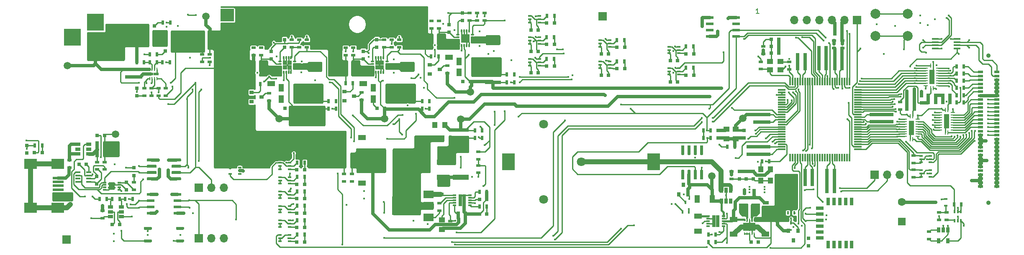
<source format=gtl>
G04 #@! TF.GenerationSoftware,KiCad,Pcbnew,(5.1.4)-1*
G04 #@! TF.CreationDate,2020-02-29T21:01:33-06:00*
G04 #@! TF.ProjectId,VFD_Clock,5646445f-436c-46f6-936b-2e6b69636164,rev?*
G04 #@! TF.SameCoordinates,Original*
G04 #@! TF.FileFunction,Copper,L1,Top*
G04 #@! TF.FilePolarity,Positive*
%FSLAX46Y46*%
G04 Gerber Fmt 4.6, Leading zero omitted, Abs format (unit mm)*
G04 Created by KiCad (PCBNEW (5.1.4)-1) date 2020-02-29 21:01:33*
%MOMM*%
%LPD*%
G04 APERTURE LIST*
%ADD10C,0.200000*%
%ADD11R,0.800000X0.700000*%
%ADD12R,4.290000X4.500000*%
%ADD13R,1.600000X1.550000*%
%ADD14R,1.200000X1.550000*%
%ADD15R,1.092200X0.500380*%
%ADD16C,0.889000*%
%ADD17R,0.650000X0.400000*%
%ADD18R,0.900000X0.500000*%
%ADD19R,0.650000X1.060000*%
%ADD20R,0.800000X0.750000*%
%ADD21R,0.800000X3.200000*%
%ADD22R,0.500000X0.900000*%
%ADD23R,2.790000X1.903000*%
%ADD24R,1.600000X1.000000*%
%ADD25R,1.000000X1.600000*%
%ADD26R,0.750000X0.800000*%
%ADD27O,0.750000X0.300000*%
%ADD28O,0.300000X0.750000*%
%ADD29R,0.900000X0.900000*%
%ADD30C,1.500000*%
%ADD31R,0.240000X0.600000*%
%ADD32C,1.650000*%
%ADD33C,0.100000*%
%ADD34R,2.540000X3.510000*%
%ADD35R,1.600000X1.600000*%
%ADD36C,1.600000*%
%ADD37R,2.700000X2.550000*%
%ADD38R,1.250000X1.000000*%
%ADD39R,2.500000X1.000000*%
%ADD40R,1.000000X1.250000*%
%ADD41R,1.200000X0.900000*%
%ADD42R,0.800000X0.800000*%
%ADD43R,3.500000X3.500000*%
%ADD44O,1.700000X1.700000*%
%ADD45R,1.700000X1.700000*%
%ADD46R,2.300000X0.500000*%
%ADD47R,2.500000X2.000000*%
%ADD48R,3.175000X4.950000*%
%ADD49R,1.500000X1.200000*%
%ADD50R,0.900000X0.800000*%
%ADD51R,0.450000X0.700000*%
%ADD52R,0.800000X0.900000*%
%ADD53R,0.700000X0.450000*%
%ADD54R,3.200000X0.800000*%
%ADD55R,1.300000X0.700000*%
%ADD56R,3.200000X1.000000*%
%ADD57R,0.700000X1.300000*%
%ADD58C,2.000000*%
%ADD59R,0.250000X0.700000*%
%ADD60R,1.100000X0.610000*%
%ADD61R,0.650000X0.300000*%
%ADD62R,0.775000X1.240000*%
%ADD63R,1.500000X0.300000*%
%ADD64R,0.300000X1.500000*%
%ADD65R,0.400000X0.650000*%
%ADD66C,0.600000*%
%ADD67R,1.550000X0.600000*%
%ADD68R,1.060000X0.650000*%
%ADD69C,0.550000*%
%ADD70R,1.060000X0.400000*%
%ADD71R,0.750000X0.300000*%
%ADD72R,1.300000X1.500000*%
%ADD73R,1.500000X0.700000*%
%ADD74R,0.700000X1.500000*%
%ADD75R,1.450000X0.450000*%
%ADD76R,1.300000X1.100000*%
%ADD77R,1.100000X1.300000*%
%ADD78C,1.800000*%
%ADD79R,0.240000X0.900000*%
%ADD80R,0.900000X0.240000*%
%ADD81R,1.000000X2.900000*%
%ADD82R,2.000000X3.800000*%
%ADD83R,2.000000X1.500000*%
%ADD84C,0.431800*%
%ADD85C,0.635000*%
%ADD86C,0.254000*%
%ADD87C,1.016000*%
%ADD88C,0.381000*%
%ADD89C,0.508000*%
%ADD90C,0.762000*%
G04 APERTURE END LIST*
D10*
X183610214Y-68079880D02*
X183038785Y-68079880D01*
X183324500Y-68079880D02*
X183324500Y-67079880D01*
X183229261Y-67222738D01*
X183134023Y-67317976D01*
X183038785Y-67365595D01*
D11*
X63524500Y-71882000D03*
X63524500Y-73152000D03*
X63524500Y-74432000D03*
X63524500Y-75702000D03*
X69024500Y-75702000D03*
X69024500Y-74432000D03*
X69024500Y-73152000D03*
X69024500Y-71882000D03*
D12*
X66774500Y-73792000D03*
D13*
X67524500Y-72702000D03*
X67524500Y-74882000D03*
D14*
X65524500Y-72702000D03*
X65524500Y-74882000D03*
D15*
X231762300Y-103149400D03*
X228409500Y-103149400D03*
X231762300Y-102349300D03*
X228409500Y-102349300D03*
X231762300Y-101549200D03*
X228409500Y-101549200D03*
X231762300Y-100749100D03*
X228409500Y-100749100D03*
X231762300Y-99949000D03*
X228409500Y-99949000D03*
X231762300Y-99148900D03*
X228409500Y-99148900D03*
X231762300Y-98348800D03*
X228409500Y-98348800D03*
X231762300Y-97548700D03*
X228409500Y-97548700D03*
X231762300Y-96748600D03*
X228409500Y-96748600D03*
X231762300Y-95948500D03*
X228409500Y-95948500D03*
X231762300Y-95148400D03*
X228409500Y-95148400D03*
X231762300Y-94348300D03*
X228409500Y-94348300D03*
X231762300Y-93548200D03*
X228409500Y-93548200D03*
X231762300Y-92748100D03*
X228409500Y-92748100D03*
X231762300Y-91948000D03*
X228409500Y-91948000D03*
X231762300Y-91147900D03*
X228409500Y-91147900D03*
X231762300Y-90347800D03*
X228409500Y-90347800D03*
X231762300Y-89547700D03*
X228409500Y-89547700D03*
X231762300Y-88747600D03*
X228409500Y-88747600D03*
X231762300Y-87947500D03*
X228409500Y-87947500D03*
X231762300Y-87147400D03*
X228409500Y-87147400D03*
X231762300Y-86347300D03*
X228409500Y-86347300D03*
X231762300Y-85547200D03*
X228409500Y-85547200D03*
X231762300Y-84747100D03*
X228409500Y-84747100D03*
X231762300Y-83947000D03*
X228409500Y-83947000D03*
X231762300Y-83146900D03*
X228409500Y-83146900D03*
X231762300Y-82346800D03*
X228409500Y-82346800D03*
X231762300Y-81546700D03*
X228409500Y-81546700D03*
X231762300Y-80746600D03*
X228409500Y-80746600D03*
X231762300Y-79946500D03*
X228409500Y-79946500D03*
D16*
X230085900Y-76650850D03*
X230085900Y-106445050D03*
D17*
X218310500Y-99870500D03*
X218310500Y-101170500D03*
X216410500Y-100520500D03*
X218310500Y-100520500D03*
X216410500Y-101170500D03*
X216410500Y-99870500D03*
X218310500Y-96949500D03*
X218310500Y-98249500D03*
X216410500Y-97599500D03*
X218310500Y-97599500D03*
X216410500Y-98249500D03*
X216410500Y-96949500D03*
D18*
X214884000Y-101270500D03*
X214884000Y-99770500D03*
X214884000Y-98349500D03*
X214884000Y-96849500D03*
D19*
X221866500Y-114130000D03*
X219966500Y-114130000D03*
X219966500Y-111930000D03*
X220916500Y-111930000D03*
X221866500Y-111930000D03*
D18*
X218059000Y-112280000D03*
X218059000Y-113780000D03*
D20*
X213562500Y-87439500D03*
X215062500Y-87439500D03*
D21*
X117305000Y-73787000D03*
X118905000Y-73787000D03*
X99972000Y-79184500D03*
X101572000Y-79184500D03*
D18*
X128138000Y-69520500D03*
X128138000Y-68020500D03*
X110805000Y-74918000D03*
X110805000Y-73418000D03*
X126614000Y-68020500D03*
X126614000Y-69520500D03*
X109281000Y-73418000D03*
X109281000Y-74918000D03*
D22*
X132600000Y-82042000D03*
X134100000Y-82042000D03*
X115455000Y-87376000D03*
X116955000Y-87376000D03*
D18*
X118867000Y-69608000D03*
X118867000Y-71108000D03*
X101534000Y-75005500D03*
X101534000Y-76505500D03*
X117343000Y-71108000D03*
X117343000Y-69608000D03*
X100010000Y-76505500D03*
X100010000Y-75005500D03*
D23*
X129789000Y-78322500D03*
X129789000Y-73469500D03*
X112456000Y-83720000D03*
X112456000Y-78867000D03*
D20*
X123705000Y-81915000D03*
X125205000Y-81915000D03*
X106372000Y-87312500D03*
X107872000Y-87312500D03*
D24*
X120899000Y-76938000D03*
X120899000Y-73938000D03*
X103566000Y-82335500D03*
X103566000Y-79335500D03*
D25*
X125955000Y-77787500D03*
X122955000Y-77787500D03*
X108622000Y-83185000D03*
X105622000Y-83185000D03*
D26*
X123629500Y-69520500D03*
X123629500Y-68020500D03*
X106296500Y-74918000D03*
X106296500Y-73418000D03*
X120899000Y-70370000D03*
X120899000Y-71870000D03*
X103566000Y-75767500D03*
X103566000Y-77267500D03*
D25*
X125963501Y-80010501D03*
X122963501Y-80010501D03*
X108630501Y-85408001D03*
X105630501Y-85408001D03*
D27*
X125676000Y-73902000D03*
X125676000Y-73402000D03*
X125676000Y-72902000D03*
X125676000Y-72402000D03*
D28*
X124951000Y-71677000D03*
X124451000Y-71677000D03*
X123951000Y-71677000D03*
X123451000Y-71677000D03*
D27*
X122726000Y-72402000D03*
X122726000Y-72902000D03*
X122726000Y-73402000D03*
X122726000Y-73902000D03*
D28*
X123451000Y-74627000D03*
X123951000Y-74627000D03*
X124451000Y-74627000D03*
X124951000Y-74627000D03*
D29*
X123751000Y-72702000D03*
X123751000Y-73602000D03*
X124651000Y-72702000D03*
X124651000Y-73602000D03*
D27*
X108343000Y-79299500D03*
X108343000Y-78799500D03*
X108343000Y-78299500D03*
X108343000Y-77799500D03*
D28*
X107618000Y-77074500D03*
X107118000Y-77074500D03*
X106618000Y-77074500D03*
X106118000Y-77074500D03*
D27*
X105393000Y-77799500D03*
X105393000Y-78299500D03*
X105393000Y-78799500D03*
X105393000Y-79299500D03*
D28*
X106118000Y-80024500D03*
X106618000Y-80024500D03*
X107118000Y-80024500D03*
X107618000Y-80024500D03*
D29*
X106418000Y-78099500D03*
X106418000Y-78999500D03*
X107318000Y-78099500D03*
X107318000Y-78999500D03*
D30*
X125217000Y-84010500D03*
X107884000Y-89408000D03*
D31*
X182673500Y-109915500D03*
X182173500Y-109915500D03*
X181673500Y-109915500D03*
X181173500Y-109915500D03*
X180673500Y-109915500D03*
X180673500Y-112715500D03*
X181173500Y-112715500D03*
X181673500Y-112715500D03*
X182173500Y-112715500D03*
X182673500Y-112715500D03*
D32*
X181673500Y-111315500D03*
D33*
G36*
X182873500Y-111190500D02*
G01*
X182873500Y-111440500D01*
X183373500Y-111440500D01*
X183373500Y-111690500D01*
X182873500Y-111690500D01*
X182873500Y-112140500D01*
X180473500Y-112140500D01*
X180473500Y-111690500D01*
X179973500Y-111690500D01*
X179973500Y-111440500D01*
X180473500Y-111440500D01*
X180473500Y-111190500D01*
X179973500Y-111190500D01*
X179973500Y-110940500D01*
X180473500Y-110940500D01*
X180473500Y-110490500D01*
X182873500Y-110490500D01*
X182873500Y-110940500D01*
X183373500Y-110940500D01*
X183373500Y-111190500D01*
X182873500Y-111190500D01*
X182873500Y-111190500D01*
G37*
D34*
X162317500Y-98107500D03*
X132957500Y-98107500D03*
D35*
X212534500Y-110236000D03*
D36*
X212534500Y-106236000D03*
D26*
X55689500Y-79450500D03*
X55689500Y-80950500D03*
X57086500Y-79450500D03*
X57086500Y-80950500D03*
X58483500Y-80950500D03*
X58483500Y-79450500D03*
X57785000Y-84760500D03*
X57785000Y-83260500D03*
D37*
X76073000Y-74803000D03*
X76073000Y-68453000D03*
D24*
X84899500Y-79335500D03*
X84899500Y-82335500D03*
D26*
X87630000Y-73418000D03*
X87630000Y-74918000D03*
X84899500Y-77267500D03*
X84899500Y-75767500D03*
D25*
X86955500Y-83185000D03*
X89955500Y-83185000D03*
X86964001Y-85408001D03*
X89964001Y-85408001D03*
D20*
X89205500Y-87312500D03*
X87705500Y-87312500D03*
D24*
X103314500Y-93242000D03*
X103314500Y-96242000D03*
X103314500Y-99465000D03*
X103314500Y-102465000D03*
D20*
X127075500Y-105727500D03*
X128575500Y-105727500D03*
X122757500Y-108585000D03*
X124257500Y-108585000D03*
X127075500Y-108712000D03*
X128575500Y-108712000D03*
D38*
X119443500Y-111871000D03*
X119443500Y-109871000D03*
D39*
X119761000Y-98258500D03*
X119761000Y-101258500D03*
D40*
X118062500Y-90678000D03*
X120062500Y-90678000D03*
D24*
X171259500Y-109180500D03*
X171259500Y-112180500D03*
D25*
X174156500Y-105664000D03*
X171156500Y-105664000D03*
D24*
X178498500Y-109815500D03*
X178498500Y-112815500D03*
D20*
X183503000Y-114363500D03*
X182003000Y-114363500D03*
D24*
X184912000Y-112815500D03*
X184912000Y-109815500D03*
D20*
X200457500Y-72263000D03*
X198957500Y-72263000D03*
X195719000Y-76454000D03*
X197219000Y-76454000D03*
X191464500Y-76454000D03*
X192964500Y-76454000D03*
X195719000Y-77851000D03*
X197219000Y-77851000D03*
X191464500Y-77851000D03*
X192964500Y-77851000D03*
X197219000Y-79248000D03*
X195719000Y-79248000D03*
X192964500Y-79248000D03*
X191464500Y-79248000D03*
D26*
X182816500Y-96571500D03*
X182816500Y-95071500D03*
D20*
X194425000Y-102743000D03*
X192925000Y-102743000D03*
D26*
X184213500Y-96571500D03*
X184213500Y-95071500D03*
D20*
X192925000Y-101346000D03*
X194425000Y-101346000D03*
D26*
X185610500Y-95071500D03*
X185610500Y-96571500D03*
D20*
X192925000Y-99949000D03*
X194425000Y-99949000D03*
X198870000Y-102743000D03*
X197370000Y-102743000D03*
D26*
X182816500Y-90094500D03*
X182816500Y-88594500D03*
D20*
X198870000Y-101346000D03*
X197370000Y-101346000D03*
D26*
X184213500Y-88594500D03*
X184213500Y-90094500D03*
D20*
X197370000Y-99949000D03*
X198870000Y-99949000D03*
D26*
X185610500Y-88594500D03*
X185610500Y-90094500D03*
X209105500Y-90031000D03*
X209105500Y-88531000D03*
D20*
X198957500Y-76454000D03*
X200457500Y-76454000D03*
D26*
X207708500Y-90031000D03*
X207708500Y-88531000D03*
D20*
X198957500Y-77851000D03*
X200457500Y-77851000D03*
D26*
X206311500Y-88531000D03*
X206311500Y-90031000D03*
D20*
X200457500Y-79248000D03*
X198957500Y-79248000D03*
X187630500Y-73342500D03*
X186130500Y-73342500D03*
D26*
X179641500Y-100088000D03*
X179641500Y-101588000D03*
D20*
X187630500Y-74739500D03*
X186130500Y-74739500D03*
D26*
X181038500Y-100088000D03*
X181038500Y-101588000D03*
D20*
X186130500Y-76136500D03*
X187630500Y-76136500D03*
D26*
X182435500Y-101588000D03*
X182435500Y-100088000D03*
D20*
X138989500Y-71437500D03*
X137489500Y-71437500D03*
X137489500Y-80137000D03*
X138989500Y-80137000D03*
X138989500Y-75755500D03*
X137489500Y-75755500D03*
X165683500Y-77660500D03*
X167183500Y-77660500D03*
X151713500Y-76327000D03*
X153213500Y-76327000D03*
X165683500Y-81978500D03*
X167183500Y-81978500D03*
X151713500Y-80645000D03*
X153213500Y-80645000D03*
D26*
X35496500Y-94817500D03*
X35496500Y-96317500D03*
X180594000Y-91769500D03*
X180594000Y-93269500D03*
D38*
X178943000Y-91519500D03*
X178943000Y-93519500D03*
D26*
X175387000Y-93269500D03*
X175387000Y-91769500D03*
D38*
X177038000Y-93519500D03*
X177038000Y-91519500D03*
D20*
X54280500Y-110871000D03*
X52780500Y-110871000D03*
X51232500Y-92773500D03*
X49732500Y-92773500D03*
D26*
X49593500Y-101104000D03*
X49593500Y-102604000D03*
D20*
X47549500Y-98679000D03*
X46049500Y-98679000D03*
D26*
X55626000Y-103810500D03*
X55626000Y-102310500D03*
D20*
X215062500Y-84645500D03*
X213562500Y-84645500D03*
X220801500Y-84709000D03*
X222301500Y-84709000D03*
X213562500Y-86042500D03*
X215062500Y-86042500D03*
X220801500Y-86106000D03*
X222301500Y-86106000D03*
D26*
X216471500Y-86221000D03*
X216471500Y-84721000D03*
D20*
X219380500Y-86106000D03*
X217880500Y-86106000D03*
X217880500Y-84709000D03*
X219380500Y-84709000D03*
D41*
X119380000Y-96519000D03*
X119380000Y-93219000D03*
D42*
X142278000Y-70040500D03*
X140678000Y-70040500D03*
X142214500Y-78740000D03*
X140614500Y-78740000D03*
X142214500Y-74358500D03*
X140614500Y-74358500D03*
X168808500Y-76263500D03*
X170408500Y-76263500D03*
X154838500Y-74930000D03*
X156438500Y-74930000D03*
X168808500Y-80581500D03*
X170408500Y-80581500D03*
X154838500Y-79248000D03*
X156438500Y-79248000D03*
X90132000Y-99758500D03*
X91732000Y-99758500D03*
X91732000Y-105600500D03*
X90132000Y-105600500D03*
X90132000Y-108521500D03*
X91732000Y-108521500D03*
X38646000Y-96266000D03*
X37046000Y-96266000D03*
X91732000Y-111442500D03*
X90132000Y-111442500D03*
X91732000Y-114363500D03*
X90132000Y-114363500D03*
X90132000Y-102679500D03*
X91732000Y-102679500D03*
X57164499Y-99339500D03*
X57164499Y-100939500D03*
D43*
X49403000Y-75882500D03*
X49403000Y-69882500D03*
X44703000Y-72882500D03*
D44*
X190788001Y-69444499D03*
X193328001Y-69444499D03*
X195868001Y-69444499D03*
X198408001Y-69444499D03*
X200948001Y-69444499D03*
D45*
X203488001Y-69444499D03*
D44*
X75374500Y-103378000D03*
X72834500Y-103378000D03*
D45*
X70294500Y-103378000D03*
X70294500Y-113601500D03*
D44*
X72834500Y-113601500D03*
X75374500Y-113601500D03*
D46*
X41850501Y-101397001D03*
X41850501Y-102197001D03*
X41850501Y-102997001D03*
X41850501Y-103797001D03*
X41850501Y-104597001D03*
D47*
X41750501Y-98547001D03*
X36250501Y-98547001D03*
X41750501Y-107447001D03*
X36250501Y-107447001D03*
D23*
X93789500Y-78867000D03*
X93789500Y-83720000D03*
D48*
X106515501Y-97880001D03*
X115530501Y-97880001D03*
D49*
X180323500Y-107188000D03*
X183023500Y-107188000D03*
D18*
X200533000Y-75108500D03*
X200533000Y-73608500D03*
X198818500Y-75108500D03*
X198818500Y-73608500D03*
X184531000Y-74751500D03*
X184531000Y-76251500D03*
X178054000Y-100088000D03*
X178054000Y-101588000D03*
X44132500Y-99302000D03*
X44132500Y-97802000D03*
X44259500Y-105295000D03*
X44259500Y-106795000D03*
D14*
X59297000Y-71427000D03*
X59297000Y-73607000D03*
D13*
X57297000Y-71427000D03*
X57297000Y-73607000D03*
D12*
X58047000Y-72517000D03*
D11*
X55797000Y-74427000D03*
X55797000Y-73157000D03*
X55797000Y-71877000D03*
X55797000Y-70607000D03*
X61297000Y-70607000D03*
X61297000Y-71877000D03*
X61297000Y-73157000D03*
X61297000Y-74427000D03*
D50*
X82978500Y-85026500D03*
X80978500Y-85976500D03*
X80978500Y-84076500D03*
D51*
X168783000Y-106315000D03*
X169433000Y-108315000D03*
X168133000Y-108315000D03*
D52*
X167388500Y-104759000D03*
X169288500Y-104759000D03*
X168338500Y-102759000D03*
D50*
X99711000Y-83886000D03*
X99711000Y-85786000D03*
X101711000Y-84836000D03*
X119046500Y-79438500D03*
X117046500Y-80388500D03*
X117046500Y-78488500D03*
D51*
X190769000Y-108474000D03*
X189469000Y-108474000D03*
X190119000Y-110474000D03*
D52*
X191513500Y-112093500D03*
X189613500Y-112093500D03*
X190563500Y-114093500D03*
D53*
X221408500Y-107012500D03*
X221408500Y-105712500D03*
X219408500Y-106362500D03*
D22*
X59233500Y-77978000D03*
X57733500Y-77978000D03*
X60337000Y-77978000D03*
X61837000Y-77978000D03*
X64440500Y-77978000D03*
X62940500Y-77978000D03*
D18*
X63627000Y-84760500D03*
X63627000Y-83260500D03*
D22*
X63004000Y-69913500D03*
X64504000Y-69913500D03*
X61837000Y-76390500D03*
X60337000Y-76390500D03*
D18*
X62166500Y-84760500D03*
X62166500Y-83260500D03*
X60706000Y-83260500D03*
X60706000Y-84760500D03*
X59245500Y-84760500D03*
X59245500Y-83260500D03*
X70993000Y-76402500D03*
X70993000Y-77902500D03*
D21*
X72555000Y-73787000D03*
X70955000Y-73787000D03*
D18*
X72517000Y-77902500D03*
X72517000Y-76402500D03*
X81343500Y-75005500D03*
X81343500Y-76505500D03*
D21*
X82905500Y-79184500D03*
X81305500Y-79184500D03*
D18*
X82867500Y-76505500D03*
X82867500Y-75005500D03*
X92138500Y-73418000D03*
X92138500Y-74918000D03*
D22*
X98032000Y-85852000D03*
X96532000Y-85852000D03*
D54*
X93789500Y-85814000D03*
X93789500Y-87414000D03*
D22*
X96532000Y-87376000D03*
X98032000Y-87376000D03*
D18*
X89090500Y-73418000D03*
X89090500Y-74918000D03*
X90614500Y-73418000D03*
X90614500Y-74918000D03*
X99695000Y-102096000D03*
X99695000Y-100596000D03*
D21*
X99720500Y-97853500D03*
X101320500Y-97853500D03*
D18*
X101282500Y-100596000D03*
X101282500Y-102096000D03*
D22*
X128575500Y-104267000D03*
X127075500Y-104267000D03*
D18*
X121158000Y-111621000D03*
X121158000Y-110121000D03*
D22*
X127075500Y-107188000D03*
X128575500Y-107188000D03*
D18*
X118935500Y-106501500D03*
X118935500Y-108001500D03*
D55*
X119189500Y-104709000D03*
X119189500Y-102809000D03*
D56*
X123317000Y-95071000D03*
X123317000Y-101271000D03*
D22*
X126123000Y-93281500D03*
X127623000Y-93281500D03*
D54*
X123317000Y-93319500D03*
X123317000Y-91719500D03*
D22*
X126123000Y-91757500D03*
X127623000Y-91757500D03*
D18*
X126873000Y-96087500D03*
X126873000Y-97587500D03*
X126882999Y-98859001D03*
X126882999Y-100359001D03*
D57*
X182623500Y-104203500D03*
X180723500Y-104203500D03*
D22*
X173367000Y-112903000D03*
X174867000Y-112903000D03*
X174867000Y-114427000D03*
X173367000Y-114427000D03*
D55*
X185039000Y-106428500D03*
X185039000Y-108328500D03*
D22*
X81228500Y-82423000D03*
X82728500Y-82423000D03*
D18*
X84518500Y-85776500D03*
X84518500Y-84276500D03*
D22*
X99961000Y-82232500D03*
X101461000Y-82232500D03*
D18*
X103251000Y-85586000D03*
X103251000Y-84086000D03*
D22*
X117296500Y-76835000D03*
X118796500Y-76835000D03*
D18*
X120586500Y-78688500D03*
X120586500Y-80188500D03*
X183959500Y-77863000D03*
X183959500Y-79363000D03*
X189738000Y-77926500D03*
X189738000Y-79426500D03*
D22*
X184225500Y-98044000D03*
X185725500Y-98044000D03*
X224587500Y-106743500D03*
X223087500Y-106743500D03*
D18*
X221551500Y-109906500D03*
X221551500Y-108406500D03*
X220027500Y-109906500D03*
X220027500Y-108406500D03*
D22*
X142228000Y-68580000D03*
X140728000Y-68580000D03*
X142164500Y-77279500D03*
X140664500Y-77279500D03*
X142164500Y-72898000D03*
X140664500Y-72898000D03*
X170358500Y-74803000D03*
X168858500Y-74803000D03*
X156388500Y-73469500D03*
X154888500Y-73469500D03*
X168858500Y-79121000D03*
X170358500Y-79121000D03*
X154888500Y-77787500D03*
X156388500Y-77787500D03*
X91682000Y-98298000D03*
X90182000Y-98298000D03*
X90182000Y-104140000D03*
X91682000Y-104140000D03*
X90182000Y-107061000D03*
X91682000Y-107061000D03*
X38596000Y-94805500D03*
X37096000Y-94805500D03*
X91682000Y-109982000D03*
X90182000Y-109982000D03*
X90182000Y-112903000D03*
X91682000Y-112903000D03*
X91682000Y-101219000D03*
X90182000Y-101219000D03*
X178740500Y-95059500D03*
X177240500Y-95059500D03*
X172351000Y-93345000D03*
X173851000Y-93345000D03*
X173851000Y-91821000D03*
X172351000Y-91821000D03*
X56884000Y-105664000D03*
X55384000Y-105664000D03*
X54280500Y-105664000D03*
X52780500Y-105664000D03*
X50177000Y-105664000D03*
X51677000Y-105664000D03*
D18*
X50800000Y-109525500D03*
X50800000Y-108025500D03*
X51244500Y-99683000D03*
X51244500Y-98183000D03*
D21*
X49682500Y-95567500D03*
X51282500Y-95567500D03*
D18*
X49720500Y-98183000D03*
X49720500Y-99683000D03*
X57150000Y-103810500D03*
X57150000Y-102310500D03*
X212153500Y-87554500D03*
X212153500Y-86054500D03*
D22*
X225095500Y-86106000D03*
X223595500Y-86106000D03*
X223595500Y-84645500D03*
X225095500Y-84645500D03*
X225095500Y-83185000D03*
X223595500Y-83185000D03*
X223595500Y-81724500D03*
X225095500Y-81724500D03*
X225095500Y-80264000D03*
X223595500Y-80264000D03*
X225095500Y-78803500D03*
X223595500Y-78803500D03*
D58*
X213677500Y-68144000D03*
X213677500Y-72644000D03*
X207177500Y-68144000D03*
X207177500Y-72644000D03*
D45*
X152019000Y-68643500D03*
D30*
X43688000Y-78676500D03*
X71755000Y-68643500D03*
X86550500Y-89408000D03*
D45*
X43561000Y-113855500D03*
D59*
X61837000Y-79466000D03*
X61337000Y-79466000D03*
X60837000Y-79466000D03*
X60337000Y-79466000D03*
X60337000Y-81316000D03*
X60837000Y-81316000D03*
X61337000Y-81316000D03*
X61837000Y-81316000D03*
D60*
X60537000Y-80391000D03*
X61637000Y-80391000D03*
D29*
X88651500Y-78999500D03*
X88651500Y-78099500D03*
X87751500Y-78999500D03*
X87751500Y-78099500D03*
D28*
X88951500Y-80024500D03*
X88451500Y-80024500D03*
X87951500Y-80024500D03*
X87451500Y-80024500D03*
D27*
X86726500Y-79299500D03*
X86726500Y-78799500D03*
X86726500Y-78299500D03*
X86726500Y-77799500D03*
D28*
X87451500Y-77074500D03*
X87951500Y-77074500D03*
X88451500Y-77074500D03*
X88951500Y-77074500D03*
D27*
X89676500Y-77799500D03*
X89676500Y-78299500D03*
X89676500Y-78799500D03*
X89676500Y-79299500D03*
D61*
X125121000Y-106918000D03*
X125121000Y-106418000D03*
X125121000Y-105918000D03*
X125121000Y-105418000D03*
X125121000Y-104918000D03*
X122021000Y-104918000D03*
X122021000Y-105418000D03*
X122021000Y-105918000D03*
X122021000Y-106418000D03*
X122021000Y-106918000D03*
D62*
X123183500Y-105298000D03*
X123183500Y-106538000D03*
X123958500Y-105298000D03*
X123958500Y-106538000D03*
D61*
X173329000Y-109172500D03*
X173329000Y-109672500D03*
X173329000Y-110172500D03*
X173329000Y-110672500D03*
X173329000Y-111172500D03*
X176429000Y-111172500D03*
X176429000Y-110672500D03*
X176429000Y-110172500D03*
X176429000Y-109672500D03*
X176429000Y-109172500D03*
D62*
X175266500Y-110792500D03*
X175266500Y-109552500D03*
X174491500Y-110792500D03*
X174491500Y-109552500D03*
D19*
X175996001Y-106065500D03*
X176946001Y-106065500D03*
X177896001Y-106065500D03*
X177896001Y-103865500D03*
X175996001Y-103865500D03*
X176946001Y-103865500D03*
D63*
X203637999Y-95572999D03*
X203637999Y-95072999D03*
X203637999Y-94572999D03*
X203637999Y-94072999D03*
X203637999Y-93572999D03*
X203637999Y-93072999D03*
X203637999Y-92572999D03*
X203637999Y-92072999D03*
X203637999Y-91572999D03*
X203637999Y-91072999D03*
X203637999Y-90572999D03*
X203637999Y-90072999D03*
X203637999Y-89572999D03*
X203637999Y-89072999D03*
X203637999Y-88572999D03*
X203637999Y-88072999D03*
X203637999Y-87572999D03*
X203637999Y-87072999D03*
X203637999Y-86572999D03*
X203637999Y-86072999D03*
X203637999Y-85572999D03*
X203637999Y-85072999D03*
X203637999Y-84572999D03*
X203637999Y-84072999D03*
X203637999Y-83572999D03*
D64*
X201937999Y-81872999D03*
X201437999Y-81872999D03*
X200937999Y-81872999D03*
X200437999Y-81872999D03*
X199937999Y-81872999D03*
X199437999Y-81872999D03*
X198937999Y-81872999D03*
X198437999Y-81872999D03*
X197937999Y-81872999D03*
X197437999Y-81872999D03*
X196937999Y-81872999D03*
X196437999Y-81872999D03*
X195937999Y-81872999D03*
X195437999Y-81872999D03*
X194937999Y-81872999D03*
X194437999Y-81872999D03*
X193937999Y-81872999D03*
X193437999Y-81872999D03*
X192937999Y-81872999D03*
X192437999Y-81872999D03*
X191937999Y-81872999D03*
X191437999Y-81872999D03*
X190937999Y-81872999D03*
X190437999Y-81872999D03*
X189937999Y-81872999D03*
D63*
X188237999Y-83572999D03*
X188237999Y-84072999D03*
X188237999Y-84572999D03*
X188237999Y-85072999D03*
X188237999Y-85572999D03*
X188237999Y-86072999D03*
X188237999Y-86572999D03*
X188237999Y-87072999D03*
X188237999Y-87572999D03*
X188237999Y-88072999D03*
X188237999Y-88572999D03*
X188237999Y-89072999D03*
X188237999Y-89572999D03*
X188237999Y-90072999D03*
X188237999Y-90572999D03*
X188237999Y-91072999D03*
X188237999Y-91572999D03*
X188237999Y-92072999D03*
X188237999Y-92572999D03*
X188237999Y-93072999D03*
X188237999Y-93572999D03*
X188237999Y-94072999D03*
X188237999Y-94572999D03*
X188237999Y-95072999D03*
X188237999Y-95572999D03*
D64*
X189937999Y-97272999D03*
X190437999Y-97272999D03*
X190937999Y-97272999D03*
X191437999Y-97272999D03*
X191937999Y-97272999D03*
X192437999Y-97272999D03*
X192937999Y-97272999D03*
X193437999Y-97272999D03*
X193937999Y-97272999D03*
X194437999Y-97272999D03*
X194937999Y-97272999D03*
X195437999Y-97272999D03*
X195937999Y-97272999D03*
X196437999Y-97272999D03*
X196937999Y-97272999D03*
X197437999Y-97272999D03*
X197937999Y-97272999D03*
X198437999Y-97272999D03*
X198937999Y-97272999D03*
X199437999Y-97272999D03*
X199937999Y-97272999D03*
X200437999Y-97272999D03*
X200937999Y-97272999D03*
X201437999Y-97272999D03*
X201937999Y-97272999D03*
D65*
X224487500Y-110106500D03*
X223187500Y-110106500D03*
X223837500Y-108206500D03*
X223837500Y-110106500D03*
X223187500Y-108206500D03*
X224487500Y-108206500D03*
D33*
G36*
X172155702Y-99756223D02*
G01*
X172170263Y-99758383D01*
X172184542Y-99761960D01*
X172198402Y-99766919D01*
X172211709Y-99773213D01*
X172224335Y-99780781D01*
X172236158Y-99789549D01*
X172247065Y-99799435D01*
X172256951Y-99810342D01*
X172265719Y-99822165D01*
X172273287Y-99834791D01*
X172279581Y-99848098D01*
X172284540Y-99861958D01*
X172288117Y-99876237D01*
X172290277Y-99890798D01*
X172290999Y-99905501D01*
X172290999Y-101555501D01*
X172290277Y-101570204D01*
X172288117Y-101584765D01*
X172284540Y-101599044D01*
X172279581Y-101612904D01*
X172273287Y-101626211D01*
X172265719Y-101638837D01*
X172256951Y-101650660D01*
X172247065Y-101661567D01*
X172236158Y-101671453D01*
X172224335Y-101680221D01*
X172211709Y-101687789D01*
X172198402Y-101694083D01*
X172184542Y-101699042D01*
X172170263Y-101702619D01*
X172155702Y-101704779D01*
X172140999Y-101705501D01*
X171840999Y-101705501D01*
X171826296Y-101704779D01*
X171811735Y-101702619D01*
X171797456Y-101699042D01*
X171783596Y-101694083D01*
X171770289Y-101687789D01*
X171757663Y-101680221D01*
X171745840Y-101671453D01*
X171734933Y-101661567D01*
X171725047Y-101650660D01*
X171716279Y-101638837D01*
X171708711Y-101626211D01*
X171702417Y-101612904D01*
X171697458Y-101599044D01*
X171693881Y-101584765D01*
X171691721Y-101570204D01*
X171690999Y-101555501D01*
X171690999Y-99905501D01*
X171691721Y-99890798D01*
X171693881Y-99876237D01*
X171697458Y-99861958D01*
X171702417Y-99848098D01*
X171708711Y-99834791D01*
X171716279Y-99822165D01*
X171725047Y-99810342D01*
X171734933Y-99799435D01*
X171745840Y-99789549D01*
X171757663Y-99780781D01*
X171770289Y-99773213D01*
X171783596Y-99766919D01*
X171797456Y-99761960D01*
X171811735Y-99758383D01*
X171826296Y-99756223D01*
X171840999Y-99755501D01*
X172140999Y-99755501D01*
X172155702Y-99756223D01*
X172155702Y-99756223D01*
G37*
D66*
X171990999Y-100730501D03*
D33*
G36*
X170885702Y-99756223D02*
G01*
X170900263Y-99758383D01*
X170914542Y-99761960D01*
X170928402Y-99766919D01*
X170941709Y-99773213D01*
X170954335Y-99780781D01*
X170966158Y-99789549D01*
X170977065Y-99799435D01*
X170986951Y-99810342D01*
X170995719Y-99822165D01*
X171003287Y-99834791D01*
X171009581Y-99848098D01*
X171014540Y-99861958D01*
X171018117Y-99876237D01*
X171020277Y-99890798D01*
X171020999Y-99905501D01*
X171020999Y-101555501D01*
X171020277Y-101570204D01*
X171018117Y-101584765D01*
X171014540Y-101599044D01*
X171009581Y-101612904D01*
X171003287Y-101626211D01*
X170995719Y-101638837D01*
X170986951Y-101650660D01*
X170977065Y-101661567D01*
X170966158Y-101671453D01*
X170954335Y-101680221D01*
X170941709Y-101687789D01*
X170928402Y-101694083D01*
X170914542Y-101699042D01*
X170900263Y-101702619D01*
X170885702Y-101704779D01*
X170870999Y-101705501D01*
X170570999Y-101705501D01*
X170556296Y-101704779D01*
X170541735Y-101702619D01*
X170527456Y-101699042D01*
X170513596Y-101694083D01*
X170500289Y-101687789D01*
X170487663Y-101680221D01*
X170475840Y-101671453D01*
X170464933Y-101661567D01*
X170455047Y-101650660D01*
X170446279Y-101638837D01*
X170438711Y-101626211D01*
X170432417Y-101612904D01*
X170427458Y-101599044D01*
X170423881Y-101584765D01*
X170421721Y-101570204D01*
X170420999Y-101555501D01*
X170420999Y-99905501D01*
X170421721Y-99890798D01*
X170423881Y-99876237D01*
X170427458Y-99861958D01*
X170432417Y-99848098D01*
X170438711Y-99834791D01*
X170446279Y-99822165D01*
X170455047Y-99810342D01*
X170464933Y-99799435D01*
X170475840Y-99789549D01*
X170487663Y-99780781D01*
X170500289Y-99773213D01*
X170513596Y-99766919D01*
X170527456Y-99761960D01*
X170541735Y-99758383D01*
X170556296Y-99756223D01*
X170570999Y-99755501D01*
X170870999Y-99755501D01*
X170885702Y-99756223D01*
X170885702Y-99756223D01*
G37*
D66*
X170720999Y-100730501D03*
D33*
G36*
X169615702Y-99756223D02*
G01*
X169630263Y-99758383D01*
X169644542Y-99761960D01*
X169658402Y-99766919D01*
X169671709Y-99773213D01*
X169684335Y-99780781D01*
X169696158Y-99789549D01*
X169707065Y-99799435D01*
X169716951Y-99810342D01*
X169725719Y-99822165D01*
X169733287Y-99834791D01*
X169739581Y-99848098D01*
X169744540Y-99861958D01*
X169748117Y-99876237D01*
X169750277Y-99890798D01*
X169750999Y-99905501D01*
X169750999Y-101555501D01*
X169750277Y-101570204D01*
X169748117Y-101584765D01*
X169744540Y-101599044D01*
X169739581Y-101612904D01*
X169733287Y-101626211D01*
X169725719Y-101638837D01*
X169716951Y-101650660D01*
X169707065Y-101661567D01*
X169696158Y-101671453D01*
X169684335Y-101680221D01*
X169671709Y-101687789D01*
X169658402Y-101694083D01*
X169644542Y-101699042D01*
X169630263Y-101702619D01*
X169615702Y-101704779D01*
X169600999Y-101705501D01*
X169300999Y-101705501D01*
X169286296Y-101704779D01*
X169271735Y-101702619D01*
X169257456Y-101699042D01*
X169243596Y-101694083D01*
X169230289Y-101687789D01*
X169217663Y-101680221D01*
X169205840Y-101671453D01*
X169194933Y-101661567D01*
X169185047Y-101650660D01*
X169176279Y-101638837D01*
X169168711Y-101626211D01*
X169162417Y-101612904D01*
X169157458Y-101599044D01*
X169153881Y-101584765D01*
X169151721Y-101570204D01*
X169150999Y-101555501D01*
X169150999Y-99905501D01*
X169151721Y-99890798D01*
X169153881Y-99876237D01*
X169157458Y-99861958D01*
X169162417Y-99848098D01*
X169168711Y-99834791D01*
X169176279Y-99822165D01*
X169185047Y-99810342D01*
X169194933Y-99799435D01*
X169205840Y-99789549D01*
X169217663Y-99780781D01*
X169230289Y-99773213D01*
X169243596Y-99766919D01*
X169257456Y-99761960D01*
X169271735Y-99758383D01*
X169286296Y-99756223D01*
X169300999Y-99755501D01*
X169600999Y-99755501D01*
X169615702Y-99756223D01*
X169615702Y-99756223D01*
G37*
D66*
X169450999Y-100730501D03*
D33*
G36*
X168345702Y-99756223D02*
G01*
X168360263Y-99758383D01*
X168374542Y-99761960D01*
X168388402Y-99766919D01*
X168401709Y-99773213D01*
X168414335Y-99780781D01*
X168426158Y-99789549D01*
X168437065Y-99799435D01*
X168446951Y-99810342D01*
X168455719Y-99822165D01*
X168463287Y-99834791D01*
X168469581Y-99848098D01*
X168474540Y-99861958D01*
X168478117Y-99876237D01*
X168480277Y-99890798D01*
X168480999Y-99905501D01*
X168480999Y-101555501D01*
X168480277Y-101570204D01*
X168478117Y-101584765D01*
X168474540Y-101599044D01*
X168469581Y-101612904D01*
X168463287Y-101626211D01*
X168455719Y-101638837D01*
X168446951Y-101650660D01*
X168437065Y-101661567D01*
X168426158Y-101671453D01*
X168414335Y-101680221D01*
X168401709Y-101687789D01*
X168388402Y-101694083D01*
X168374542Y-101699042D01*
X168360263Y-101702619D01*
X168345702Y-101704779D01*
X168330999Y-101705501D01*
X168030999Y-101705501D01*
X168016296Y-101704779D01*
X168001735Y-101702619D01*
X167987456Y-101699042D01*
X167973596Y-101694083D01*
X167960289Y-101687789D01*
X167947663Y-101680221D01*
X167935840Y-101671453D01*
X167924933Y-101661567D01*
X167915047Y-101650660D01*
X167906279Y-101638837D01*
X167898711Y-101626211D01*
X167892417Y-101612904D01*
X167887458Y-101599044D01*
X167883881Y-101584765D01*
X167881721Y-101570204D01*
X167880999Y-101555501D01*
X167880999Y-99905501D01*
X167881721Y-99890798D01*
X167883881Y-99876237D01*
X167887458Y-99861958D01*
X167892417Y-99848098D01*
X167898711Y-99834791D01*
X167906279Y-99822165D01*
X167915047Y-99810342D01*
X167924933Y-99799435D01*
X167935840Y-99789549D01*
X167947663Y-99780781D01*
X167960289Y-99773213D01*
X167973596Y-99766919D01*
X167987456Y-99761960D01*
X168001735Y-99758383D01*
X168016296Y-99756223D01*
X168030999Y-99755501D01*
X168330999Y-99755501D01*
X168345702Y-99756223D01*
X168345702Y-99756223D01*
G37*
D66*
X168180999Y-100730501D03*
D33*
G36*
X168345702Y-94806223D02*
G01*
X168360263Y-94808383D01*
X168374542Y-94811960D01*
X168388402Y-94816919D01*
X168401709Y-94823213D01*
X168414335Y-94830781D01*
X168426158Y-94839549D01*
X168437065Y-94849435D01*
X168446951Y-94860342D01*
X168455719Y-94872165D01*
X168463287Y-94884791D01*
X168469581Y-94898098D01*
X168474540Y-94911958D01*
X168478117Y-94926237D01*
X168480277Y-94940798D01*
X168480999Y-94955501D01*
X168480999Y-96605501D01*
X168480277Y-96620204D01*
X168478117Y-96634765D01*
X168474540Y-96649044D01*
X168469581Y-96662904D01*
X168463287Y-96676211D01*
X168455719Y-96688837D01*
X168446951Y-96700660D01*
X168437065Y-96711567D01*
X168426158Y-96721453D01*
X168414335Y-96730221D01*
X168401709Y-96737789D01*
X168388402Y-96744083D01*
X168374542Y-96749042D01*
X168360263Y-96752619D01*
X168345702Y-96754779D01*
X168330999Y-96755501D01*
X168030999Y-96755501D01*
X168016296Y-96754779D01*
X168001735Y-96752619D01*
X167987456Y-96749042D01*
X167973596Y-96744083D01*
X167960289Y-96737789D01*
X167947663Y-96730221D01*
X167935840Y-96721453D01*
X167924933Y-96711567D01*
X167915047Y-96700660D01*
X167906279Y-96688837D01*
X167898711Y-96676211D01*
X167892417Y-96662904D01*
X167887458Y-96649044D01*
X167883881Y-96634765D01*
X167881721Y-96620204D01*
X167880999Y-96605501D01*
X167880999Y-94955501D01*
X167881721Y-94940798D01*
X167883881Y-94926237D01*
X167887458Y-94911958D01*
X167892417Y-94898098D01*
X167898711Y-94884791D01*
X167906279Y-94872165D01*
X167915047Y-94860342D01*
X167924933Y-94849435D01*
X167935840Y-94839549D01*
X167947663Y-94830781D01*
X167960289Y-94823213D01*
X167973596Y-94816919D01*
X167987456Y-94811960D01*
X168001735Y-94808383D01*
X168016296Y-94806223D01*
X168030999Y-94805501D01*
X168330999Y-94805501D01*
X168345702Y-94806223D01*
X168345702Y-94806223D01*
G37*
D66*
X168180999Y-95780501D03*
D33*
G36*
X169615702Y-94806223D02*
G01*
X169630263Y-94808383D01*
X169644542Y-94811960D01*
X169658402Y-94816919D01*
X169671709Y-94823213D01*
X169684335Y-94830781D01*
X169696158Y-94839549D01*
X169707065Y-94849435D01*
X169716951Y-94860342D01*
X169725719Y-94872165D01*
X169733287Y-94884791D01*
X169739581Y-94898098D01*
X169744540Y-94911958D01*
X169748117Y-94926237D01*
X169750277Y-94940798D01*
X169750999Y-94955501D01*
X169750999Y-96605501D01*
X169750277Y-96620204D01*
X169748117Y-96634765D01*
X169744540Y-96649044D01*
X169739581Y-96662904D01*
X169733287Y-96676211D01*
X169725719Y-96688837D01*
X169716951Y-96700660D01*
X169707065Y-96711567D01*
X169696158Y-96721453D01*
X169684335Y-96730221D01*
X169671709Y-96737789D01*
X169658402Y-96744083D01*
X169644542Y-96749042D01*
X169630263Y-96752619D01*
X169615702Y-96754779D01*
X169600999Y-96755501D01*
X169300999Y-96755501D01*
X169286296Y-96754779D01*
X169271735Y-96752619D01*
X169257456Y-96749042D01*
X169243596Y-96744083D01*
X169230289Y-96737789D01*
X169217663Y-96730221D01*
X169205840Y-96721453D01*
X169194933Y-96711567D01*
X169185047Y-96700660D01*
X169176279Y-96688837D01*
X169168711Y-96676211D01*
X169162417Y-96662904D01*
X169157458Y-96649044D01*
X169153881Y-96634765D01*
X169151721Y-96620204D01*
X169150999Y-96605501D01*
X169150999Y-94955501D01*
X169151721Y-94940798D01*
X169153881Y-94926237D01*
X169157458Y-94911958D01*
X169162417Y-94898098D01*
X169168711Y-94884791D01*
X169176279Y-94872165D01*
X169185047Y-94860342D01*
X169194933Y-94849435D01*
X169205840Y-94839549D01*
X169217663Y-94830781D01*
X169230289Y-94823213D01*
X169243596Y-94816919D01*
X169257456Y-94811960D01*
X169271735Y-94808383D01*
X169286296Y-94806223D01*
X169300999Y-94805501D01*
X169600999Y-94805501D01*
X169615702Y-94806223D01*
X169615702Y-94806223D01*
G37*
D66*
X169450999Y-95780501D03*
D33*
G36*
X170885702Y-94806223D02*
G01*
X170900263Y-94808383D01*
X170914542Y-94811960D01*
X170928402Y-94816919D01*
X170941709Y-94823213D01*
X170954335Y-94830781D01*
X170966158Y-94839549D01*
X170977065Y-94849435D01*
X170986951Y-94860342D01*
X170995719Y-94872165D01*
X171003287Y-94884791D01*
X171009581Y-94898098D01*
X171014540Y-94911958D01*
X171018117Y-94926237D01*
X171020277Y-94940798D01*
X171020999Y-94955501D01*
X171020999Y-96605501D01*
X171020277Y-96620204D01*
X171018117Y-96634765D01*
X171014540Y-96649044D01*
X171009581Y-96662904D01*
X171003287Y-96676211D01*
X170995719Y-96688837D01*
X170986951Y-96700660D01*
X170977065Y-96711567D01*
X170966158Y-96721453D01*
X170954335Y-96730221D01*
X170941709Y-96737789D01*
X170928402Y-96744083D01*
X170914542Y-96749042D01*
X170900263Y-96752619D01*
X170885702Y-96754779D01*
X170870999Y-96755501D01*
X170570999Y-96755501D01*
X170556296Y-96754779D01*
X170541735Y-96752619D01*
X170527456Y-96749042D01*
X170513596Y-96744083D01*
X170500289Y-96737789D01*
X170487663Y-96730221D01*
X170475840Y-96721453D01*
X170464933Y-96711567D01*
X170455047Y-96700660D01*
X170446279Y-96688837D01*
X170438711Y-96676211D01*
X170432417Y-96662904D01*
X170427458Y-96649044D01*
X170423881Y-96634765D01*
X170421721Y-96620204D01*
X170420999Y-96605501D01*
X170420999Y-94955501D01*
X170421721Y-94940798D01*
X170423881Y-94926237D01*
X170427458Y-94911958D01*
X170432417Y-94898098D01*
X170438711Y-94884791D01*
X170446279Y-94872165D01*
X170455047Y-94860342D01*
X170464933Y-94849435D01*
X170475840Y-94839549D01*
X170487663Y-94830781D01*
X170500289Y-94823213D01*
X170513596Y-94816919D01*
X170527456Y-94811960D01*
X170541735Y-94808383D01*
X170556296Y-94806223D01*
X170570999Y-94805501D01*
X170870999Y-94805501D01*
X170885702Y-94806223D01*
X170885702Y-94806223D01*
G37*
D66*
X170720999Y-95780501D03*
D33*
G36*
X172155702Y-94806223D02*
G01*
X172170263Y-94808383D01*
X172184542Y-94811960D01*
X172198402Y-94816919D01*
X172211709Y-94823213D01*
X172224335Y-94830781D01*
X172236158Y-94839549D01*
X172247065Y-94849435D01*
X172256951Y-94860342D01*
X172265719Y-94872165D01*
X172273287Y-94884791D01*
X172279581Y-94898098D01*
X172284540Y-94911958D01*
X172288117Y-94926237D01*
X172290277Y-94940798D01*
X172290999Y-94955501D01*
X172290999Y-96605501D01*
X172290277Y-96620204D01*
X172288117Y-96634765D01*
X172284540Y-96649044D01*
X172279581Y-96662904D01*
X172273287Y-96676211D01*
X172265719Y-96688837D01*
X172256951Y-96700660D01*
X172247065Y-96711567D01*
X172236158Y-96721453D01*
X172224335Y-96730221D01*
X172211709Y-96737789D01*
X172198402Y-96744083D01*
X172184542Y-96749042D01*
X172170263Y-96752619D01*
X172155702Y-96754779D01*
X172140999Y-96755501D01*
X171840999Y-96755501D01*
X171826296Y-96754779D01*
X171811735Y-96752619D01*
X171797456Y-96749042D01*
X171783596Y-96744083D01*
X171770289Y-96737789D01*
X171757663Y-96730221D01*
X171745840Y-96721453D01*
X171734933Y-96711567D01*
X171725047Y-96700660D01*
X171716279Y-96688837D01*
X171708711Y-96676211D01*
X171702417Y-96662904D01*
X171697458Y-96649044D01*
X171693881Y-96634765D01*
X171691721Y-96620204D01*
X171690999Y-96605501D01*
X171690999Y-94955501D01*
X171691721Y-94940798D01*
X171693881Y-94926237D01*
X171697458Y-94911958D01*
X171702417Y-94898098D01*
X171708711Y-94884791D01*
X171716279Y-94872165D01*
X171725047Y-94860342D01*
X171734933Y-94849435D01*
X171745840Y-94839549D01*
X171757663Y-94830781D01*
X171770289Y-94823213D01*
X171783596Y-94816919D01*
X171797456Y-94811960D01*
X171811735Y-94808383D01*
X171826296Y-94806223D01*
X171840999Y-94805501D01*
X172140999Y-94805501D01*
X172155702Y-94806223D01*
X172155702Y-94806223D01*
G37*
D66*
X171990999Y-95780501D03*
D17*
X137289500Y-68628500D03*
X137289500Y-69928500D03*
X139189500Y-69278500D03*
X137289500Y-69278500D03*
X139189500Y-69928500D03*
X139189500Y-68628500D03*
X139189500Y-77328000D03*
X139189500Y-78628000D03*
X137289500Y-77978000D03*
X139189500Y-77978000D03*
X137289500Y-78628000D03*
X137289500Y-77328000D03*
X137289500Y-72946500D03*
X137289500Y-74246500D03*
X139189500Y-73596500D03*
X137289500Y-73596500D03*
X139189500Y-74246500D03*
X139189500Y-72946500D03*
X167383500Y-74851500D03*
X167383500Y-76151500D03*
X165483500Y-75501500D03*
X167383500Y-75501500D03*
X165483500Y-76151500D03*
X165483500Y-74851500D03*
X153413500Y-73518000D03*
X153413500Y-74818000D03*
X151513500Y-74168000D03*
X153413500Y-74168000D03*
X151513500Y-74818000D03*
X151513500Y-73518000D03*
X165483500Y-79169500D03*
X165483500Y-80469500D03*
X167383500Y-79819500D03*
X165483500Y-79819500D03*
X167383500Y-80469500D03*
X167383500Y-79169500D03*
X151513500Y-77836000D03*
X151513500Y-79136000D03*
X153413500Y-78486000D03*
X151513500Y-78486000D03*
X153413500Y-79136000D03*
X153413500Y-77836000D03*
X78547000Y-100599000D03*
X78547000Y-99299000D03*
X78547000Y-99949000D03*
X76647000Y-99299000D03*
X76647000Y-100599000D03*
X88643500Y-98346500D03*
X88643500Y-99646500D03*
X86743500Y-98996500D03*
X88643500Y-98996500D03*
X86743500Y-99646500D03*
X86743500Y-98346500D03*
X86743500Y-104188500D03*
X86743500Y-105488500D03*
X88643500Y-104838500D03*
X86743500Y-104838500D03*
X88643500Y-105488500D03*
X88643500Y-104188500D03*
X88643500Y-107109500D03*
X88643500Y-108409500D03*
X86743500Y-107759500D03*
X88643500Y-107759500D03*
X86743500Y-108409500D03*
X86743500Y-107109500D03*
X86743500Y-110030500D03*
X86743500Y-111330500D03*
X88643500Y-110680500D03*
X86743500Y-110680500D03*
X88643500Y-111330500D03*
X88643500Y-110030500D03*
X88643500Y-112951500D03*
X88643500Y-114251500D03*
X86743500Y-113601500D03*
X88643500Y-113601500D03*
X86743500Y-114251500D03*
X86743500Y-112951500D03*
X88643500Y-101267500D03*
X88643500Y-102567500D03*
X86743500Y-101917500D03*
X88643500Y-101917500D03*
X86743500Y-102567500D03*
X86743500Y-101267500D03*
D67*
X173637001Y-68910501D03*
X173637001Y-70180501D03*
X173637001Y-71450501D03*
X173637001Y-72720501D03*
X179037001Y-72720501D03*
X179037001Y-71450501D03*
X179037001Y-70180501D03*
X179037001Y-68910501D03*
D68*
X45826500Y-94617500D03*
X45826500Y-95567500D03*
X45826500Y-96517500D03*
X48026500Y-96517500D03*
X48026500Y-94617500D03*
X48026500Y-95567500D03*
D67*
X60546000Y-108585000D03*
X60546000Y-107315000D03*
X60546000Y-106045000D03*
X60546000Y-104775000D03*
X65946000Y-104775000D03*
X65946000Y-106045000D03*
X65946000Y-107315000D03*
X65946000Y-108585000D03*
D33*
G36*
X66560703Y-101300722D02*
G01*
X66575264Y-101302882D01*
X66589543Y-101306459D01*
X66603403Y-101311418D01*
X66616710Y-101317712D01*
X66629336Y-101325280D01*
X66641159Y-101334048D01*
X66652066Y-101343934D01*
X66661952Y-101354841D01*
X66670720Y-101366664D01*
X66678288Y-101379290D01*
X66684582Y-101392597D01*
X66689541Y-101406457D01*
X66693118Y-101420736D01*
X66695278Y-101435297D01*
X66696000Y-101450000D01*
X66696000Y-101750000D01*
X66695278Y-101764703D01*
X66693118Y-101779264D01*
X66689541Y-101793543D01*
X66684582Y-101807403D01*
X66678288Y-101820710D01*
X66670720Y-101833336D01*
X66661952Y-101845159D01*
X66652066Y-101856066D01*
X66641159Y-101865952D01*
X66629336Y-101874720D01*
X66616710Y-101882288D01*
X66603403Y-101888582D01*
X66589543Y-101893541D01*
X66575264Y-101897118D01*
X66560703Y-101899278D01*
X66546000Y-101900000D01*
X64896000Y-101900000D01*
X64881297Y-101899278D01*
X64866736Y-101897118D01*
X64852457Y-101893541D01*
X64838597Y-101888582D01*
X64825290Y-101882288D01*
X64812664Y-101874720D01*
X64800841Y-101865952D01*
X64789934Y-101856066D01*
X64780048Y-101845159D01*
X64771280Y-101833336D01*
X64763712Y-101820710D01*
X64757418Y-101807403D01*
X64752459Y-101793543D01*
X64748882Y-101779264D01*
X64746722Y-101764703D01*
X64746000Y-101750000D01*
X64746000Y-101450000D01*
X64746722Y-101435297D01*
X64748882Y-101420736D01*
X64752459Y-101406457D01*
X64757418Y-101392597D01*
X64763712Y-101379290D01*
X64771280Y-101366664D01*
X64780048Y-101354841D01*
X64789934Y-101343934D01*
X64800841Y-101334048D01*
X64812664Y-101325280D01*
X64825290Y-101317712D01*
X64838597Y-101311418D01*
X64852457Y-101306459D01*
X64866736Y-101302882D01*
X64881297Y-101300722D01*
X64896000Y-101300000D01*
X66546000Y-101300000D01*
X66560703Y-101300722D01*
X66560703Y-101300722D01*
G37*
D66*
X65721000Y-101600000D03*
D33*
G36*
X66560703Y-100030722D02*
G01*
X66575264Y-100032882D01*
X66589543Y-100036459D01*
X66603403Y-100041418D01*
X66616710Y-100047712D01*
X66629336Y-100055280D01*
X66641159Y-100064048D01*
X66652066Y-100073934D01*
X66661952Y-100084841D01*
X66670720Y-100096664D01*
X66678288Y-100109290D01*
X66684582Y-100122597D01*
X66689541Y-100136457D01*
X66693118Y-100150736D01*
X66695278Y-100165297D01*
X66696000Y-100180000D01*
X66696000Y-100480000D01*
X66695278Y-100494703D01*
X66693118Y-100509264D01*
X66689541Y-100523543D01*
X66684582Y-100537403D01*
X66678288Y-100550710D01*
X66670720Y-100563336D01*
X66661952Y-100575159D01*
X66652066Y-100586066D01*
X66641159Y-100595952D01*
X66629336Y-100604720D01*
X66616710Y-100612288D01*
X66603403Y-100618582D01*
X66589543Y-100623541D01*
X66575264Y-100627118D01*
X66560703Y-100629278D01*
X66546000Y-100630000D01*
X64896000Y-100630000D01*
X64881297Y-100629278D01*
X64866736Y-100627118D01*
X64852457Y-100623541D01*
X64838597Y-100618582D01*
X64825290Y-100612288D01*
X64812664Y-100604720D01*
X64800841Y-100595952D01*
X64789934Y-100586066D01*
X64780048Y-100575159D01*
X64771280Y-100563336D01*
X64763712Y-100550710D01*
X64757418Y-100537403D01*
X64752459Y-100523543D01*
X64748882Y-100509264D01*
X64746722Y-100494703D01*
X64746000Y-100480000D01*
X64746000Y-100180000D01*
X64746722Y-100165297D01*
X64748882Y-100150736D01*
X64752459Y-100136457D01*
X64757418Y-100122597D01*
X64763712Y-100109290D01*
X64771280Y-100096664D01*
X64780048Y-100084841D01*
X64789934Y-100073934D01*
X64800841Y-100064048D01*
X64812664Y-100055280D01*
X64825290Y-100047712D01*
X64838597Y-100041418D01*
X64852457Y-100036459D01*
X64866736Y-100032882D01*
X64881297Y-100030722D01*
X64896000Y-100030000D01*
X66546000Y-100030000D01*
X66560703Y-100030722D01*
X66560703Y-100030722D01*
G37*
D66*
X65721000Y-100330000D03*
D33*
G36*
X66560703Y-98760722D02*
G01*
X66575264Y-98762882D01*
X66589543Y-98766459D01*
X66603403Y-98771418D01*
X66616710Y-98777712D01*
X66629336Y-98785280D01*
X66641159Y-98794048D01*
X66652066Y-98803934D01*
X66661952Y-98814841D01*
X66670720Y-98826664D01*
X66678288Y-98839290D01*
X66684582Y-98852597D01*
X66689541Y-98866457D01*
X66693118Y-98880736D01*
X66695278Y-98895297D01*
X66696000Y-98910000D01*
X66696000Y-99210000D01*
X66695278Y-99224703D01*
X66693118Y-99239264D01*
X66689541Y-99253543D01*
X66684582Y-99267403D01*
X66678288Y-99280710D01*
X66670720Y-99293336D01*
X66661952Y-99305159D01*
X66652066Y-99316066D01*
X66641159Y-99325952D01*
X66629336Y-99334720D01*
X66616710Y-99342288D01*
X66603403Y-99348582D01*
X66589543Y-99353541D01*
X66575264Y-99357118D01*
X66560703Y-99359278D01*
X66546000Y-99360000D01*
X64896000Y-99360000D01*
X64881297Y-99359278D01*
X64866736Y-99357118D01*
X64852457Y-99353541D01*
X64838597Y-99348582D01*
X64825290Y-99342288D01*
X64812664Y-99334720D01*
X64800841Y-99325952D01*
X64789934Y-99316066D01*
X64780048Y-99305159D01*
X64771280Y-99293336D01*
X64763712Y-99280710D01*
X64757418Y-99267403D01*
X64752459Y-99253543D01*
X64748882Y-99239264D01*
X64746722Y-99224703D01*
X64746000Y-99210000D01*
X64746000Y-98910000D01*
X64746722Y-98895297D01*
X64748882Y-98880736D01*
X64752459Y-98866457D01*
X64757418Y-98852597D01*
X64763712Y-98839290D01*
X64771280Y-98826664D01*
X64780048Y-98814841D01*
X64789934Y-98803934D01*
X64800841Y-98794048D01*
X64812664Y-98785280D01*
X64825290Y-98777712D01*
X64838597Y-98771418D01*
X64852457Y-98766459D01*
X64866736Y-98762882D01*
X64881297Y-98760722D01*
X64896000Y-98760000D01*
X66546000Y-98760000D01*
X66560703Y-98760722D01*
X66560703Y-98760722D01*
G37*
D66*
X65721000Y-99060000D03*
D33*
G36*
X66560703Y-97490722D02*
G01*
X66575264Y-97492882D01*
X66589543Y-97496459D01*
X66603403Y-97501418D01*
X66616710Y-97507712D01*
X66629336Y-97515280D01*
X66641159Y-97524048D01*
X66652066Y-97533934D01*
X66661952Y-97544841D01*
X66670720Y-97556664D01*
X66678288Y-97569290D01*
X66684582Y-97582597D01*
X66689541Y-97596457D01*
X66693118Y-97610736D01*
X66695278Y-97625297D01*
X66696000Y-97640000D01*
X66696000Y-97940000D01*
X66695278Y-97954703D01*
X66693118Y-97969264D01*
X66689541Y-97983543D01*
X66684582Y-97997403D01*
X66678288Y-98010710D01*
X66670720Y-98023336D01*
X66661952Y-98035159D01*
X66652066Y-98046066D01*
X66641159Y-98055952D01*
X66629336Y-98064720D01*
X66616710Y-98072288D01*
X66603403Y-98078582D01*
X66589543Y-98083541D01*
X66575264Y-98087118D01*
X66560703Y-98089278D01*
X66546000Y-98090000D01*
X64896000Y-98090000D01*
X64881297Y-98089278D01*
X64866736Y-98087118D01*
X64852457Y-98083541D01*
X64838597Y-98078582D01*
X64825290Y-98072288D01*
X64812664Y-98064720D01*
X64800841Y-98055952D01*
X64789934Y-98046066D01*
X64780048Y-98035159D01*
X64771280Y-98023336D01*
X64763712Y-98010710D01*
X64757418Y-97997403D01*
X64752459Y-97983543D01*
X64748882Y-97969264D01*
X64746722Y-97954703D01*
X64746000Y-97940000D01*
X64746000Y-97640000D01*
X64746722Y-97625297D01*
X64748882Y-97610736D01*
X64752459Y-97596457D01*
X64757418Y-97582597D01*
X64763712Y-97569290D01*
X64771280Y-97556664D01*
X64780048Y-97544841D01*
X64789934Y-97533934D01*
X64800841Y-97524048D01*
X64812664Y-97515280D01*
X64825290Y-97507712D01*
X64838597Y-97501418D01*
X64852457Y-97496459D01*
X64866736Y-97492882D01*
X64881297Y-97490722D01*
X64896000Y-97490000D01*
X66546000Y-97490000D01*
X66560703Y-97490722D01*
X66560703Y-97490722D01*
G37*
D66*
X65721000Y-97790000D03*
D33*
G36*
X61610703Y-97490722D02*
G01*
X61625264Y-97492882D01*
X61639543Y-97496459D01*
X61653403Y-97501418D01*
X61666710Y-97507712D01*
X61679336Y-97515280D01*
X61691159Y-97524048D01*
X61702066Y-97533934D01*
X61711952Y-97544841D01*
X61720720Y-97556664D01*
X61728288Y-97569290D01*
X61734582Y-97582597D01*
X61739541Y-97596457D01*
X61743118Y-97610736D01*
X61745278Y-97625297D01*
X61746000Y-97640000D01*
X61746000Y-97940000D01*
X61745278Y-97954703D01*
X61743118Y-97969264D01*
X61739541Y-97983543D01*
X61734582Y-97997403D01*
X61728288Y-98010710D01*
X61720720Y-98023336D01*
X61711952Y-98035159D01*
X61702066Y-98046066D01*
X61691159Y-98055952D01*
X61679336Y-98064720D01*
X61666710Y-98072288D01*
X61653403Y-98078582D01*
X61639543Y-98083541D01*
X61625264Y-98087118D01*
X61610703Y-98089278D01*
X61596000Y-98090000D01*
X59946000Y-98090000D01*
X59931297Y-98089278D01*
X59916736Y-98087118D01*
X59902457Y-98083541D01*
X59888597Y-98078582D01*
X59875290Y-98072288D01*
X59862664Y-98064720D01*
X59850841Y-98055952D01*
X59839934Y-98046066D01*
X59830048Y-98035159D01*
X59821280Y-98023336D01*
X59813712Y-98010710D01*
X59807418Y-97997403D01*
X59802459Y-97983543D01*
X59798882Y-97969264D01*
X59796722Y-97954703D01*
X59796000Y-97940000D01*
X59796000Y-97640000D01*
X59796722Y-97625297D01*
X59798882Y-97610736D01*
X59802459Y-97596457D01*
X59807418Y-97582597D01*
X59813712Y-97569290D01*
X59821280Y-97556664D01*
X59830048Y-97544841D01*
X59839934Y-97533934D01*
X59850841Y-97524048D01*
X59862664Y-97515280D01*
X59875290Y-97507712D01*
X59888597Y-97501418D01*
X59902457Y-97496459D01*
X59916736Y-97492882D01*
X59931297Y-97490722D01*
X59946000Y-97490000D01*
X61596000Y-97490000D01*
X61610703Y-97490722D01*
X61610703Y-97490722D01*
G37*
D66*
X60771000Y-97790000D03*
D33*
G36*
X61610703Y-98760722D02*
G01*
X61625264Y-98762882D01*
X61639543Y-98766459D01*
X61653403Y-98771418D01*
X61666710Y-98777712D01*
X61679336Y-98785280D01*
X61691159Y-98794048D01*
X61702066Y-98803934D01*
X61711952Y-98814841D01*
X61720720Y-98826664D01*
X61728288Y-98839290D01*
X61734582Y-98852597D01*
X61739541Y-98866457D01*
X61743118Y-98880736D01*
X61745278Y-98895297D01*
X61746000Y-98910000D01*
X61746000Y-99210000D01*
X61745278Y-99224703D01*
X61743118Y-99239264D01*
X61739541Y-99253543D01*
X61734582Y-99267403D01*
X61728288Y-99280710D01*
X61720720Y-99293336D01*
X61711952Y-99305159D01*
X61702066Y-99316066D01*
X61691159Y-99325952D01*
X61679336Y-99334720D01*
X61666710Y-99342288D01*
X61653403Y-99348582D01*
X61639543Y-99353541D01*
X61625264Y-99357118D01*
X61610703Y-99359278D01*
X61596000Y-99360000D01*
X59946000Y-99360000D01*
X59931297Y-99359278D01*
X59916736Y-99357118D01*
X59902457Y-99353541D01*
X59888597Y-99348582D01*
X59875290Y-99342288D01*
X59862664Y-99334720D01*
X59850841Y-99325952D01*
X59839934Y-99316066D01*
X59830048Y-99305159D01*
X59821280Y-99293336D01*
X59813712Y-99280710D01*
X59807418Y-99267403D01*
X59802459Y-99253543D01*
X59798882Y-99239264D01*
X59796722Y-99224703D01*
X59796000Y-99210000D01*
X59796000Y-98910000D01*
X59796722Y-98895297D01*
X59798882Y-98880736D01*
X59802459Y-98866457D01*
X59807418Y-98852597D01*
X59813712Y-98839290D01*
X59821280Y-98826664D01*
X59830048Y-98814841D01*
X59839934Y-98803934D01*
X59850841Y-98794048D01*
X59862664Y-98785280D01*
X59875290Y-98777712D01*
X59888597Y-98771418D01*
X59902457Y-98766459D01*
X59916736Y-98762882D01*
X59931297Y-98760722D01*
X59946000Y-98760000D01*
X61596000Y-98760000D01*
X61610703Y-98760722D01*
X61610703Y-98760722D01*
G37*
D66*
X60771000Y-99060000D03*
D33*
G36*
X61610703Y-100030722D02*
G01*
X61625264Y-100032882D01*
X61639543Y-100036459D01*
X61653403Y-100041418D01*
X61666710Y-100047712D01*
X61679336Y-100055280D01*
X61691159Y-100064048D01*
X61702066Y-100073934D01*
X61711952Y-100084841D01*
X61720720Y-100096664D01*
X61728288Y-100109290D01*
X61734582Y-100122597D01*
X61739541Y-100136457D01*
X61743118Y-100150736D01*
X61745278Y-100165297D01*
X61746000Y-100180000D01*
X61746000Y-100480000D01*
X61745278Y-100494703D01*
X61743118Y-100509264D01*
X61739541Y-100523543D01*
X61734582Y-100537403D01*
X61728288Y-100550710D01*
X61720720Y-100563336D01*
X61711952Y-100575159D01*
X61702066Y-100586066D01*
X61691159Y-100595952D01*
X61679336Y-100604720D01*
X61666710Y-100612288D01*
X61653403Y-100618582D01*
X61639543Y-100623541D01*
X61625264Y-100627118D01*
X61610703Y-100629278D01*
X61596000Y-100630000D01*
X59946000Y-100630000D01*
X59931297Y-100629278D01*
X59916736Y-100627118D01*
X59902457Y-100623541D01*
X59888597Y-100618582D01*
X59875290Y-100612288D01*
X59862664Y-100604720D01*
X59850841Y-100595952D01*
X59839934Y-100586066D01*
X59830048Y-100575159D01*
X59821280Y-100563336D01*
X59813712Y-100550710D01*
X59807418Y-100537403D01*
X59802459Y-100523543D01*
X59798882Y-100509264D01*
X59796722Y-100494703D01*
X59796000Y-100480000D01*
X59796000Y-100180000D01*
X59796722Y-100165297D01*
X59798882Y-100150736D01*
X59802459Y-100136457D01*
X59807418Y-100122597D01*
X59813712Y-100109290D01*
X59821280Y-100096664D01*
X59830048Y-100084841D01*
X59839934Y-100073934D01*
X59850841Y-100064048D01*
X59862664Y-100055280D01*
X59875290Y-100047712D01*
X59888597Y-100041418D01*
X59902457Y-100036459D01*
X59916736Y-100032882D01*
X59931297Y-100030722D01*
X59946000Y-100030000D01*
X61596000Y-100030000D01*
X61610703Y-100030722D01*
X61610703Y-100030722D01*
G37*
D66*
X60771000Y-100330000D03*
D33*
G36*
X61610703Y-101300722D02*
G01*
X61625264Y-101302882D01*
X61639543Y-101306459D01*
X61653403Y-101311418D01*
X61666710Y-101317712D01*
X61679336Y-101325280D01*
X61691159Y-101334048D01*
X61702066Y-101343934D01*
X61711952Y-101354841D01*
X61720720Y-101366664D01*
X61728288Y-101379290D01*
X61734582Y-101392597D01*
X61739541Y-101406457D01*
X61743118Y-101420736D01*
X61745278Y-101435297D01*
X61746000Y-101450000D01*
X61746000Y-101750000D01*
X61745278Y-101764703D01*
X61743118Y-101779264D01*
X61739541Y-101793543D01*
X61734582Y-101807403D01*
X61728288Y-101820710D01*
X61720720Y-101833336D01*
X61711952Y-101845159D01*
X61702066Y-101856066D01*
X61691159Y-101865952D01*
X61679336Y-101874720D01*
X61666710Y-101882288D01*
X61653403Y-101888582D01*
X61639543Y-101893541D01*
X61625264Y-101897118D01*
X61610703Y-101899278D01*
X61596000Y-101900000D01*
X59946000Y-101900000D01*
X59931297Y-101899278D01*
X59916736Y-101897118D01*
X59902457Y-101893541D01*
X59888597Y-101888582D01*
X59875290Y-101882288D01*
X59862664Y-101874720D01*
X59850841Y-101865952D01*
X59839934Y-101856066D01*
X59830048Y-101845159D01*
X59821280Y-101833336D01*
X59813712Y-101820710D01*
X59807418Y-101807403D01*
X59802459Y-101793543D01*
X59798882Y-101779264D01*
X59796722Y-101764703D01*
X59796000Y-101750000D01*
X59796000Y-101450000D01*
X59796722Y-101435297D01*
X59798882Y-101420736D01*
X59802459Y-101406457D01*
X59807418Y-101392597D01*
X59813712Y-101379290D01*
X59821280Y-101366664D01*
X59830048Y-101354841D01*
X59839934Y-101343934D01*
X59850841Y-101334048D01*
X59862664Y-101325280D01*
X59875290Y-101317712D01*
X59888597Y-101311418D01*
X59902457Y-101306459D01*
X59916736Y-101302882D01*
X59931297Y-101300722D01*
X59946000Y-101300000D01*
X61596000Y-101300000D01*
X61610703Y-101300722D01*
X61610703Y-101300722D01*
G37*
D66*
X60771000Y-101600000D03*
D33*
G36*
X60656478Y-111346163D02*
G01*
X60669826Y-111348143D01*
X60682915Y-111351422D01*
X60695620Y-111355968D01*
X60707818Y-111361737D01*
X60719392Y-111368674D01*
X60730230Y-111376712D01*
X60740228Y-111385774D01*
X60749290Y-111395772D01*
X60757328Y-111406610D01*
X60764265Y-111418184D01*
X60770034Y-111430382D01*
X60774580Y-111443087D01*
X60777859Y-111456176D01*
X60779839Y-111469524D01*
X60780501Y-111483001D01*
X60780501Y-111758001D01*
X60779839Y-111771478D01*
X60777859Y-111784826D01*
X60774580Y-111797915D01*
X60770034Y-111810620D01*
X60764265Y-111822818D01*
X60757328Y-111834392D01*
X60749290Y-111845230D01*
X60740228Y-111855228D01*
X60730230Y-111864290D01*
X60719392Y-111872328D01*
X60707818Y-111879265D01*
X60695620Y-111885034D01*
X60682915Y-111889580D01*
X60669826Y-111892859D01*
X60656478Y-111894839D01*
X60643001Y-111895501D01*
X59318001Y-111895501D01*
X59304524Y-111894839D01*
X59291176Y-111892859D01*
X59278087Y-111889580D01*
X59265382Y-111885034D01*
X59253184Y-111879265D01*
X59241610Y-111872328D01*
X59230772Y-111864290D01*
X59220774Y-111855228D01*
X59211712Y-111845230D01*
X59203674Y-111834392D01*
X59196737Y-111822818D01*
X59190968Y-111810620D01*
X59186422Y-111797915D01*
X59183143Y-111784826D01*
X59181163Y-111771478D01*
X59180501Y-111758001D01*
X59180501Y-111483001D01*
X59181163Y-111469524D01*
X59183143Y-111456176D01*
X59186422Y-111443087D01*
X59190968Y-111430382D01*
X59196737Y-111418184D01*
X59203674Y-111406610D01*
X59211712Y-111395772D01*
X59220774Y-111385774D01*
X59230772Y-111376712D01*
X59241610Y-111368674D01*
X59253184Y-111361737D01*
X59265382Y-111355968D01*
X59278087Y-111351422D01*
X59291176Y-111348143D01*
X59304524Y-111346163D01*
X59318001Y-111345501D01*
X60643001Y-111345501D01*
X60656478Y-111346163D01*
X60656478Y-111346163D01*
G37*
D69*
X59980501Y-111620501D03*
D33*
G36*
X60656478Y-113886163D02*
G01*
X60669826Y-113888143D01*
X60682915Y-113891422D01*
X60695620Y-113895968D01*
X60707818Y-113901737D01*
X60719392Y-113908674D01*
X60730230Y-113916712D01*
X60740228Y-113925774D01*
X60749290Y-113935772D01*
X60757328Y-113946610D01*
X60764265Y-113958184D01*
X60770034Y-113970382D01*
X60774580Y-113983087D01*
X60777859Y-113996176D01*
X60779839Y-114009524D01*
X60780501Y-114023001D01*
X60780501Y-114298001D01*
X60779839Y-114311478D01*
X60777859Y-114324826D01*
X60774580Y-114337915D01*
X60770034Y-114350620D01*
X60764265Y-114362818D01*
X60757328Y-114374392D01*
X60749290Y-114385230D01*
X60740228Y-114395228D01*
X60730230Y-114404290D01*
X60719392Y-114412328D01*
X60707818Y-114419265D01*
X60695620Y-114425034D01*
X60682915Y-114429580D01*
X60669826Y-114432859D01*
X60656478Y-114434839D01*
X60643001Y-114435501D01*
X59318001Y-114435501D01*
X59304524Y-114434839D01*
X59291176Y-114432859D01*
X59278087Y-114429580D01*
X59265382Y-114425034D01*
X59253184Y-114419265D01*
X59241610Y-114412328D01*
X59230772Y-114404290D01*
X59220774Y-114395228D01*
X59211712Y-114385230D01*
X59203674Y-114374392D01*
X59196737Y-114362818D01*
X59190968Y-114350620D01*
X59186422Y-114337915D01*
X59183143Y-114324826D01*
X59181163Y-114311478D01*
X59180501Y-114298001D01*
X59180501Y-114023001D01*
X59181163Y-114009524D01*
X59183143Y-113996176D01*
X59186422Y-113983087D01*
X59190968Y-113970382D01*
X59196737Y-113958184D01*
X59203674Y-113946610D01*
X59211712Y-113935772D01*
X59220774Y-113925774D01*
X59230772Y-113916712D01*
X59241610Y-113908674D01*
X59253184Y-113901737D01*
X59265382Y-113895968D01*
X59278087Y-113891422D01*
X59291176Y-113888143D01*
X59304524Y-113886163D01*
X59318001Y-113885501D01*
X60643001Y-113885501D01*
X60656478Y-113886163D01*
X60656478Y-113886163D01*
G37*
D69*
X59980501Y-114160501D03*
D33*
G36*
X67156478Y-113886163D02*
G01*
X67169826Y-113888143D01*
X67182915Y-113891422D01*
X67195620Y-113895968D01*
X67207818Y-113901737D01*
X67219392Y-113908674D01*
X67230230Y-113916712D01*
X67240228Y-113925774D01*
X67249290Y-113935772D01*
X67257328Y-113946610D01*
X67264265Y-113958184D01*
X67270034Y-113970382D01*
X67274580Y-113983087D01*
X67277859Y-113996176D01*
X67279839Y-114009524D01*
X67280501Y-114023001D01*
X67280501Y-114298001D01*
X67279839Y-114311478D01*
X67277859Y-114324826D01*
X67274580Y-114337915D01*
X67270034Y-114350620D01*
X67264265Y-114362818D01*
X67257328Y-114374392D01*
X67249290Y-114385230D01*
X67240228Y-114395228D01*
X67230230Y-114404290D01*
X67219392Y-114412328D01*
X67207818Y-114419265D01*
X67195620Y-114425034D01*
X67182915Y-114429580D01*
X67169826Y-114432859D01*
X67156478Y-114434839D01*
X67143001Y-114435501D01*
X65818001Y-114435501D01*
X65804524Y-114434839D01*
X65791176Y-114432859D01*
X65778087Y-114429580D01*
X65765382Y-114425034D01*
X65753184Y-114419265D01*
X65741610Y-114412328D01*
X65730772Y-114404290D01*
X65720774Y-114395228D01*
X65711712Y-114385230D01*
X65703674Y-114374392D01*
X65696737Y-114362818D01*
X65690968Y-114350620D01*
X65686422Y-114337915D01*
X65683143Y-114324826D01*
X65681163Y-114311478D01*
X65680501Y-114298001D01*
X65680501Y-114023001D01*
X65681163Y-114009524D01*
X65683143Y-113996176D01*
X65686422Y-113983087D01*
X65690968Y-113970382D01*
X65696737Y-113958184D01*
X65703674Y-113946610D01*
X65711712Y-113935772D01*
X65720774Y-113925774D01*
X65730772Y-113916712D01*
X65741610Y-113908674D01*
X65753184Y-113901737D01*
X65765382Y-113895968D01*
X65778087Y-113891422D01*
X65791176Y-113888143D01*
X65804524Y-113886163D01*
X65818001Y-113885501D01*
X67143001Y-113885501D01*
X67156478Y-113886163D01*
X67156478Y-113886163D01*
G37*
D69*
X66480501Y-114160501D03*
D33*
G36*
X67156478Y-111346163D02*
G01*
X67169826Y-111348143D01*
X67182915Y-111351422D01*
X67195620Y-111355968D01*
X67207818Y-111361737D01*
X67219392Y-111368674D01*
X67230230Y-111376712D01*
X67240228Y-111385774D01*
X67249290Y-111395772D01*
X67257328Y-111406610D01*
X67264265Y-111418184D01*
X67270034Y-111430382D01*
X67274580Y-111443087D01*
X67277859Y-111456176D01*
X67279839Y-111469524D01*
X67280501Y-111483001D01*
X67280501Y-111758001D01*
X67279839Y-111771478D01*
X67277859Y-111784826D01*
X67274580Y-111797915D01*
X67270034Y-111810620D01*
X67264265Y-111822818D01*
X67257328Y-111834392D01*
X67249290Y-111845230D01*
X67240228Y-111855228D01*
X67230230Y-111864290D01*
X67219392Y-111872328D01*
X67207818Y-111879265D01*
X67195620Y-111885034D01*
X67182915Y-111889580D01*
X67169826Y-111892859D01*
X67156478Y-111894839D01*
X67143001Y-111895501D01*
X65818001Y-111895501D01*
X65804524Y-111894839D01*
X65791176Y-111892859D01*
X65778087Y-111889580D01*
X65765382Y-111885034D01*
X65753184Y-111879265D01*
X65741610Y-111872328D01*
X65730772Y-111864290D01*
X65720774Y-111855228D01*
X65711712Y-111845230D01*
X65703674Y-111834392D01*
X65696737Y-111822818D01*
X65690968Y-111810620D01*
X65686422Y-111797915D01*
X65683143Y-111784826D01*
X65681163Y-111771478D01*
X65680501Y-111758001D01*
X65680501Y-111483001D01*
X65681163Y-111469524D01*
X65683143Y-111456176D01*
X65686422Y-111443087D01*
X65690968Y-111430382D01*
X65696737Y-111418184D01*
X65703674Y-111406610D01*
X65711712Y-111395772D01*
X65720774Y-111385774D01*
X65730772Y-111376712D01*
X65741610Y-111368674D01*
X65753184Y-111361737D01*
X65765382Y-111355968D01*
X65778087Y-111351422D01*
X65791176Y-111348143D01*
X65804524Y-111346163D01*
X65818001Y-111345501D01*
X67143001Y-111345501D01*
X67156478Y-111346163D01*
X67156478Y-111346163D01*
G37*
D69*
X66480501Y-111620501D03*
D70*
X45826500Y-102199000D03*
X45826500Y-101549000D03*
X45826500Y-100889000D03*
X45826500Y-100239000D03*
X48026500Y-100239000D03*
X48026500Y-100889000D03*
X48026500Y-101549000D03*
X48026500Y-102199000D03*
D71*
X51255000Y-102328001D03*
X51255000Y-102828001D03*
X51255000Y-103328001D03*
X51255000Y-103828001D03*
X54155000Y-103828001D03*
X54155000Y-103328001D03*
X54155000Y-102828001D03*
X54155000Y-102328001D03*
D72*
X52705000Y-103078001D03*
D73*
X195895500Y-107553500D03*
X195895500Y-108753500D03*
X195895500Y-109953500D03*
X195895500Y-111153500D03*
X195895500Y-112353500D03*
X195895500Y-113553500D03*
D74*
X197595500Y-106203500D03*
X198795500Y-106203500D03*
X199995500Y-106203500D03*
X201195500Y-106203500D03*
X202395500Y-106203500D03*
X197595500Y-114903500D03*
X198795500Y-114903500D03*
X199995500Y-114903500D03*
X201245500Y-114903500D03*
X202395500Y-114903500D03*
D75*
X223688000Y-73256500D03*
X223688000Y-73906500D03*
X223688000Y-74556500D03*
X223688000Y-75206500D03*
X219288000Y-75206500D03*
X219288000Y-74556500D03*
X219288000Y-73906500D03*
X219288000Y-73256500D03*
D76*
X185830500Y-79501500D03*
X187930500Y-79501500D03*
X187930500Y-77851500D03*
X185830500Y-77851500D03*
D77*
X185913500Y-101988000D03*
X185913500Y-99688000D03*
X184013500Y-99688000D03*
X184013500Y-101988000D03*
D20*
X195719000Y-75057000D03*
X197219000Y-75057000D03*
D26*
X181419500Y-96571500D03*
X181419500Y-95071500D03*
D20*
X198870000Y-104140000D03*
X197370000Y-104140000D03*
D26*
X210502500Y-90031000D03*
X210502500Y-88531000D03*
D78*
X147637500Y-98107500D03*
X140017500Y-90487500D03*
X140017500Y-105727500D03*
D45*
X207010000Y-100774500D03*
D44*
X209550000Y-100774500D03*
X212090000Y-100774500D03*
D79*
X221301500Y-87616000D03*
X221801500Y-87616000D03*
X221301500Y-92216000D03*
X221801500Y-92216000D03*
D80*
X220251500Y-88166000D03*
X220251500Y-88666000D03*
X220251500Y-89166000D03*
X220251500Y-89666000D03*
X220251500Y-90166000D03*
X220251500Y-90666000D03*
X220251500Y-91166000D03*
X220251500Y-91666000D03*
X222851500Y-88166000D03*
X222851500Y-88666000D03*
X222851500Y-89166000D03*
X222851500Y-89666000D03*
X222851500Y-90166000D03*
X222851500Y-90666000D03*
X222851500Y-91166000D03*
X222851500Y-91666000D03*
D81*
X221551500Y-89916000D03*
X214439500Y-91249500D03*
D80*
X215739500Y-92999500D03*
X215739500Y-92499500D03*
X215739500Y-91999500D03*
X215739500Y-91499500D03*
X215739500Y-90999500D03*
X215739500Y-90499500D03*
X215739500Y-89999500D03*
X215739500Y-89499500D03*
X213139500Y-92999500D03*
X213139500Y-92499500D03*
X213139500Y-91999500D03*
X213139500Y-91499500D03*
X213139500Y-90999500D03*
X213139500Y-90499500D03*
X213139500Y-89999500D03*
X213139500Y-89499500D03*
D79*
X214689500Y-93549500D03*
X214189500Y-93549500D03*
X214689500Y-88949500D03*
X214189500Y-88949500D03*
D81*
X218630500Y-80962500D03*
D80*
X217330500Y-79212500D03*
X217330500Y-79712500D03*
X217330500Y-80212500D03*
X217330500Y-80712500D03*
X217330500Y-81212500D03*
X217330500Y-81712500D03*
X217330500Y-82212500D03*
X217330500Y-82712500D03*
X219930500Y-79212500D03*
X219930500Y-79712500D03*
X219930500Y-80212500D03*
X219930500Y-80712500D03*
X219930500Y-81212500D03*
X219930500Y-81712500D03*
X219930500Y-82212500D03*
X219930500Y-82712500D03*
D79*
X218380500Y-78662500D03*
X218880500Y-78662500D03*
X218380500Y-83262500D03*
X218880500Y-83262500D03*
D82*
X110451500Y-107061000D03*
D83*
X116751500Y-107061000D03*
X116751500Y-104761000D03*
X116751500Y-109361000D03*
D68*
X52430500Y-108267500D03*
X52430500Y-109217500D03*
X52430500Y-107317500D03*
X54630500Y-107317500D03*
X54630500Y-108267500D03*
X54630500Y-109217500D03*
D22*
X116955000Y-85852000D03*
X115455000Y-85852000D03*
D54*
X112458500Y-85877500D03*
X112458500Y-87477500D03*
D18*
X107759500Y-73418000D03*
X107759500Y-74918000D03*
D22*
X134100000Y-80454500D03*
X132600000Y-80454500D03*
D54*
X129794000Y-82080000D03*
X129794000Y-80480000D03*
D18*
X125095000Y-68020500D03*
X125095000Y-69520500D03*
D26*
X193675000Y-115113500D03*
X193675000Y-113613500D03*
D30*
X123317000Y-89535000D03*
X174117000Y-101028500D03*
X180340000Y-89344500D03*
X53403500Y-92583000D03*
D84*
X118808500Y-101028500D03*
X86931500Y-82613500D03*
X221551500Y-89916000D03*
X214439500Y-91249500D03*
X220801500Y-84709000D03*
X218630500Y-80962500D03*
X210502500Y-90031000D03*
X189738000Y-77279500D03*
X192964500Y-76454000D03*
X197219000Y-75057000D03*
X198818500Y-74295000D03*
X183388000Y-98107500D03*
X181419500Y-96571500D03*
X182816500Y-90094500D03*
X179641500Y-100088000D03*
X194425000Y-102743000D03*
X197370000Y-104140000D03*
X187630500Y-73342500D03*
X219212999Y-69270001D03*
X216281000Y-70028500D03*
X86743500Y-98996500D03*
X60537000Y-80391000D03*
X61637000Y-80391000D03*
X63690500Y-77978000D03*
X87751500Y-78099500D03*
X88651500Y-78099500D03*
X88651500Y-78999500D03*
X87751500Y-78999500D03*
X88201500Y-78549500D03*
X106418000Y-78099500D03*
X107318000Y-78099500D03*
X107318000Y-78999500D03*
X106418000Y-78999500D03*
X106870500Y-78549500D03*
X123751000Y-72702000D03*
X124651000Y-72702000D03*
X124651000Y-73602000D03*
X123751000Y-73602000D03*
X124206000Y-73152000D03*
X60706000Y-84074000D03*
X57785000Y-84010500D03*
X137489500Y-75755500D03*
X137489500Y-80137000D03*
X151713500Y-80645000D03*
X151713500Y-76327000D03*
X165683500Y-81978500D03*
X165683500Y-77660500D03*
X181673500Y-111315500D03*
X180721000Y-110744000D03*
X182626000Y-110744000D03*
X182626000Y-111887000D03*
X180721000Y-111887000D03*
X85471000Y-73977500D03*
X86931500Y-83185000D03*
X86931500Y-83756500D03*
X86931500Y-85407500D03*
X86931500Y-84836000D03*
X86931500Y-85979000D03*
X84899500Y-82359500D03*
X85471000Y-82359500D03*
X84328000Y-82359500D03*
X87705500Y-87312500D03*
X80978500Y-85976500D03*
X91122500Y-77799500D03*
X105600500Y-83185000D03*
X105600500Y-85407500D03*
X105600500Y-82613500D03*
X105600500Y-85979000D03*
X105600500Y-83756500D03*
X105600500Y-84836000D03*
X103568500Y-82359500D03*
X102997000Y-82359500D03*
X104140000Y-82359500D03*
X120332500Y-76962000D03*
X121475500Y-76962000D03*
X122936000Y-77216000D03*
X122936000Y-79438500D03*
X122936000Y-80581500D03*
X122936000Y-80010000D03*
X122936000Y-77787500D03*
X122936000Y-78359000D03*
X120904000Y-76962000D03*
X120777000Y-68008500D03*
X117014500Y-80438500D03*
X123705000Y-81915000D03*
X79248000Y-100012500D03*
X64897000Y-104711500D03*
X64198500Y-97790000D03*
X65214500Y-114173000D03*
X55689500Y-80950500D03*
X66040000Y-70612000D03*
X99711000Y-85786000D03*
X126873000Y-101155500D03*
X207454500Y-70294500D03*
X211201000Y-70612000D03*
X208915000Y-76327000D03*
X103695500Y-105588500D03*
X75501500Y-67564000D03*
X74930000Y-67564000D03*
X76073000Y-67564000D03*
X76644500Y-67564000D03*
X77216000Y-67564000D03*
X76644500Y-68135500D03*
X77216000Y-68135500D03*
X74930000Y-68135500D03*
X76073000Y-68135500D03*
X75501500Y-68135500D03*
X74930000Y-68707000D03*
X75501500Y-68707000D03*
X76644500Y-68707000D03*
X77216000Y-68707000D03*
X76073000Y-68707000D03*
X76073000Y-69278500D03*
X77216000Y-69278500D03*
X74930000Y-69278500D03*
X75501500Y-69278500D03*
X76644500Y-69278500D03*
X104648000Y-76136500D03*
X109728000Y-77406500D03*
X127063500Y-71691500D03*
X119697500Y-70231000D03*
X103314500Y-93218000D03*
X102743000Y-93218000D03*
X103886000Y-93218000D03*
X103314500Y-102425500D03*
X102743000Y-102425500D03*
X103886000Y-102425500D03*
X113728500Y-110109000D03*
X118062500Y-90678000D03*
X178943000Y-93519500D03*
X168096500Y-100711000D03*
X220027500Y-109156500D03*
X223837500Y-107442000D03*
X220599000Y-105727500D03*
X201195500Y-106203500D03*
X197231000Y-109855000D03*
X193675000Y-115113500D03*
X198795500Y-114903500D03*
X190627000Y-111379000D03*
X189469000Y-108474000D03*
X174491500Y-109552500D03*
X175266500Y-109552500D03*
X175266500Y-110792500D03*
X174491500Y-110792500D03*
X132334000Y-97790000D03*
X132334000Y-98361500D03*
X132334000Y-97218500D03*
X132334000Y-98933000D03*
X132905500Y-97790000D03*
X133477000Y-98933000D03*
X132905500Y-98933000D03*
X132905500Y-98361500D03*
X133477000Y-98361500D03*
X133477000Y-97790000D03*
X133477000Y-97218500D03*
X132905500Y-97218500D03*
X176974500Y-104902000D03*
X175260000Y-71755000D03*
X119443500Y-101028500D03*
X120078500Y-101028500D03*
X120713500Y-101028500D03*
X118808500Y-101663500D03*
X119443500Y-101663500D03*
X120078500Y-101663500D03*
X120713500Y-101663500D03*
X118808500Y-102298500D03*
X119443500Y-102298500D03*
X120078500Y-102298500D03*
X120713500Y-102298500D03*
X118808500Y-102933500D03*
X119443500Y-102933500D03*
X120078500Y-102933500D03*
X120713500Y-102933500D03*
X129984500Y-75692000D03*
X171259500Y-112180500D03*
X169418000Y-107696000D03*
X168402000Y-104711500D03*
X171156500Y-105664000D03*
X165925500Y-106680000D03*
X123183500Y-105298000D03*
X123958500Y-105298000D03*
X123958500Y-106538000D03*
X123183500Y-106538000D03*
X185483500Y-112839500D03*
X184340500Y-112839500D03*
X184912000Y-112839500D03*
X86943500Y-101917500D03*
X86943500Y-110680500D03*
X86943500Y-113601500D03*
X86943500Y-107759500D03*
X86943500Y-104838500D03*
X115125500Y-81089500D03*
X177927000Y-112839500D03*
X178498500Y-112839500D03*
X179070000Y-112839500D03*
X183503000Y-114363500D03*
X216471500Y-83883500D03*
X213550500Y-83820000D03*
X181673500Y-103187500D03*
X181673500Y-103759000D03*
X181673500Y-104330500D03*
X220916500Y-111061500D03*
X166306500Y-80137000D03*
X166267331Y-75720871D03*
X187198000Y-84582000D03*
X188976000Y-78803500D03*
X183451500Y-76835000D03*
X216979500Y-97599500D03*
X217043000Y-100520500D03*
X170688000Y-97256590D03*
X137489500Y-71437500D03*
X218884500Y-77914500D03*
X220535500Y-75231500D03*
X231762300Y-84747100D03*
X231762300Y-83947000D03*
X231762300Y-83146900D03*
X231762300Y-82346800D03*
X231762300Y-81546700D03*
X228409500Y-84747100D03*
X231762300Y-93548200D03*
X231762300Y-94348300D03*
X231762300Y-95148400D03*
X231762300Y-95948500D03*
X231762300Y-96748600D03*
X231762300Y-97548700D03*
X231762300Y-98348800D03*
X231762300Y-99148900D03*
X231762300Y-99949000D03*
X231762300Y-100749100D03*
X231762300Y-101549200D03*
X231762300Y-102349300D03*
X231762300Y-103149400D03*
X93853000Y-81597500D03*
X180721000Y-104203500D03*
X180721000Y-103632000D03*
X180721000Y-104775000D03*
X219583000Y-78549500D03*
X217741500Y-70485000D03*
X216281000Y-68528500D03*
X88443500Y-113601500D03*
X88443500Y-110680500D03*
X88443500Y-107759500D03*
X88443500Y-104838500D03*
X88443500Y-101917500D03*
X138989500Y-71437500D03*
X138049000Y-73787000D03*
X138989500Y-75755500D03*
X138989500Y-80137000D03*
X153213500Y-80645000D03*
X153213500Y-76327000D03*
X167183500Y-81978500D03*
X167183500Y-77660500D03*
X89090500Y-72771000D03*
X92138500Y-72771000D03*
X82105500Y-80073500D03*
X86042500Y-76771500D03*
X91059000Y-80010000D03*
X110807500Y-72834500D03*
X128143000Y-68707000D03*
X67246500Y-108585000D03*
X64135000Y-99822000D03*
X66548000Y-112966500D03*
X63754000Y-70802500D03*
X95567500Y-90614500D03*
X94932500Y-90614500D03*
X94297500Y-90614500D03*
X93662500Y-90614500D03*
X93027500Y-90614500D03*
X92392500Y-90614500D03*
X91757500Y-90614500D03*
X91122500Y-90614500D03*
X90487500Y-90614500D03*
X89852500Y-90614500D03*
X95567500Y-89979500D03*
X94932500Y-89979500D03*
X94297500Y-89979500D03*
X93662500Y-89979500D03*
X93027500Y-89979500D03*
X92392500Y-89979500D03*
X91757500Y-89979500D03*
X91122500Y-89979500D03*
X90487500Y-89979500D03*
X89852500Y-89979500D03*
X95567500Y-89344500D03*
X94932500Y-89344500D03*
X94297500Y-89344500D03*
X93662500Y-89344500D03*
X93027500Y-89344500D03*
X92392500Y-89344500D03*
X91757500Y-89344500D03*
X91122500Y-89344500D03*
X90487500Y-89344500D03*
X89852500Y-89344500D03*
X95567500Y-88709500D03*
X94932500Y-88709500D03*
X94297500Y-88709500D03*
X93662500Y-88709500D03*
X93027500Y-88709500D03*
X92392500Y-88709500D03*
X91757500Y-88709500D03*
X91122500Y-88709500D03*
X90487500Y-88709500D03*
X89852500Y-88709500D03*
X95567500Y-88074500D03*
X94932500Y-88074500D03*
X94297500Y-88074500D03*
X93662500Y-88074500D03*
X93027500Y-88074500D03*
X92392500Y-88074500D03*
X91757500Y-88074500D03*
X91122500Y-88074500D03*
X90487500Y-88074500D03*
X89852500Y-88074500D03*
X118047902Y-74485500D03*
X100203000Y-106870500D03*
X103695500Y-104088500D03*
X116586000Y-110744000D03*
X115824000Y-83185000D03*
X133540500Y-77533500D03*
X104648000Y-76898500D03*
X109728000Y-80137000D03*
X127063500Y-74676000D03*
X122047000Y-71437500D03*
X69088000Y-108521500D03*
X220535500Y-73231500D03*
X177038000Y-91519500D03*
X223837500Y-109220000D03*
X221558598Y-85979000D03*
X197294500Y-108966000D03*
X193675000Y-113613500D03*
X199995500Y-114903500D03*
X192278000Y-111125000D03*
X172148500Y-70739000D03*
X128841500Y-76263500D03*
X171259500Y-109180500D03*
X125539500Y-101219000D03*
X112522000Y-86677500D03*
X174117000Y-112903000D03*
X217880500Y-84645500D03*
X221869000Y-111061500D03*
X170720999Y-95780501D03*
X172351000Y-91821000D03*
X68516500Y-77089000D03*
X64960500Y-82931000D03*
X58166000Y-82105500D03*
X75882500Y-98996500D03*
X116078000Y-75057000D03*
X115443000Y-75057000D03*
X114808000Y-75057000D03*
X114173000Y-75057000D03*
X116078000Y-74422000D03*
X115443000Y-74422000D03*
X114808000Y-74422000D03*
X114173000Y-74422000D03*
X116078000Y-73787000D03*
X115443000Y-73787000D03*
X114808000Y-73787000D03*
X114173000Y-73787000D03*
X116078000Y-73152000D03*
X115443000Y-73152000D03*
X114808000Y-73152000D03*
X114173000Y-73152000D03*
X97472500Y-78486000D03*
X97472500Y-79121000D03*
X98107500Y-79756000D03*
X96837500Y-79121000D03*
X96837500Y-79756000D03*
X98742500Y-78486000D03*
X96837500Y-80391000D03*
X98107500Y-78486000D03*
X96837500Y-78486000D03*
X97472500Y-79756000D03*
X98742500Y-79756000D03*
X98742500Y-79121000D03*
X98107500Y-79121000D03*
X97472500Y-80391000D03*
X98107500Y-80391000D03*
X98742500Y-80391000D03*
X78105000Y-80327500D03*
X80010000Y-79692500D03*
X78105000Y-78422500D03*
X80010000Y-79057500D03*
X79375000Y-79057500D03*
X78740000Y-79692500D03*
X78740000Y-80327500D03*
X79375000Y-78422500D03*
X80010000Y-80327500D03*
X78105000Y-79692500D03*
X80010000Y-78422500D03*
X79375000Y-80327500D03*
X78105000Y-79057500D03*
X78740000Y-78422500D03*
X79375000Y-79692500D03*
X78740000Y-79057500D03*
X75755500Y-74485500D03*
X76390500Y-74485500D03*
X76390500Y-73850500D03*
X77025500Y-75755500D03*
X75755500Y-75755500D03*
X75120500Y-74485500D03*
X75120500Y-75755500D03*
X77025500Y-74485500D03*
X75120500Y-75120500D03*
X77025500Y-73850500D03*
X76390500Y-75755500D03*
X77025500Y-75120500D03*
X75120500Y-73850500D03*
X75755500Y-75120500D03*
X75755500Y-73850500D03*
X76390500Y-75120500D03*
X72453500Y-78613000D03*
X72580500Y-77089000D03*
X82867500Y-75005500D03*
X81343500Y-75005500D03*
X97282000Y-87376000D03*
X98032000Y-85852000D03*
X222301500Y-84709000D03*
X109283500Y-74231500D03*
X107569000Y-81724500D03*
X222440500Y-73231500D03*
X215074500Y-83375500D03*
X152463500Y-84709000D03*
X217614500Y-97599500D03*
X217678000Y-100520500D03*
X229552500Y-93916500D03*
X213360000Y-94043500D03*
X101524500Y-75755500D03*
X100024500Y-75755500D03*
X116205000Y-87376000D03*
X116955000Y-85852000D03*
X126619000Y-68770500D03*
X124904500Y-76454000D03*
X176022000Y-83248500D03*
X229679500Y-97917000D03*
X117360000Y-69659500D03*
X118860000Y-69659500D03*
X134100000Y-80454500D03*
X133413500Y-82042000D03*
X173672500Y-84899500D03*
X128143000Y-94742000D03*
X226695000Y-101917500D03*
X99695000Y-102096000D03*
X101270500Y-102171500D03*
X127254000Y-91007500D03*
X126936500Y-93154500D03*
X169596500Y-100711000D03*
X174156500Y-105664000D03*
X169545000Y-105664000D03*
X177927000Y-109791500D03*
X179070000Y-109791500D03*
X178498500Y-109791500D03*
X182003000Y-114363500D03*
X184912000Y-109855000D03*
X185483500Y-109855000D03*
X184340500Y-109855000D03*
X191464500Y-76454000D03*
X195719000Y-75057000D03*
X200533000Y-74295000D03*
X182816500Y-88594500D03*
X181419500Y-95071500D03*
X192925000Y-102743000D03*
X198870000Y-104140000D03*
X184531000Y-75565000D03*
X178943000Y-91519500D03*
X190119000Y-111950500D03*
X212915500Y-75374500D03*
X191135000Y-100965000D03*
X190500000Y-100965000D03*
X189865000Y-100965000D03*
X189230000Y-100965000D03*
X188595000Y-100965000D03*
X187960000Y-100965000D03*
X187325000Y-100965000D03*
X191135000Y-101600000D03*
X190500000Y-101600000D03*
X189865000Y-101600000D03*
X189230000Y-101600000D03*
X188595000Y-101600000D03*
X187960000Y-101600000D03*
X187325000Y-101600000D03*
X191135000Y-102235000D03*
X190500000Y-102235000D03*
X189865000Y-102235000D03*
X189230000Y-102235000D03*
X188595000Y-102235000D03*
X187960000Y-102235000D03*
X187325000Y-102235000D03*
X191135000Y-102870000D03*
X190500000Y-102870000D03*
X189865000Y-102870000D03*
X189230000Y-102870000D03*
X188595000Y-102870000D03*
X187960000Y-102870000D03*
X187325000Y-102870000D03*
X191135000Y-103505000D03*
X190500000Y-103505000D03*
X189865000Y-103505000D03*
X189230000Y-103505000D03*
X188595000Y-103505000D03*
X187960000Y-103505000D03*
X187325000Y-103505000D03*
X191135000Y-104140000D03*
X190500000Y-104140000D03*
X189865000Y-104140000D03*
X189230000Y-104140000D03*
X188595000Y-104140000D03*
X187960000Y-104140000D03*
X187325000Y-104140000D03*
X191135000Y-104775000D03*
X190500000Y-104775000D03*
X189865000Y-104775000D03*
X189230000Y-104775000D03*
X188595000Y-104775000D03*
X187960000Y-104775000D03*
X187325000Y-104775000D03*
X184721500Y-103759000D03*
X184721500Y-103187500D03*
X184721500Y-104330500D03*
X178054000Y-100774500D03*
X209105500Y-88531000D03*
X177355500Y-69100000D03*
X41850501Y-102997001D03*
X47256000Y-105156000D03*
X41850501Y-102197001D03*
X48026500Y-95567500D03*
X45826500Y-94617500D03*
X35433000Y-93789500D03*
X55562500Y-99314000D03*
X201930000Y-72263000D03*
X201422000Y-71628000D03*
X204152500Y-75184000D03*
X216852500Y-74993500D03*
X173164500Y-93345000D03*
X107823000Y-108458000D03*
X107696000Y-106235500D03*
X64135000Y-86487000D03*
X69596000Y-82169000D03*
X96757499Y-82085000D03*
X101092000Y-93218000D03*
X155702000Y-86550500D03*
X197104000Y-72961500D03*
X173545500Y-87376000D03*
X221996000Y-68516500D03*
X216852500Y-73469500D03*
X173101000Y-91821000D03*
X111442500Y-92646500D03*
X110807500Y-89471500D03*
X113284000Y-81216500D03*
X114744500Y-80454500D03*
X118046500Y-76835000D03*
X118046500Y-75438000D03*
X69723000Y-68453000D03*
X68072000Y-68326000D03*
X109664500Y-90487500D03*
X84518500Y-80899000D03*
X83502500Y-81915000D03*
X69024500Y-83502500D03*
X67881500Y-85445600D03*
X85979000Y-81280000D03*
X157670500Y-87376000D03*
X196723000Y-73596500D03*
X172021500Y-99314000D03*
X134937500Y-88988910D03*
X68135500Y-99314000D03*
X217424000Y-76073000D03*
X221615000Y-69024500D03*
X68326000Y-105918000D03*
X77851000Y-109855000D03*
X172021500Y-90106500D03*
X174244000Y-90043000D03*
X142303500Y-113919000D03*
X68389500Y-107442000D03*
X174244000Y-89217500D03*
X172021500Y-89281000D03*
X141986000Y-113157000D03*
X222567500Y-93002108D03*
X229933500Y-85534500D03*
X223202500Y-93091000D03*
X229933490Y-86360000D03*
X223774000Y-92837000D03*
X229933500Y-87122000D03*
X224409000Y-93027500D03*
X229933500Y-87947500D03*
X224980500Y-92685900D03*
X229933500Y-88773000D03*
X225552000Y-92646500D03*
X229933500Y-89535000D03*
X226123500Y-92265500D03*
X229933500Y-90360500D03*
X226695000Y-91884500D03*
X229933500Y-91122500D03*
X226123500Y-73469500D03*
X226123500Y-74993500D03*
X60706000Y-82232500D03*
X64579500Y-82169000D03*
X80978500Y-84076500D03*
X87439500Y-81597500D03*
X168783000Y-106315000D03*
X193929000Y-94678500D03*
X166727000Y-106680000D03*
X99711000Y-83886000D03*
X106108500Y-81026000D03*
X191074731Y-83835413D03*
X145034000Y-80962500D03*
X135255000Y-80962500D03*
X111506000Y-88646000D03*
X101473000Y-88709500D03*
X168338500Y-102759000D03*
X123444000Y-75628500D03*
X189674500Y-84074000D03*
X143954500Y-75374500D03*
X142748000Y-75374500D03*
X117046500Y-78488500D03*
X193103500Y-95948500D03*
X190869000Y-108521500D03*
X190119000Y-109601000D03*
X190563500Y-114093500D03*
X195895500Y-112353500D03*
X59690000Y-82232500D03*
X59245500Y-76390500D03*
X63754000Y-69913500D03*
X62166500Y-84074000D03*
X88011000Y-98298000D03*
X70294500Y-97980500D03*
X70802500Y-83502500D03*
X178181000Y-87185500D03*
X130175000Y-90678000D03*
X130175000Y-88011000D03*
X114236500Y-88430100D03*
X108394500Y-93472000D03*
X89471500Y-96393000D03*
X88709500Y-100520500D03*
X101727000Y-93980000D03*
X185039000Y-93408500D03*
X122110500Y-114871500D03*
X99314000Y-114909600D03*
X98361500Y-100520500D03*
X158305500Y-110998000D03*
X191579500Y-83502500D03*
X145732500Y-81470500D03*
X135191500Y-82042000D03*
X121983500Y-85217000D03*
X88900000Y-103568500D03*
X122428000Y-112458500D03*
X132207000Y-87884000D03*
X190500000Y-84074000D03*
X132207000Y-69532500D03*
X89344500Y-109982000D03*
X107823000Y-113538000D03*
X144335500Y-89789000D03*
X145923000Y-80581500D03*
X186372500Y-94043500D03*
X122174000Y-110109000D03*
X123319500Y-97134500D03*
X123319500Y-99334500D03*
X89408000Y-106680000D03*
X186880500Y-94424500D03*
X127825500Y-103060500D03*
X126174500Y-106553000D03*
X172212000Y-110553500D03*
X177165000Y-108648500D03*
X177896001Y-106065500D03*
X190881000Y-99441000D03*
X185928000Y-115570000D03*
X175577500Y-112331500D03*
X173101000Y-115379500D03*
X191579500Y-110680500D03*
X177165000Y-114554000D03*
X194310000Y-95440500D03*
X192532000Y-95821500D03*
X189738000Y-78676500D03*
X184975500Y-98044000D03*
X138430000Y-68707000D03*
X191135000Y-72961500D03*
X138366500Y-77089000D03*
X190246000Y-85725000D03*
X144145000Y-76200000D03*
X138430000Y-72834500D03*
X189420500Y-85598000D03*
X166651270Y-74775730D03*
X197802500Y-74104500D03*
X152590500Y-73279000D03*
X180594000Y-73279000D03*
X166687500Y-79121000D03*
X197468099Y-80772000D03*
X176455822Y-75935632D03*
X152654000Y-77660500D03*
X192341500Y-72923410D03*
X182880000Y-91821000D03*
X182943500Y-92456000D03*
X175641000Y-94678500D03*
X181419500Y-93472000D03*
X52483517Y-109419900D03*
X48514000Y-109537500D03*
X54630500Y-109217500D03*
X56769000Y-109220000D03*
X66480501Y-111620501D03*
X121539000Y-114388900D03*
X178943000Y-97345500D03*
X155687230Y-111681730D03*
X59944000Y-112153000D03*
X58166000Y-98996500D03*
X58991500Y-101663500D03*
X58166000Y-105981500D03*
X56451500Y-106743500D03*
X58229500Y-100330000D03*
X58166000Y-107442000D03*
X55689500Y-106680000D03*
X196532500Y-106235500D03*
X193040000Y-108648500D03*
X194451770Y-98600730D03*
X200025000Y-103441500D03*
X194627500Y-103695500D03*
X192913000Y-103886000D03*
X193040000Y-110172500D03*
X194834948Y-99008828D03*
X193992500Y-107442000D03*
X200215500Y-104140000D03*
X219456000Y-83375500D03*
X217360500Y-83312000D03*
X220599000Y-87376000D03*
X222885000Y-87503000D03*
X213550500Y-88582500D03*
X215709500Y-88773000D03*
X201485500Y-89471500D03*
X224028000Y-76327000D03*
X201803000Y-86169500D03*
X214249000Y-78867000D03*
X222059500Y-82867500D03*
X224345500Y-83185000D03*
X221981858Y-82199937D03*
X222313500Y-81724500D03*
X221996000Y-81216500D03*
X222313500Y-80708500D03*
X221996000Y-80200500D03*
X219224128Y-91145575D03*
X211264500Y-87439496D03*
X219202000Y-90170000D03*
X211074000Y-86487000D03*
X218821000Y-90678000D03*
X210629500Y-86969596D03*
X218821000Y-89662000D03*
X210693000Y-85915500D03*
X219202000Y-89154000D03*
X210970243Y-85430324D03*
X218821000Y-88646000D03*
X212280500Y-84960424D03*
X218973454Y-91645008D03*
X211333812Y-87993997D03*
X219202000Y-88138000D03*
X212407500Y-84391500D03*
X212026500Y-92519500D03*
X212026500Y-91503500D03*
X211582000Y-92011500D03*
X211582000Y-90995500D03*
X212026500Y-90487500D03*
X211582000Y-89979500D03*
X205227613Y-90431125D03*
X211582000Y-93027500D03*
X212026500Y-89471500D03*
X204787500Y-90043000D03*
X215138000Y-82232500D03*
X215455500Y-81724500D03*
X215138000Y-81216500D03*
X201930000Y-83121500D03*
X203263500Y-82994500D03*
X215455500Y-80708500D03*
X200533000Y-83312000D03*
X203786270Y-82374270D03*
X215455500Y-79692500D03*
X198691500Y-83439000D03*
X204406500Y-81280000D03*
X215138000Y-80200500D03*
X199644000Y-83185000D03*
X204089000Y-81788000D03*
X221996000Y-79248000D03*
X222320797Y-79702716D03*
X54610000Y-112141000D03*
X76647000Y-100599000D03*
X59944000Y-112966500D03*
X61849000Y-108204000D03*
X62293500Y-99631500D03*
X47549500Y-98679000D03*
X56134000Y-105664000D03*
X55626000Y-102310500D03*
X52780500Y-110871000D03*
X50800000Y-107061000D03*
X35496500Y-95504000D03*
X53276500Y-98667000D03*
X53975000Y-94424500D03*
X53340000Y-95059500D03*
X53975000Y-95059500D03*
X52070000Y-95059500D03*
X52705000Y-95059500D03*
X53340000Y-94424500D03*
X52705000Y-94424500D03*
X52070000Y-94424500D03*
X53340000Y-95694500D03*
X53975000Y-95694500D03*
X52070000Y-95694500D03*
X52705000Y-95694500D03*
X54610000Y-104076500D03*
X53086000Y-112724500D03*
X61785500Y-104775000D03*
X62103000Y-97790000D03*
X45826500Y-95623902D03*
X45826500Y-101549000D03*
X48759301Y-100715501D03*
X46049500Y-98679000D03*
X48756000Y-105156000D03*
X52705000Y-103078001D03*
X52046500Y-102582000D03*
X53236500Y-102582000D03*
X53236500Y-103412000D03*
X52046500Y-103412000D03*
X55626000Y-103810500D03*
X54630500Y-108267500D03*
X54280500Y-110871000D03*
X35496500Y-96317500D03*
X40830500Y-105854500D03*
X41465500Y-105854500D03*
X42100500Y-105854500D03*
X42735500Y-105854500D03*
X40830500Y-105219500D03*
X41465500Y-105219500D03*
X42100500Y-105219500D03*
X42735500Y-105219500D03*
X50482500Y-97167000D03*
X53086000Y-114224500D03*
X215455500Y-78676500D03*
X215138000Y-79184500D03*
X225044000Y-111061500D03*
X227330000Y-91884500D03*
X229933500Y-91948000D03*
X227233184Y-93883184D03*
X229933500Y-92710000D03*
D85*
X213562500Y-86042500D02*
X213562500Y-87439500D01*
X219380500Y-86106000D02*
X219380500Y-84709000D01*
X220801500Y-86106000D02*
X220801500Y-84709000D01*
D86*
X214189500Y-91499500D02*
X214439500Y-91249500D01*
X214189500Y-93549500D02*
X214189500Y-91499500D01*
X221301500Y-90166000D02*
X221551500Y-89916000D01*
X221301500Y-92216000D02*
X221301500Y-90166000D01*
X218880500Y-80712500D02*
X218630500Y-80962500D01*
X218880500Y-78662500D02*
X218880500Y-80712500D01*
D85*
X210502500Y-90031000D02*
X206311500Y-90031000D01*
X197219000Y-79248000D02*
X197219000Y-75057000D01*
X192964500Y-79248000D02*
X192964500Y-76454000D01*
X187630500Y-73342500D02*
X187630500Y-76136500D01*
X198818500Y-73608500D02*
X198818500Y-74295000D01*
X198957500Y-69993998D02*
X198408001Y-69444499D01*
X198957500Y-72263000D02*
X198957500Y-69993998D01*
D86*
X196937999Y-81872999D02*
X196937999Y-80620501D01*
X197219000Y-80339500D02*
X197219000Y-79248000D01*
X196937999Y-80620501D02*
X197219000Y-80339500D01*
X192437999Y-80548501D02*
X192964500Y-80022000D01*
X192437999Y-81872999D02*
X192437999Y-80548501D01*
X192964500Y-80022000D02*
X192964500Y-79248000D01*
X203637999Y-89572999D02*
X205015999Y-89572999D01*
X205474000Y-90031000D02*
X206311500Y-90031000D01*
X205015999Y-89572999D02*
X205474000Y-90031000D01*
X197937999Y-97272999D02*
X197937999Y-98416501D01*
X197370000Y-98984500D02*
X197370000Y-99949000D01*
X197937999Y-98416501D02*
X197370000Y-98984500D01*
X194425000Y-99238500D02*
X194425000Y-99949000D01*
X193937999Y-97272999D02*
X193937999Y-98751499D01*
X193937999Y-98751499D02*
X194425000Y-99238500D01*
X187238001Y-95572999D02*
X187330499Y-95572999D01*
X186239500Y-96571500D02*
X187238001Y-95572999D01*
X185610500Y-96571500D02*
X186239500Y-96571500D01*
X188237999Y-95572999D02*
X187330499Y-95572999D01*
X188237999Y-89572999D02*
X186969501Y-89572999D01*
X186448000Y-90094500D02*
X185610500Y-90094500D01*
X186969501Y-89572999D02*
X186448000Y-90094500D01*
D85*
X185610500Y-96571500D02*
X181419500Y-96571500D01*
X185610500Y-90094500D02*
X182816500Y-90094500D01*
X182435500Y-100088000D02*
X179641500Y-100088000D01*
X185913500Y-99788102D02*
X184863602Y-100838000D01*
X185913500Y-99688000D02*
X185913500Y-99788102D01*
X183185500Y-100838000D02*
X182435500Y-100088000D01*
X184863602Y-100838000D02*
X183185500Y-100838000D01*
X194425000Y-99949000D02*
X194425000Y-102743000D01*
X197370000Y-99949000D02*
X197370000Y-104140000D01*
D86*
X86743500Y-98996500D02*
X86743500Y-99646500D01*
X61837000Y-80191000D02*
X61637000Y-80391000D01*
X61837000Y-79466000D02*
X61837000Y-80191000D01*
X64440500Y-77978000D02*
X63690500Y-77978000D01*
X60706000Y-84760500D02*
X60706000Y-84074000D01*
X57785000Y-83260500D02*
X57785000Y-84010500D01*
X137489500Y-70128500D02*
X137289500Y-69928500D01*
X137489500Y-71437500D02*
X137489500Y-70128500D01*
X137289500Y-69278500D02*
X137289500Y-69928500D01*
X137489500Y-74446500D02*
X137289500Y-74246500D01*
X137489500Y-75755500D02*
X137489500Y-74446500D01*
X137289500Y-74246500D02*
X137289500Y-73596500D01*
X137489500Y-78828000D02*
X137289500Y-78628000D01*
X137489500Y-80137000D02*
X137489500Y-78828000D01*
X137289500Y-78628000D02*
X137289500Y-77978000D01*
X151713500Y-79336000D02*
X151513500Y-79136000D01*
X151713500Y-80645000D02*
X151713500Y-79336000D01*
X151513500Y-79136000D02*
X151513500Y-78486000D01*
X151713500Y-75018000D02*
X151513500Y-74818000D01*
X151713500Y-76327000D02*
X151713500Y-75018000D01*
X151513500Y-74818000D02*
X151513500Y-74168000D01*
X165683500Y-80669500D02*
X165483500Y-80469500D01*
X165683500Y-81978500D02*
X165683500Y-80669500D01*
X165483500Y-80469500D02*
X165483500Y-79819500D01*
X165683500Y-76351500D02*
X165483500Y-76151500D01*
X165683500Y-77660500D02*
X165683500Y-76351500D01*
X165483500Y-76151500D02*
X165483500Y-75501500D01*
X182173500Y-111815500D02*
X181673500Y-111315500D01*
X182173500Y-112715500D02*
X182173500Y-111815500D01*
X181673500Y-109915500D02*
X181673500Y-111315500D01*
X90614500Y-73922000D02*
X90432000Y-74104500D01*
X90614500Y-73418000D02*
X90614500Y-73922000D01*
X88291500Y-74104500D02*
X88228000Y-74168000D01*
X90432000Y-74104500D02*
X88291500Y-74104500D01*
X87630000Y-74072000D02*
X87630000Y-73418000D01*
X88228000Y-74168000D02*
X87726000Y-74168000D01*
X87726000Y-74168000D02*
X87630000Y-74072000D01*
X85845000Y-74168000D02*
X85852000Y-74168000D01*
X84899500Y-75767500D02*
X84899500Y-75113500D01*
X84899500Y-75113500D02*
X85845000Y-74168000D01*
X87451500Y-77799500D02*
X87751500Y-78099500D01*
X87451500Y-77074500D02*
X87451500Y-77799500D01*
X87951500Y-77899500D02*
X87751500Y-78099500D01*
X87951500Y-77074500D02*
X87951500Y-77899500D01*
X88451500Y-77899500D02*
X88651500Y-78099500D01*
X88451500Y-77074500D02*
X88451500Y-77899500D01*
X88451500Y-79199500D02*
X88651500Y-78999500D01*
X88451500Y-80024500D02*
X88451500Y-79199500D01*
X88951500Y-79299500D02*
X88651500Y-78999500D01*
X88951500Y-80024500D02*
X88951500Y-79299500D01*
X86296500Y-74168000D02*
X85661500Y-74168000D01*
X86296500Y-74168000D02*
X85852000Y-74168000D01*
X85661500Y-74168000D02*
X85471000Y-73977500D01*
X87726000Y-74168000D02*
X86296500Y-74168000D01*
X106118000Y-77799500D02*
X106418000Y-78099500D01*
X106118000Y-77074500D02*
X106118000Y-77799500D01*
X106618000Y-77899500D02*
X106418000Y-78099500D01*
X106618000Y-77074500D02*
X106618000Y-77899500D01*
X107118000Y-77899500D02*
X107318000Y-78099500D01*
X107118000Y-77074500D02*
X107118000Y-77899500D01*
X107759500Y-73418000D02*
X106296500Y-73418000D01*
X123451000Y-72402000D02*
X123751000Y-72702000D01*
X123451000Y-71677000D02*
X123451000Y-72402000D01*
X123951000Y-72502000D02*
X123751000Y-72702000D01*
X123951000Y-71677000D02*
X123951000Y-72502000D01*
X124451000Y-72502000D02*
X124651000Y-72702000D01*
X124451000Y-71677000D02*
X124451000Y-72502000D01*
X125095000Y-68020500D02*
X123629500Y-68020500D01*
X123629500Y-68020500D02*
X121400000Y-68020500D01*
X120899000Y-68521500D02*
X120899000Y-70370000D01*
X121400000Y-68020500D02*
X120899000Y-68521500D01*
X121400000Y-68020500D02*
X120789000Y-68020500D01*
X120789000Y-68020500D02*
X120777000Y-68008500D01*
D85*
X78547000Y-99949000D02*
X79184500Y-99949000D01*
X79184500Y-99949000D02*
X79248000Y-100012500D01*
X65882500Y-104711500D02*
X65946000Y-104775000D01*
X64897000Y-104711500D02*
X65882500Y-104711500D01*
X64198500Y-97790000D02*
X65721000Y-97790000D01*
D86*
X66480501Y-114160501D02*
X65226999Y-114160501D01*
X65226999Y-114160501D02*
X65214500Y-114173000D01*
D85*
X58483500Y-80950500D02*
X55689500Y-80950500D01*
X59043000Y-80391000D02*
X60537000Y-80391000D01*
X58483500Y-80950500D02*
X59043000Y-80391000D01*
D86*
X107118000Y-78797000D02*
X106870500Y-78549500D01*
X107118000Y-80024500D02*
X107118000Y-78797000D01*
X107618000Y-79299500D02*
X107318000Y-78999500D01*
X107618000Y-80024500D02*
X107618000Y-79299500D01*
X126873000Y-100369000D02*
X126882999Y-100359001D01*
X126873000Y-101155500D02*
X126873000Y-100369000D01*
D85*
X119693500Y-111621000D02*
X119443500Y-111871000D01*
X121158000Y-111621000D02*
X119693500Y-111621000D01*
X124384500Y-108712000D02*
X124257500Y-108585000D01*
X127075500Y-108712000D02*
X124384500Y-108712000D01*
X121158000Y-111621000D02*
X123202000Y-111621000D01*
X124257500Y-110565500D02*
X124257500Y-108585000D01*
X123202000Y-111621000D02*
X124257500Y-110565500D01*
X123958500Y-108286000D02*
X124257500Y-108585000D01*
X123958500Y-106538000D02*
X123958500Y-108286000D01*
X128575500Y-105727500D02*
X128575500Y-104267000D01*
D86*
X123563500Y-104918000D02*
X123183500Y-105298000D01*
X125121000Y-104918000D02*
X123563500Y-104918000D01*
X128550500Y-105727500D02*
X127889000Y-106389000D01*
X128575500Y-105727500D02*
X128550500Y-105727500D01*
X127100500Y-108712000D02*
X127075500Y-108712000D01*
X127889000Y-106389000D02*
X127889000Y-107923500D01*
X127889000Y-107923500D02*
X127100500Y-108712000D01*
X104382000Y-75767500D02*
X103566000Y-75767500D01*
X104775000Y-75374500D02*
X104382000Y-75767500D01*
X104775000Y-74310500D02*
X104775000Y-75374500D01*
X106296500Y-73418000D02*
X105667500Y-73418000D01*
X105481250Y-73604250D02*
X104775000Y-74310500D01*
X105667500Y-73418000D02*
X105481250Y-73604250D01*
X103566000Y-75767500D02*
X104279000Y-75767500D01*
X104279000Y-75767500D02*
X104648000Y-76136500D01*
D85*
X176788000Y-93269500D02*
X177038000Y-93519500D01*
X175387000Y-93269500D02*
X176788000Y-93269500D01*
X177038000Y-93519500D02*
X178943000Y-93519500D01*
X179193000Y-93269500D02*
X178943000Y-93519500D01*
X180594000Y-93269500D02*
X179193000Y-93269500D01*
X178740500Y-93722000D02*
X178943000Y-93519500D01*
X178740500Y-95059500D02*
X178740500Y-93722000D01*
D86*
X168180999Y-100730501D02*
X168116001Y-100730501D01*
X168116001Y-100730501D02*
X168096500Y-100711000D01*
X220027500Y-109906500D02*
X220027500Y-109156500D01*
X223837500Y-108206500D02*
X224487500Y-108206500D01*
X224487500Y-106843500D02*
X224587500Y-106743500D01*
X224487500Y-108206500D02*
X224487500Y-106843500D01*
X223837500Y-107442000D02*
X223837500Y-108206500D01*
X221408500Y-105712500D02*
X220614000Y-105712500D01*
X220614000Y-105712500D02*
X220599000Y-105727500D01*
X176946001Y-103865500D02*
X176946001Y-104873501D01*
X176946001Y-104873501D02*
X176974500Y-104902000D01*
X176946001Y-104930499D02*
X176974500Y-104902000D01*
X176946001Y-106065500D02*
X176946001Y-104930499D01*
D85*
X175047001Y-72720501D02*
X175260000Y-72507502D01*
X173637001Y-72720501D02*
X175047001Y-72720501D01*
X175260000Y-72507502D02*
X175260000Y-71755000D01*
X119773500Y-101271000D02*
X119761000Y-101258500D01*
X123317000Y-101271000D02*
X119773500Y-101271000D01*
D86*
X174371500Y-109672500D02*
X174491500Y-109552500D01*
X173329000Y-109672500D02*
X174371500Y-109672500D01*
X174371500Y-110672500D02*
X174491500Y-110792500D01*
X173329000Y-110672500D02*
X174371500Y-110672500D01*
X169433000Y-108315000D02*
X169433000Y-107711000D01*
X169433000Y-107711000D02*
X169418000Y-107696000D01*
X86743500Y-101917500D02*
X86743500Y-102567500D01*
X86743500Y-101917500D02*
X86943500Y-101917500D01*
X86743500Y-111330500D02*
X86743500Y-110680500D01*
X86743500Y-110680500D02*
X86943500Y-110680500D01*
X86743500Y-114251500D02*
X86743500Y-113601500D01*
X86743500Y-113601500D02*
X86943500Y-113601500D01*
X86743500Y-108409500D02*
X86743500Y-107759500D01*
X86743500Y-107759500D02*
X86943500Y-107759500D01*
X86743500Y-105488500D02*
X86743500Y-104838500D01*
X86743500Y-104838500D02*
X86943500Y-104838500D01*
D87*
X183412000Y-111315500D02*
X181673500Y-111315500D01*
X184912000Y-112815500D02*
X183412000Y-111315500D01*
X179998500Y-111315500D02*
X181673500Y-111315500D01*
X178498500Y-112815500D02*
X179998500Y-111315500D01*
D85*
X213562500Y-86042500D02*
X213562500Y-84645500D01*
X216471500Y-84721000D02*
X216471500Y-83883500D01*
X213562500Y-84645500D02*
X213562500Y-83832000D01*
X213562500Y-83832000D02*
X213550500Y-83820000D01*
D86*
X188237999Y-84572999D02*
X188237999Y-84072999D01*
X220916500Y-111061500D02*
X220916500Y-111930000D01*
X188237999Y-84572999D02*
X187207001Y-84572999D01*
X187207001Y-84572999D02*
X187198000Y-84582000D01*
X187930500Y-79501500D02*
X188278000Y-79501500D01*
X188278000Y-79501500D02*
X188976000Y-78803500D01*
X183959500Y-77863000D02*
X183959500Y-77343000D01*
X183959500Y-77343000D02*
X183451500Y-76835000D01*
X216410500Y-97599500D02*
X216410500Y-98249500D01*
X216310500Y-98349500D02*
X216410500Y-98249500D01*
X214884000Y-98349500D02*
X216310500Y-98349500D01*
X216410500Y-97599500D02*
X216979500Y-97599500D01*
X217195399Y-97383601D02*
X216979500Y-97599500D01*
X217195399Y-97146803D02*
X217195399Y-97383601D01*
X218310500Y-96949500D02*
X217392702Y-96949500D01*
X217392702Y-96949500D02*
X217195399Y-97146803D01*
X216310500Y-101270500D02*
X216410500Y-101170500D01*
X214884000Y-101270500D02*
X216310500Y-101270500D01*
X216410500Y-101170500D02*
X216410500Y-100520500D01*
X216410500Y-100520500D02*
X217043000Y-100520500D01*
X217043000Y-100215172D02*
X217043000Y-100520500D01*
X218310500Y-99870500D02*
X217387672Y-99870500D01*
X217387672Y-99870500D02*
X217043000Y-100215172D01*
X105630501Y-86571001D02*
X106372000Y-87312500D01*
X105630501Y-85408001D02*
X105630501Y-86571001D01*
X218884500Y-78658500D02*
X218880500Y-78662500D01*
X218884500Y-77914500D02*
X218884500Y-78658500D01*
X87075702Y-113601500D02*
X86943500Y-113601500D01*
X88643500Y-112951500D02*
X87725702Y-112951500D01*
X87725702Y-112951500D02*
X87075702Y-113601500D01*
X124451000Y-73802000D02*
X124651000Y-73602000D01*
X124451000Y-74627000D02*
X124451000Y-73802000D01*
X124951000Y-73902000D02*
X124651000Y-73602000D01*
X124951000Y-74627000D02*
X124951000Y-73902000D01*
D85*
X219380500Y-84709000D02*
X220801500Y-84709000D01*
D86*
X219288000Y-75206500D02*
X220510500Y-75206500D01*
X220510500Y-75206500D02*
X220535500Y-75231500D01*
D85*
X231762300Y-103149400D02*
X231762300Y-93548200D01*
X231762300Y-84747100D02*
X228409500Y-84747100D01*
X231762300Y-84747100D02*
X231762300Y-81546700D01*
X217880500Y-86106000D02*
X217880500Y-84709000D01*
D86*
X218380500Y-84209000D02*
X217880500Y-84709000D01*
X218380500Y-83262500D02*
X218380500Y-84209000D01*
X89483500Y-101917500D02*
X90182000Y-101219000D01*
X88643500Y-101917500D02*
X89483500Y-101917500D01*
X89483500Y-104838500D02*
X90182000Y-104140000D01*
X88643500Y-104838500D02*
X89483500Y-104838500D01*
X89483500Y-107759500D02*
X90182000Y-107061000D01*
X88643500Y-107759500D02*
X89483500Y-107759500D01*
X89483500Y-110680500D02*
X90182000Y-109982000D01*
X88643500Y-110680500D02*
X89483500Y-110680500D01*
X89483500Y-113601500D02*
X90182000Y-112903000D01*
X88643500Y-113601500D02*
X89483500Y-113601500D01*
X88643500Y-113601500D02*
X88443500Y-113601500D01*
X88643500Y-110680500D02*
X88443500Y-110680500D01*
X88643500Y-107759500D02*
X88443500Y-107759500D01*
X88643500Y-104838500D02*
X88443500Y-104838500D01*
X88643500Y-101917500D02*
X88443500Y-101917500D01*
X139966000Y-77978000D02*
X140664500Y-77279500D01*
X139189500Y-77978000D02*
X139966000Y-77978000D01*
X139966000Y-73596500D02*
X140664500Y-72898000D01*
X139189500Y-73596500D02*
X139966000Y-73596500D01*
X140029500Y-69278500D02*
X140728000Y-68580000D01*
X139189500Y-69278500D02*
X140029500Y-69278500D01*
X138610500Y-69278500D02*
X139189500Y-69278500D01*
X138610499Y-70429499D02*
X138610500Y-69278500D01*
X138989500Y-71437500D02*
X138989500Y-70808500D01*
X138989500Y-70808500D02*
X138610499Y-70429499D01*
X137621702Y-68628500D02*
X137289500Y-68628500D01*
X139189500Y-69278500D02*
X138271702Y-69278500D01*
X138271702Y-69278500D02*
X137621702Y-68628500D01*
X138610499Y-75376499D02*
X138989500Y-75755500D01*
X139189500Y-73596500D02*
X138610499Y-73596501D01*
X138610499Y-73596501D02*
X138610499Y-75376499D01*
X138518501Y-73596501D02*
X138610499Y-73596501D01*
X137289500Y-72946500D02*
X137868500Y-72946500D01*
X137868500Y-72946500D02*
X138518501Y-73596501D01*
X138493101Y-73571101D02*
X138518501Y-73596501D01*
X138049000Y-73787000D02*
X138264899Y-73571101D01*
X138264899Y-73571101D02*
X138493101Y-73571101D01*
X138610500Y-77978000D02*
X139189500Y-77978000D01*
X138610496Y-79128995D02*
X138610500Y-77978000D01*
X138989500Y-80137000D02*
X138989500Y-79508000D01*
X138989500Y-79508000D02*
X138610496Y-79128995D01*
X138518500Y-77978000D02*
X138610500Y-77978000D01*
X137289500Y-77328000D02*
X137868500Y-77328000D01*
X137868500Y-77328000D02*
X138518500Y-77978000D01*
X154190000Y-78486000D02*
X154888500Y-77787500D01*
X153413500Y-78486000D02*
X154190000Y-78486000D01*
X152834500Y-78486000D02*
X153413500Y-78486000D01*
X152834496Y-79636995D02*
X152834500Y-78486000D01*
X153213500Y-80645000D02*
X153213500Y-80016000D01*
X153213500Y-80016000D02*
X152834496Y-79636995D01*
X152742500Y-78486000D02*
X152834500Y-78486000D01*
X151513500Y-77836000D02*
X152092500Y-77836000D01*
X152092500Y-77836000D02*
X152742500Y-78486000D01*
X152834500Y-74168000D02*
X153413500Y-74168000D01*
X152834496Y-75318995D02*
X152834500Y-74168000D01*
X153213500Y-76327000D02*
X153213500Y-75698000D01*
X153213500Y-75698000D02*
X152834496Y-75318995D01*
X152742500Y-74168000D02*
X152834500Y-74168000D01*
X151513500Y-73518000D02*
X152092500Y-73518000D01*
X152092500Y-73518000D02*
X152742500Y-74168000D01*
X154190000Y-74168000D02*
X154888500Y-73469500D01*
X153413500Y-74168000D02*
X154190000Y-74168000D01*
X166804500Y-79819500D02*
X167383500Y-79819500D01*
X166804493Y-81624492D02*
X166804500Y-79819500D01*
X167183500Y-81978500D02*
X167158500Y-81978500D01*
X167158500Y-81978500D02*
X166804493Y-81624492D01*
X166712500Y-79819500D02*
X166804500Y-79819500D01*
X165483500Y-79169500D02*
X166062500Y-79169500D01*
X166062500Y-79169500D02*
X166712500Y-79819500D01*
X168160000Y-79819500D02*
X168858500Y-79121000D01*
X167383500Y-79819500D02*
X168160000Y-79819500D01*
X166804500Y-75501500D02*
X167383500Y-75501500D01*
X166804496Y-76652495D02*
X166804500Y-75501500D01*
X167183500Y-77660500D02*
X167183500Y-77031500D01*
X167183500Y-77031500D02*
X166804496Y-76652495D01*
X168160000Y-75501500D02*
X168858500Y-74803000D01*
X167383500Y-75501500D02*
X168160000Y-75501500D01*
X166712500Y-75501500D02*
X166804500Y-75501500D01*
X165483500Y-74851500D02*
X166062500Y-74851500D01*
X166062500Y-74851500D02*
X166712500Y-75501500D01*
X93827500Y-87376000D02*
X93789500Y-87414000D01*
X96532000Y-87376000D02*
X93827500Y-87376000D01*
X89090500Y-73418000D02*
X89090500Y-72771000D01*
X92138500Y-73418000D02*
X92138500Y-72771000D01*
X93688000Y-87312500D02*
X93789500Y-87414000D01*
X89205500Y-87312500D02*
X93688000Y-87312500D01*
X110805000Y-73418000D02*
X110805000Y-72837000D01*
X110805000Y-72837000D02*
X110807500Y-72834500D01*
X128138000Y-68020500D02*
X128138000Y-68702000D01*
X128138000Y-68702000D02*
X128143000Y-68707000D01*
D85*
X67246500Y-108585000D02*
X65946000Y-108585000D01*
X64135000Y-101089000D02*
X64135000Y-99822000D01*
X65721000Y-101600000D02*
X64646000Y-101600000D01*
X64646000Y-101600000D02*
X64135000Y-101089000D01*
X86550500Y-89408000D02*
X88773000Y-89408000D01*
X89205500Y-88975500D02*
X89205500Y-87312500D01*
X88773000Y-89408000D02*
X89205500Y-88975500D01*
D86*
X87951500Y-80024500D02*
X87951500Y-81284000D01*
X87951500Y-81284000D02*
X88455500Y-81788000D01*
X88455500Y-81788000D02*
X88455500Y-85915500D01*
X89205500Y-86665500D02*
X89205500Y-87312500D01*
X88455500Y-85915500D02*
X89205500Y-86665500D01*
D85*
X84518500Y-85776500D02*
X84518500Y-87376000D01*
X84518500Y-87376000D02*
X86550500Y-89408000D01*
D86*
X219288000Y-73256500D02*
X220510500Y-73256500D01*
X220510500Y-73256500D02*
X220535500Y-73231500D01*
D85*
X176788000Y-91769500D02*
X177038000Y-91519500D01*
X175387000Y-91769500D02*
X176788000Y-91769500D01*
D86*
X172351000Y-93345000D02*
X172351000Y-91821000D01*
X223837500Y-110106500D02*
X223837500Y-109220000D01*
D85*
X172227001Y-68910501D02*
X173637001Y-68910501D01*
X172148500Y-70739000D02*
X172148500Y-68989002D01*
X172148500Y-68989002D02*
X172227001Y-68910501D01*
D88*
X171267500Y-109172500D02*
X171259500Y-109180500D01*
X173329000Y-109172500D02*
X171267500Y-109172500D01*
D86*
X88311298Y-101917500D02*
X88643500Y-101917500D01*
X86743500Y-101267500D02*
X87661298Y-101267500D01*
X87661298Y-101267500D02*
X88311298Y-101917500D01*
X88311298Y-104838500D02*
X88443500Y-104838500D01*
X86743500Y-104188500D02*
X87661298Y-104188500D01*
X87661298Y-104188500D02*
X88311298Y-104838500D01*
X88311298Y-107759500D02*
X88443500Y-107759500D01*
X86743500Y-107109500D02*
X87661298Y-107109500D01*
X87661298Y-107109500D02*
X88311298Y-107759500D01*
X88311298Y-110680500D02*
X88443500Y-110680500D01*
X86743500Y-110030500D02*
X87661298Y-110030500D01*
X87661298Y-110030500D02*
X88311298Y-110680500D01*
X173367000Y-112903000D02*
X174117000Y-112903000D01*
D85*
X217765500Y-86221000D02*
X217880500Y-86106000D01*
X216471500Y-86221000D02*
X217765500Y-86221000D01*
D86*
X218409000Y-114130000D02*
X218059000Y-113780000D01*
X219966500Y-114130000D02*
X218409000Y-114130000D01*
X221866500Y-112714000D02*
X221866500Y-111930000D01*
X221866500Y-112809000D02*
X221866500Y-112714000D01*
X219966500Y-114130000D02*
X220545500Y-114130000D01*
X220545500Y-114130000D02*
X221866500Y-112809000D01*
X221866500Y-111930000D02*
X221866500Y-111064000D01*
X221866500Y-111064000D02*
X221869000Y-111061500D01*
X215842500Y-86221000D02*
X216471500Y-86221000D01*
X215716501Y-86095001D02*
X215842500Y-86221000D01*
X215716501Y-83128501D02*
X215716501Y-86095001D01*
X212153500Y-86054500D02*
X212153500Y-85782878D01*
X212153500Y-85782878D02*
X212877401Y-85058977D01*
X212877401Y-85058977D02*
X212877401Y-83684863D01*
X212877401Y-83684863D02*
X213758264Y-82804000D01*
X213758264Y-82804000D02*
X215392000Y-82804000D01*
X215392000Y-82804000D02*
X215716501Y-83128501D01*
D85*
X212661000Y-106362500D02*
X212534500Y-106236000D01*
X219408500Y-106362500D02*
X212661000Y-106362500D01*
X57733500Y-72830500D02*
X58047000Y-72517000D01*
X57733500Y-77978000D02*
X57733500Y-72830500D01*
X58483500Y-79450500D02*
X55689500Y-79450500D01*
X59509000Y-79466000D02*
X60265490Y-79466000D01*
X58483500Y-79450500D02*
X59493500Y-79450500D01*
X59493500Y-79450500D02*
X59509000Y-79466000D01*
X49403000Y-78267500D02*
X49403000Y-75882500D01*
X50586000Y-79450500D02*
X49403000Y-78267500D01*
X48994000Y-78676500D02*
X49403000Y-78267500D01*
X43688000Y-78676500D02*
X48994000Y-78676500D01*
D86*
X63627000Y-84760500D02*
X64960500Y-83427000D01*
X64960500Y-83427000D02*
X64960500Y-82931000D01*
X58166000Y-82105500D02*
X54610000Y-82105500D01*
X54610000Y-82105500D02*
X54419500Y-81915000D01*
X54419500Y-80010000D02*
X54979000Y-79450500D01*
X54419500Y-81915000D02*
X54419500Y-80010000D01*
D85*
X55689500Y-79450500D02*
X54979000Y-79450500D01*
X54979000Y-79450500D02*
X50586000Y-79450500D01*
D86*
X57785000Y-84760500D02*
X59245500Y-84760500D01*
D85*
X81343500Y-79146500D02*
X81305500Y-79184500D01*
X81343500Y-76505500D02*
X81343500Y-79146500D01*
D86*
X81228500Y-79261500D02*
X81305500Y-79184500D01*
X81228500Y-82423000D02*
X81228500Y-79261500D01*
X100010000Y-79146500D02*
X99972000Y-79184500D01*
X100010000Y-76505500D02*
X100010000Y-79146500D01*
X117343000Y-73749000D02*
X117305000Y-73787000D01*
X117343000Y-71108000D02*
X117343000Y-73749000D01*
D85*
X76344500Y-98996500D02*
X76647000Y-99299000D01*
X75882500Y-98996500D02*
X76344500Y-98996500D01*
D86*
X72517000Y-73825000D02*
X72555000Y-73787000D01*
X72517000Y-76402500D02*
X72517000Y-73825000D01*
D85*
X71755000Y-68643500D02*
X71755000Y-70421500D01*
X72555000Y-71221500D02*
X72555000Y-73787000D01*
X71755000Y-70421500D02*
X72555000Y-71221500D01*
D86*
X99695000Y-97879000D02*
X99720500Y-97853500D01*
X99695000Y-100596000D02*
X99695000Y-97879000D01*
X117296500Y-76835000D02*
X116649500Y-76835000D01*
X116078000Y-76263500D02*
X116649500Y-76835000D01*
X116078000Y-75057000D02*
X116078000Y-76263500D01*
X99961000Y-79195500D02*
X99972000Y-79184500D01*
X99961000Y-82232500D02*
X99961000Y-79195500D01*
X77597000Y-79184500D02*
X78105000Y-79692500D01*
X67564000Y-79184500D02*
X77597000Y-79184500D01*
X62166500Y-84760500D02*
X62166500Y-85264500D01*
X62166500Y-85264500D02*
X62373000Y-85471000D01*
X62373000Y-85471000D02*
X65341500Y-85471000D01*
X65341500Y-85471000D02*
X66675000Y-84137500D01*
X66675000Y-84137500D02*
X66675000Y-80073500D01*
X66675000Y-80073500D02*
X67564000Y-79184500D01*
X72453500Y-77966000D02*
X72517000Y-77902500D01*
X72453500Y-78613000D02*
X72453500Y-77966000D01*
X70993000Y-77152500D02*
X70993000Y-77902500D01*
X72580500Y-77089000D02*
X71056500Y-77089000D01*
X71056500Y-77089000D02*
X70993000Y-77152500D01*
X85931500Y-78299500D02*
X84899500Y-77267500D01*
X86726500Y-78299500D02*
X85931500Y-78299500D01*
X82968500Y-77267500D02*
X84899500Y-77267500D01*
X82905500Y-79184500D02*
X82905500Y-77330500D01*
X82905500Y-77330500D02*
X82968500Y-77267500D01*
X82905500Y-77047500D02*
X82905500Y-77330500D01*
X82867500Y-76505500D02*
X82867500Y-77009500D01*
X82867500Y-77009500D02*
X82905500Y-77047500D01*
X86726500Y-79299500D02*
X86726500Y-78799500D01*
X86726500Y-77395500D02*
X86726500Y-77799500D01*
X86726500Y-75846500D02*
X86726500Y-77395500D01*
X87630000Y-74918000D02*
X87630000Y-74943000D01*
X87630000Y-74943000D02*
X86726500Y-75846500D01*
X93827500Y-85852000D02*
X93789500Y-85814000D01*
X96532000Y-85852000D02*
X93827500Y-85852000D01*
X98032000Y-87376000D02*
X97282000Y-87376000D01*
X101572000Y-79184500D02*
X101572000Y-77330500D01*
X101635000Y-77267500D02*
X101572000Y-77330500D01*
X103566000Y-77267500D02*
X101635000Y-77267500D01*
X101534000Y-79146500D02*
X101572000Y-79184500D01*
X101534000Y-76505500D02*
X101534000Y-79146500D01*
X105393000Y-78299500D02*
X104598000Y-78299500D01*
X104598000Y-78299500D02*
X103566000Y-77267500D01*
X105667500Y-74918000D02*
X106296500Y-74918000D01*
X105393000Y-77799500D02*
X105393000Y-75192500D01*
X105393000Y-75192500D02*
X105667500Y-74918000D01*
X112484000Y-85852000D02*
X112458500Y-85877500D01*
X115455000Y-85852000D02*
X112484000Y-85852000D01*
D85*
X215062500Y-86042500D02*
X215062500Y-87439500D01*
X222301500Y-84709000D02*
X222301500Y-86106000D01*
D86*
X221801500Y-86606000D02*
X222301500Y-86106000D01*
X221801500Y-87616000D02*
X221801500Y-86606000D01*
X112560000Y-87376000D02*
X112458500Y-87477500D01*
X115455000Y-87376000D02*
X112560000Y-87376000D01*
X107847000Y-87312500D02*
X107872000Y-87312500D01*
X107061000Y-86526500D02*
X107847000Y-87312500D01*
X107061000Y-82105500D02*
X107061000Y-86526500D01*
X106618000Y-81662500D02*
X107061000Y-82105500D01*
X106618000Y-80024500D02*
X106618000Y-81662500D01*
X109281000Y-73418000D02*
X109281000Y-74038500D01*
X109281000Y-74038500D02*
X109283500Y-74041000D01*
X109283500Y-74041000D02*
X109283500Y-74231500D01*
X107061000Y-81927172D02*
X107061000Y-82105500D01*
X107569000Y-81724500D02*
X107263672Y-81724500D01*
X107263672Y-81724500D02*
X107061000Y-81927172D01*
D85*
X103251000Y-85586000D02*
X103251000Y-88265000D01*
X104394000Y-89408000D02*
X103251000Y-88265000D01*
X107884000Y-89408000D02*
X104394000Y-89408000D01*
D86*
X223688000Y-73256500D02*
X222465500Y-73256500D01*
X222465500Y-73256500D02*
X222440500Y-73231500D01*
D85*
X107884000Y-87324500D02*
X107872000Y-87312500D01*
X107884000Y-89408000D02*
X107884000Y-87324500D01*
X108037000Y-87477500D02*
X107872000Y-87312500D01*
X112458500Y-87477500D02*
X108037000Y-87477500D01*
X215062500Y-86042500D02*
X215062500Y-84645500D01*
X215074500Y-84633500D02*
X215062500Y-84645500D01*
X215074500Y-83375500D02*
X215074500Y-84633500D01*
D86*
X214689500Y-87812500D02*
X215062500Y-87439500D01*
X214689500Y-88949500D02*
X214689500Y-87812500D01*
X218310500Y-97599500D02*
X217614500Y-97599500D01*
X218310500Y-100520500D02*
X217678000Y-100520500D01*
D85*
X152247601Y-84493101D02*
X152463500Y-84709000D01*
X114693500Y-87477500D02*
X116179500Y-88963500D01*
X125894490Y-86042500D02*
X127443888Y-84493101D01*
X127443888Y-84493101D02*
X152247601Y-84493101D01*
X120840500Y-86042500D02*
X125894490Y-86042500D01*
X117919500Y-88963500D02*
X120840500Y-86042500D01*
X112458500Y-87477500D02*
X114693500Y-87477500D01*
X116179500Y-88963500D02*
X117919500Y-88963500D01*
X229247172Y-93916500D02*
X228409500Y-93916500D01*
X229552500Y-93916500D02*
X229247172Y-93916500D01*
X228409500Y-95148400D02*
X228409500Y-93916500D01*
X228409500Y-93916500D02*
X228409500Y-92748100D01*
D86*
X218889500Y-97599500D02*
X219074990Y-97414010D01*
X218310500Y-97599500D02*
X218889500Y-97599500D01*
X219074990Y-97414010D02*
X219074990Y-96519990D01*
X219074990Y-96519990D02*
X218821000Y-96266000D01*
X218821000Y-96266000D02*
X216535000Y-96266000D01*
X216535000Y-96266000D02*
X215582500Y-96266000D01*
X215582500Y-96266000D02*
X213360000Y-94043500D01*
X101524500Y-75015000D02*
X101534000Y-75005500D01*
X101524500Y-75755500D02*
X101524500Y-75015000D01*
X100024500Y-75020000D02*
X100010000Y-75005500D01*
X100024500Y-75755500D02*
X100024500Y-75020000D01*
X116205000Y-87376000D02*
X116955000Y-87376000D01*
X121931000Y-72902000D02*
X120899000Y-71870000D01*
X122726000Y-72902000D02*
X121931000Y-72902000D01*
X120899000Y-71870000D02*
X118947500Y-71870000D01*
X118905000Y-71912500D02*
X118905000Y-73787000D01*
X118947500Y-71870000D02*
X118905000Y-71912500D01*
X118905000Y-71146000D02*
X118867000Y-71108000D01*
X118905000Y-73787000D02*
X118905000Y-71146000D01*
X123000500Y-69520500D02*
X123629500Y-69520500D01*
X122726000Y-72402000D02*
X122726000Y-69795000D01*
X122726000Y-69795000D02*
X123000500Y-69520500D01*
X129819500Y-80454500D02*
X129794000Y-80480000D01*
X132600000Y-80454500D02*
X129819500Y-80454500D01*
X125180000Y-81915000D02*
X125205000Y-81915000D01*
X124142500Y-80877500D02*
X125180000Y-81915000D01*
X123951000Y-75256000D02*
X124142500Y-75447500D01*
X123951000Y-74627000D02*
X123951000Y-75256000D01*
X129832000Y-82042000D02*
X129794000Y-82080000D01*
X132600000Y-82042000D02*
X129832000Y-82042000D01*
D85*
X129629000Y-81915000D02*
X129794000Y-82080000D01*
D86*
X126614000Y-68020500D02*
X126614000Y-68765500D01*
X126614000Y-68765500D02*
X126619000Y-68770500D01*
X124142500Y-77216000D02*
X124142500Y-77470000D01*
X124904500Y-76454000D02*
X124142500Y-77216000D01*
X124142500Y-75447500D02*
X124142500Y-77470000D01*
X124142500Y-77470000D02*
X124142500Y-80877500D01*
D85*
X120586500Y-80188500D02*
X120586500Y-82359500D01*
X122237500Y-84010500D02*
X125217000Y-84010500D01*
X120586500Y-82359500D02*
X122237500Y-84010500D01*
X125476000Y-82690840D02*
X125476000Y-81915000D01*
X125217000Y-82949840D02*
X125476000Y-82690840D01*
X125217000Y-84010500D02*
X125217000Y-82949840D01*
X125205000Y-81915000D02*
X125476000Y-81915000D01*
X125476000Y-81915000D02*
X129629000Y-81915000D01*
X129927490Y-83248490D02*
X176021990Y-83248490D01*
X129794000Y-83115000D02*
X129927490Y-83248490D01*
X129794000Y-82080000D02*
X129794000Y-83115000D01*
X176021990Y-83248490D02*
X176022000Y-83248500D01*
X228536500Y-97917000D02*
X228409500Y-97790000D01*
X229679500Y-97917000D02*
X228536500Y-97917000D01*
X228409500Y-96748600D02*
X228409500Y-97790000D01*
X228409500Y-97790000D02*
X228409500Y-99148900D01*
D86*
X133413500Y-82042000D02*
X134100000Y-82042000D01*
X122364500Y-108585000D02*
X122757500Y-108585000D01*
X122021000Y-106918000D02*
X122021000Y-108241500D01*
X122021000Y-108241500D02*
X122364500Y-108585000D01*
X101282500Y-97891500D02*
X101320500Y-97853500D01*
X101282500Y-100596000D02*
X101282500Y-97891500D01*
D85*
X105473500Y-98922002D02*
X106515501Y-97880001D01*
X117030500Y-111950500D02*
X108775500Y-111950500D01*
X122757500Y-109595000D02*
X122834401Y-109671901D01*
X122757500Y-108585000D02*
X122757500Y-109595000D01*
X122834401Y-110425993D02*
X122401404Y-110858990D01*
X105473500Y-108648500D02*
X105473500Y-98922002D01*
X108775500Y-111950500D02*
X105473500Y-108648500D01*
X122834401Y-109671901D02*
X122834401Y-110425993D01*
X122401404Y-110858990D02*
X118122010Y-110858990D01*
X118122010Y-110858990D02*
X117030500Y-111950500D01*
D86*
X125121000Y-105918000D02*
X126174500Y-105918000D01*
X126365000Y-105727500D02*
X127075500Y-105727500D01*
X126174500Y-105918000D02*
X126365000Y-105727500D01*
X128575500Y-108712000D02*
X128575500Y-107188000D01*
X120523000Y-105918000D02*
X122021000Y-105918000D01*
X119824500Y-106616500D02*
X120523000Y-105918000D01*
X119824500Y-108736000D02*
X119824500Y-106616500D01*
X119443500Y-109871000D02*
X119443500Y-109117000D01*
X119443500Y-109117000D02*
X119824500Y-108736000D01*
X123355000Y-93281500D02*
X123317000Y-93319500D01*
X126123000Y-93281500D02*
X123355000Y-93281500D01*
X123355000Y-91757500D02*
X123317000Y-91719500D01*
X126123000Y-91757500D02*
X123355000Y-91757500D01*
X124244000Y-91719500D02*
X123317000Y-91719500D01*
X129095500Y-91122500D02*
X128016000Y-90043000D01*
X128016000Y-90043000D02*
X125920500Y-90043000D01*
X125920500Y-90043000D02*
X124244000Y-91719500D01*
D85*
X123317000Y-89535000D02*
X123317000Y-91719500D01*
X121104000Y-91719500D02*
X120062500Y-90678000D01*
X123317000Y-91719500D02*
X121104000Y-91719500D01*
D86*
X129095500Y-93281500D02*
X129095500Y-93218000D01*
X129095500Y-93218000D02*
X129095500Y-91122500D01*
D85*
X123317000Y-90595660D02*
X123317000Y-91585999D01*
X123317000Y-89535000D02*
X123317000Y-90595660D01*
X155059886Y-84899500D02*
X173672500Y-84899500D01*
X125095000Y-89535000D02*
X128143000Y-86487000D01*
X123317000Y-89535000D02*
X125095000Y-89535000D01*
X128143000Y-86487000D02*
X134192845Y-86487000D01*
X134192845Y-86487000D02*
X134548436Y-86842591D01*
X134548436Y-86842591D02*
X153116795Y-86842591D01*
X153116795Y-86842591D02*
X155059886Y-84899500D01*
D86*
X126873000Y-96087500D02*
X128194500Y-96087500D01*
X128194500Y-96087500D02*
X129095500Y-95186500D01*
X128358899Y-94526101D02*
X129095500Y-93789500D01*
X128143000Y-94742000D02*
X128358899Y-94526101D01*
X129095500Y-95186500D02*
X129095500Y-93789500D01*
X129095500Y-93789500D02*
X129095500Y-93218000D01*
D85*
X228346000Y-101917500D02*
X228409500Y-101981000D01*
X226695000Y-101917500D02*
X228346000Y-101917500D01*
X228409500Y-103149400D02*
X228409500Y-101981000D01*
X228409500Y-101981000D02*
X228409500Y-101549200D01*
X228409500Y-101549200D02*
X228409500Y-101278691D01*
X228409500Y-100749100D02*
X228409500Y-101278691D01*
D86*
X127623000Y-91757500D02*
X127623000Y-91376500D01*
X127623000Y-91376500D02*
X127254000Y-91007500D01*
X127623000Y-93281500D02*
X127063500Y-93281500D01*
X127063500Y-93281500D02*
X126936500Y-93154500D01*
X169450999Y-100730501D02*
X169576999Y-100730501D01*
X169576999Y-100730501D02*
X169596500Y-100711000D01*
D85*
X175996001Y-106065500D02*
X174558000Y-106065500D01*
X174558000Y-106065500D02*
X174156500Y-105664000D01*
D88*
X176429000Y-109172500D02*
X176429000Y-108357000D01*
X175996001Y-107924001D02*
X175996001Y-106065500D01*
X176429000Y-108357000D02*
X175996001Y-107924001D01*
D85*
X174156500Y-105664000D02*
X174156500Y-103798500D01*
X174156500Y-103798500D02*
X173164500Y-102806500D01*
X173164500Y-102806500D02*
X169608500Y-102806500D01*
X169450999Y-102648999D02*
X169450999Y-100730501D01*
X169608500Y-102806500D02*
X169450999Y-102648999D01*
X169608500Y-103354000D02*
X169608500Y-102806500D01*
X169288500Y-104759000D02*
X169288500Y-103674000D01*
X169288500Y-103674000D02*
X169608500Y-103354000D01*
D86*
X169545000Y-105015500D02*
X169288500Y-104759000D01*
X169545000Y-105664000D02*
X169545000Y-105015500D01*
D85*
X174117000Y-103759000D02*
X174156500Y-103798500D01*
X174117000Y-101028500D02*
X174117000Y-103759000D01*
D88*
X178141500Y-110172500D02*
X178498500Y-109815500D01*
X176429000Y-110172500D02*
X178141500Y-110172500D01*
X180573500Y-109815500D02*
X180673500Y-109915500D01*
X178498500Y-109815500D02*
X180573500Y-109815500D01*
D85*
X184739000Y-106428500D02*
X185039000Y-106428500D01*
X178498500Y-109815500D02*
X178498500Y-108013500D01*
X178498500Y-108013500D02*
X178816000Y-107696000D01*
X178816000Y-107696000D02*
X178816000Y-106299000D01*
X178816000Y-106299000D02*
X179671500Y-105443500D01*
X183754000Y-105443500D02*
X184739000Y-106428500D01*
X182623500Y-105093500D02*
X182973500Y-105443500D01*
X182623500Y-104203500D02*
X182623500Y-105093500D01*
X179671500Y-105443500D02*
X182973500Y-105443500D01*
X182973500Y-105443500D02*
X183754000Y-105443500D01*
D86*
X181673500Y-114034000D02*
X182003000Y-114363500D01*
X181673500Y-112715500D02*
X181673500Y-114034000D01*
X181673500Y-112715500D02*
X180673500Y-112715500D01*
D85*
X210502500Y-88531000D02*
X206311500Y-88531000D01*
X195719000Y-79248000D02*
X195719000Y-75057000D01*
X191464500Y-79248000D02*
X191464500Y-76454000D01*
X200533000Y-73608500D02*
X200533000Y-74295000D01*
X200457500Y-69935000D02*
X200948001Y-69444499D01*
X200457500Y-72263000D02*
X200457500Y-69935000D01*
D86*
X196437999Y-80868999D02*
X196437999Y-81872999D01*
X196437999Y-80595999D02*
X196437999Y-80868999D01*
X195719000Y-79248000D02*
X195719000Y-79877000D01*
X195719000Y-79877000D02*
X196437999Y-80595999D01*
X191937999Y-80495499D02*
X191464500Y-80022000D01*
X191937999Y-81872999D02*
X191937999Y-80495499D01*
X191464500Y-80022000D02*
X191464500Y-79248000D01*
X203637999Y-89072999D02*
X204932001Y-89072999D01*
X205474000Y-88531000D02*
X206311500Y-88531000D01*
X204932001Y-89072999D02*
X205474000Y-88531000D01*
X198437999Y-97272999D02*
X198437999Y-98488999D01*
X198870000Y-98921000D02*
X198870000Y-99949000D01*
X198437999Y-98488999D02*
X198870000Y-98921000D01*
X192925000Y-99238500D02*
X192925000Y-99949000D01*
X193437999Y-97272999D02*
X193437999Y-98725501D01*
X193437999Y-98725501D02*
X192925000Y-99238500D01*
X188237999Y-89072999D02*
X186989999Y-89072999D01*
X186511500Y-88594500D02*
X185610500Y-88594500D01*
X186989999Y-89072999D02*
X186511500Y-88594500D01*
D85*
X185610500Y-88594500D02*
X182816500Y-88594500D01*
X185610500Y-95071500D02*
X181419500Y-95071500D01*
X192925000Y-99949000D02*
X192925000Y-102743000D01*
X198870000Y-99949000D02*
X198870000Y-104140000D01*
X184531000Y-76251500D02*
X184531000Y-75565000D01*
D89*
X179193000Y-91769500D02*
X178943000Y-91519500D01*
X180594000Y-91769500D02*
X179193000Y-91769500D01*
D86*
X189756500Y-111950500D02*
X189613500Y-112093500D01*
X190119000Y-111950500D02*
X189756500Y-111950500D01*
D87*
X185039000Y-109688500D02*
X184912000Y-109815500D01*
X185039000Y-108328500D02*
X185039000Y-109688500D01*
D86*
X185966000Y-109815500D02*
X184912000Y-109815500D01*
X186055000Y-109904500D02*
X185966000Y-109815500D01*
X186055000Y-113411000D02*
X186055000Y-109904500D01*
X182673500Y-112715500D02*
X182673500Y-113269500D01*
X182673500Y-113269500D02*
X182973501Y-113569501D01*
X182973501Y-113569501D02*
X183908799Y-113569501D01*
X183908799Y-113569501D02*
X183916806Y-113577508D01*
X183916806Y-113577508D02*
X185888492Y-113577508D01*
X185888492Y-113577508D02*
X186055000Y-113411000D01*
D85*
X186904500Y-109815500D02*
X184912000Y-109815500D01*
X187388500Y-110299500D02*
X186904500Y-109815500D01*
X187388500Y-110903500D02*
X187388500Y-110299500D01*
X189613500Y-112093500D02*
X188578500Y-112093500D01*
X188578500Y-112093500D02*
X187388500Y-110903500D01*
D86*
X213677500Y-72644000D02*
X207177500Y-72644000D01*
X212915500Y-73406000D02*
X213677500Y-72644000D01*
X212915500Y-75374500D02*
X212915500Y-73406000D01*
D85*
X200457500Y-73533000D02*
X200533000Y-73608500D01*
X200457500Y-72263000D02*
X200457500Y-73533000D01*
D86*
X186766999Y-95072999D02*
X186765500Y-95071500D01*
X186765500Y-95071500D02*
X185610500Y-95071500D01*
X188237999Y-95072999D02*
X186766999Y-95072999D01*
X173367000Y-114627000D02*
X174246500Y-115506500D01*
X173367000Y-114427000D02*
X173367000Y-114627000D01*
X174246500Y-115506500D02*
X185166000Y-115506500D01*
X186055000Y-114617500D02*
X186055000Y-113411000D01*
X185166000Y-115506500D02*
X186055000Y-114617500D01*
D85*
X178054000Y-100088000D02*
X178054000Y-100774500D01*
X181090000Y-88594500D02*
X180340000Y-89344500D01*
X182816500Y-88594500D02*
X181090000Y-88594500D01*
X178943000Y-90741500D02*
X180340000Y-89344500D01*
X178943000Y-91519500D02*
X178943000Y-90741500D01*
X198957500Y-79248000D02*
X198957500Y-76454000D01*
X198957500Y-75247500D02*
X198818500Y-75108500D01*
X198957500Y-76454000D02*
X198957500Y-75247500D01*
D86*
X199437999Y-81872999D02*
X199437999Y-80565999D01*
X198957500Y-80085500D02*
X198957500Y-79248000D01*
X199437999Y-80565999D02*
X198957500Y-80085500D01*
D85*
X200457500Y-79248000D02*
X200457500Y-76454000D01*
X200457500Y-75184000D02*
X200533000Y-75108500D01*
X200457500Y-76454000D02*
X200457500Y-75184000D01*
D86*
X199937999Y-79767501D02*
X200457500Y-79248000D01*
X199937999Y-81872999D02*
X199937999Y-79767501D01*
X186130500Y-73342500D02*
X186130500Y-76136500D01*
X186130500Y-73342500D02*
X185039000Y-73342500D01*
X184531000Y-73850500D02*
X184531000Y-74751500D01*
X185039000Y-73342500D02*
X184531000Y-73850500D01*
X186130500Y-77551500D02*
X185830500Y-77851500D01*
X186130500Y-76136500D02*
X186130500Y-77551500D01*
X185913500Y-101988000D02*
X184013500Y-101988000D01*
X182835500Y-101988000D02*
X182435500Y-101588000D01*
X184013500Y-101988000D02*
X182835500Y-101988000D01*
X179641500Y-101588000D02*
X182435500Y-101588000D01*
X179641500Y-101588000D02*
X178054000Y-101588000D01*
D85*
X179037001Y-68910501D02*
X177544999Y-68910501D01*
X177544999Y-68910501D02*
X177355500Y-69100000D01*
D86*
X44577000Y-103505000D02*
X46228000Y-105156000D01*
X45021500Y-98107500D02*
X45021500Y-99631500D01*
X46926500Y-94933500D02*
X46926500Y-97472500D01*
X45466000Y-97663000D02*
X45021500Y-98107500D01*
X46736000Y-97663000D02*
X45466000Y-97663000D01*
X46228000Y-105156000D02*
X47256000Y-105156000D01*
X45021500Y-99631500D02*
X44577000Y-100076000D01*
X46926500Y-97472500D02*
X46736000Y-97663000D01*
X48026500Y-94617500D02*
X47242500Y-94617500D01*
X44577000Y-100076000D02*
X44577000Y-103505000D01*
X47242500Y-94617500D02*
X46926500Y-94933500D01*
D85*
X45826500Y-96517500D02*
X44389000Y-96517500D01*
X44389000Y-96517500D02*
X44132500Y-96774000D01*
X44132500Y-97218500D02*
X44132500Y-94932500D01*
X44132500Y-97218500D02*
X44132500Y-97802000D01*
X44132500Y-96774000D02*
X44132500Y-97218500D01*
X44447500Y-94617500D02*
X45826500Y-94617500D01*
X44132500Y-94932500D02*
X44447500Y-94617500D01*
D86*
X49148500Y-101549000D02*
X49593500Y-101104000D01*
X48026500Y-101549000D02*
X49148500Y-101549000D01*
X51244500Y-99179000D02*
X51244500Y-99683000D01*
X49593500Y-101104000D02*
X49593500Y-100711000D01*
X49593500Y-100711000D02*
X48958500Y-100076000D01*
X48958500Y-100076000D02*
X48958500Y-99060000D01*
X48958500Y-99060000D02*
X49149000Y-98869500D01*
X49149000Y-98869500D02*
X50935000Y-98869500D01*
X50935000Y-98869500D02*
X51244500Y-99179000D01*
X49188500Y-102199000D02*
X49593500Y-102604000D01*
X48026500Y-102199000D02*
X49188500Y-102199000D01*
X49593500Y-102579000D02*
X50546000Y-101626500D01*
X49593500Y-102604000D02*
X49593500Y-102579000D01*
X49920500Y-99683000D02*
X49720500Y-99683000D01*
X50546000Y-101626500D02*
X50546000Y-100308500D01*
X50546000Y-100308500D02*
X49920500Y-99683000D01*
X142278000Y-68630000D02*
X142228000Y-68580000D01*
X142278000Y-70040500D02*
X142278000Y-68630000D01*
X140566000Y-69928500D02*
X140678000Y-70040500D01*
X139189500Y-69928500D02*
X140566000Y-69928500D01*
X142214500Y-77329500D02*
X142164500Y-77279500D01*
X142214500Y-78740000D02*
X142214500Y-77329500D01*
X140502500Y-78628000D02*
X140614500Y-78740000D01*
X139189500Y-78628000D02*
X140502500Y-78628000D01*
X140502500Y-74246500D02*
X140614500Y-74358500D01*
X139189500Y-74246500D02*
X140502500Y-74246500D01*
X142214500Y-72948000D02*
X142164500Y-72898000D01*
X142214500Y-74358500D02*
X142214500Y-72948000D01*
X170408500Y-74853000D02*
X170358500Y-74803000D01*
X170408500Y-76263500D02*
X170408500Y-74853000D01*
X168696500Y-76151500D02*
X168808500Y-76263500D01*
X167383500Y-76151500D02*
X168696500Y-76151500D01*
X156438500Y-73519500D02*
X156388500Y-73469500D01*
X156438500Y-74930000D02*
X156438500Y-73519500D01*
X154726500Y-74818000D02*
X154838500Y-74930000D01*
X153413500Y-74818000D02*
X154726500Y-74818000D01*
X170408500Y-79171000D02*
X170358500Y-79121000D01*
X170408500Y-80581500D02*
X170408500Y-79171000D01*
X168696500Y-80469500D02*
X168808500Y-80581500D01*
X167383500Y-80469500D02*
X168696500Y-80469500D01*
X153992500Y-79136000D02*
X154104500Y-79248000D01*
X153413500Y-79136000D02*
X153992500Y-79136000D01*
X154104500Y-79248000D02*
X154838500Y-79248000D01*
X156438500Y-77837500D02*
X156388500Y-77787500D01*
X156438500Y-79248000D02*
X156438500Y-77837500D01*
X90020000Y-99646500D02*
X90132000Y-99758500D01*
X88643500Y-99646500D02*
X90020000Y-99646500D01*
X91732000Y-98348000D02*
X91682000Y-98298000D01*
X91732000Y-99758500D02*
X91732000Y-98348000D01*
X91732000Y-104190000D02*
X91682000Y-104140000D01*
X91732000Y-105600500D02*
X91732000Y-104190000D01*
X90020000Y-105488500D02*
X90132000Y-105600500D01*
X88643500Y-105488500D02*
X90020000Y-105488500D01*
X90020000Y-108409500D02*
X90132000Y-108521500D01*
X88643500Y-108409500D02*
X90020000Y-108409500D01*
X91732000Y-107111000D02*
X91682000Y-107061000D01*
X91732000Y-108521500D02*
X91732000Y-107111000D01*
X38646000Y-94855500D02*
X38596000Y-94805500D01*
X38646000Y-96266000D02*
X38646000Y-94855500D01*
X37700000Y-96266000D02*
X37846000Y-96120000D01*
X37046000Y-96266000D02*
X37700000Y-96266000D01*
X37846000Y-96120000D02*
X37846000Y-93916500D01*
X37846000Y-93916500D02*
X37719000Y-93789500D01*
X37719000Y-93789500D02*
X35433000Y-93789500D01*
X91732000Y-110032000D02*
X91682000Y-109982000D01*
X91732000Y-111442500D02*
X91732000Y-110032000D01*
X90020000Y-111330500D02*
X90132000Y-111442500D01*
X88643500Y-111330500D02*
X90020000Y-111330500D01*
X91732000Y-112953000D02*
X91682000Y-112903000D01*
X91732000Y-114363500D02*
X91732000Y-112953000D01*
X90020000Y-114251500D02*
X90132000Y-114363500D01*
X88643500Y-114251500D02*
X90020000Y-114251500D01*
X90020000Y-102567500D02*
X90132000Y-102679500D01*
X88643500Y-102567500D02*
X90020000Y-102567500D01*
X91732000Y-101269000D02*
X91682000Y-101219000D01*
X91732000Y-102679500D02*
X91732000Y-101269000D01*
X57138999Y-99314000D02*
X57164499Y-99339500D01*
X55562500Y-99314000D02*
X57138999Y-99314000D01*
X57150000Y-100953999D02*
X57164499Y-100939500D01*
X57150000Y-102310500D02*
X57150000Y-100953999D01*
X201937999Y-81872999D02*
X201937999Y-72270999D01*
X201937999Y-72270999D02*
X201930000Y-72263000D01*
X201437999Y-81872999D02*
X201437999Y-71643999D01*
X201437999Y-71643999D02*
X201422000Y-71628000D01*
X203936601Y-75399899D02*
X203488001Y-75848499D01*
X204152500Y-75184000D02*
X203936601Y-75399899D01*
X203488001Y-69444499D02*
X203488001Y-75848499D01*
X202745999Y-88572999D02*
X203637999Y-88572999D01*
X202501500Y-88328500D02*
X202745999Y-88572999D01*
X202501500Y-82994500D02*
X202501500Y-88328500D01*
X203488001Y-75848499D02*
X203488001Y-82007999D01*
X203488001Y-82007999D02*
X202501500Y-82994500D01*
X219288000Y-74556500D02*
X217289500Y-74556500D01*
X217289500Y-74556500D02*
X216852500Y-74993500D01*
X173164500Y-93345000D02*
X173851000Y-93345000D01*
X107823000Y-108458000D02*
X107823000Y-106362500D01*
X107823000Y-106362500D02*
X107696000Y-106235500D01*
X65278000Y-86487000D02*
X69380101Y-82384899D01*
X64135000Y-86487000D02*
X65278000Y-86487000D01*
X69380101Y-82384899D02*
X69596000Y-82169000D01*
X69596000Y-82169000D02*
X69596000Y-99250500D01*
X68516500Y-100330000D02*
X65721000Y-100330000D01*
X69596000Y-99250500D02*
X68516500Y-100330000D01*
X177546000Y-83248500D02*
X174244000Y-86550500D01*
X177546000Y-71912502D02*
X177546000Y-83248500D01*
X179037001Y-71450501D02*
X178008001Y-71450501D01*
X178008001Y-71450501D02*
X177546000Y-71912502D01*
X195593001Y-71450501D02*
X197104000Y-72961500D01*
X179037001Y-71450501D02*
X195593001Y-71450501D01*
X161099500Y-94234000D02*
X172974000Y-94234000D01*
X159258000Y-96075500D02*
X161099500Y-94234000D01*
X146939000Y-96075500D02*
X159258000Y-96075500D01*
X173164500Y-94043500D02*
X173164500Y-93345000D01*
X145859500Y-99568000D02*
X145859500Y-97155000D01*
X170497500Y-99060000D02*
X165100000Y-99060000D01*
X145859500Y-97155000D02*
X146939000Y-96075500D01*
X165100000Y-99060000D02*
X163512500Y-100647500D01*
X170720999Y-99283499D02*
X170497500Y-99060000D01*
X163512500Y-100647500D02*
X146939000Y-100647500D01*
X172974000Y-94234000D02*
X173164500Y-94043500D01*
X170720999Y-100730501D02*
X170720999Y-99283499D01*
X146939000Y-100647500D02*
X145859500Y-99568000D01*
X101092000Y-91440000D02*
X101092000Y-93218000D01*
X98552000Y-88900000D02*
X101092000Y-91440000D01*
X98552000Y-83425501D02*
X98552000Y-88900000D01*
X96757499Y-82085000D02*
X97211499Y-82085000D01*
X97211499Y-82085000D02*
X98552000Y-83425501D01*
X173761399Y-86575899D02*
X173736000Y-86550500D01*
X173761399Y-87160101D02*
X173761399Y-86575899D01*
X173545500Y-87376000D02*
X173761399Y-87160101D01*
X174244000Y-86550500D02*
X173736000Y-86550500D01*
X173736000Y-86550500D02*
X155702000Y-86550500D01*
X72834500Y-103378000D02*
X72834500Y-101790500D01*
X70294500Y-99250500D02*
X69596000Y-99250500D01*
X72834500Y-101790500D02*
X70294500Y-99250500D01*
X220444782Y-74556500D02*
X222504000Y-72497282D01*
X219288000Y-74556500D02*
X220444782Y-74556500D01*
X222504000Y-72497282D02*
X222504000Y-69024500D01*
X222504000Y-69024500D02*
X221996000Y-68516500D01*
X217118501Y-73735501D02*
X216852500Y-73469500D01*
X219288000Y-73906500D02*
X217289500Y-73906500D01*
X217289500Y-73906500D02*
X217118501Y-73735501D01*
X173101000Y-91821000D02*
X173851000Y-91821000D01*
X111442500Y-92646500D02*
X110807500Y-92011500D01*
X110807500Y-92011500D02*
X110807500Y-89471500D01*
X113284000Y-81216500D02*
X113982500Y-81216500D01*
X113982500Y-81216500D02*
X114744500Y-80454500D01*
X118046500Y-76835000D02*
X118046500Y-75438000D01*
X68199000Y-68453000D02*
X68072000Y-68326000D01*
X69723000Y-68453000D02*
X68199000Y-68453000D01*
X109791500Y-90487500D02*
X110807500Y-89471500D01*
X109664500Y-90487500D02*
X109791500Y-90487500D01*
X84518500Y-80899000D02*
X83502500Y-81915000D01*
X67881500Y-85445600D02*
X67881500Y-98679000D01*
X67500500Y-99060000D02*
X65721000Y-99060000D01*
X67881500Y-98679000D02*
X67500500Y-99060000D01*
X67881500Y-85026500D02*
X67881500Y-85445600D01*
X69024500Y-83502500D02*
X69024500Y-83883500D01*
X69024500Y-83883500D02*
X67881500Y-85026500D01*
X84899500Y-81280000D02*
X84518500Y-80899000D01*
X85979000Y-81280000D02*
X84899500Y-81280000D01*
X173101000Y-89154000D02*
X173101000Y-91821000D01*
X172250101Y-88303101D02*
X173101000Y-89154000D01*
X158597601Y-88303101D02*
X159410399Y-88303101D01*
X157670500Y-87376000D02*
X158597601Y-88303101D01*
X159410399Y-88303101D02*
X172250101Y-88303101D01*
X180644499Y-72720501D02*
X181292500Y-72072500D01*
X179037001Y-72720501D02*
X180644499Y-72720501D01*
X181292500Y-72072500D02*
X195199000Y-72072500D01*
X195199000Y-72072500D02*
X196723000Y-73596500D01*
X173101000Y-89154000D02*
X179037001Y-83217999D01*
X179037001Y-83217999D02*
X179037001Y-72720501D01*
X171990999Y-99344501D02*
X172021500Y-99314000D01*
X171990999Y-100730501D02*
X171990999Y-99344501D01*
X135153399Y-88773011D02*
X134937500Y-88988910D01*
X159410399Y-88303101D02*
X135623309Y-88303101D01*
X135623309Y-88303101D02*
X135153399Y-88773011D01*
X67881500Y-98754672D02*
X67881500Y-98679000D01*
X68135500Y-99314000D02*
X68135500Y-99008672D01*
X68135500Y-99008672D02*
X67881500Y-98754672D01*
X217208101Y-75857101D02*
X216509601Y-75857101D01*
X217424000Y-76073000D02*
X217208101Y-75857101D01*
X216509601Y-75857101D02*
X216090500Y-75438000D01*
X216090500Y-75438000D02*
X216090500Y-74358500D01*
X216542500Y-73906500D02*
X217289500Y-73906500D01*
X216090500Y-74358500D02*
X216542500Y-73906500D01*
X220555954Y-73906500D02*
X222059500Y-72402954D01*
X219288000Y-73906500D02*
X220555954Y-73906500D01*
X222059500Y-72402954D02*
X222059500Y-69405500D01*
X222059500Y-69405500D02*
X221678500Y-69024500D01*
X221678500Y-69024500D02*
X221615000Y-69024500D01*
X65946000Y-106045000D02*
X68199000Y-106045000D01*
X68199000Y-106045000D02*
X68326000Y-105918000D01*
X69532500Y-105918000D02*
X68326000Y-105918000D01*
X77851000Y-109855000D02*
X77851000Y-106743500D01*
X191437999Y-82876999D02*
X191437999Y-81872999D01*
X191437999Y-82915828D02*
X191437999Y-82876999D01*
X174244000Y-90043000D02*
X174434500Y-90043000D01*
X174434500Y-90043000D02*
X181737000Y-82740500D01*
X181737000Y-82740500D02*
X188909469Y-82740500D01*
X188909469Y-82740500D02*
X189544479Y-83375510D01*
X189544479Y-83375510D02*
X190978317Y-83375510D01*
X190978317Y-83375510D02*
X191437999Y-82915828D01*
X77025500Y-105918000D02*
X69532500Y-105918000D01*
X77851000Y-106743500D02*
X77025500Y-105918000D01*
X143764000Y-112458500D02*
X142303500Y-113919000D01*
X143764000Y-92837000D02*
X143764000Y-112458500D01*
X145161000Y-91440000D02*
X143764000Y-92837000D01*
X172021500Y-90106500D02*
X170688000Y-91440000D01*
X170688000Y-91440000D02*
X145161000Y-91440000D01*
X70294500Y-106680000D02*
X69532500Y-105918000D01*
X70294500Y-113601500D02*
X70294500Y-106680000D01*
X65946000Y-107315000D02*
X68262500Y-107315000D01*
X68262500Y-107315000D02*
X68389500Y-107442000D01*
X181419500Y-82105500D02*
X174307500Y-89217500D01*
X188813298Y-82105500D02*
X181419500Y-82105500D01*
X189702298Y-82994500D02*
X188813298Y-82105500D01*
X190820498Y-82994500D02*
X189702298Y-82994500D01*
X190937999Y-81872999D02*
X190937999Y-82876999D01*
X190937999Y-82876999D02*
X190820498Y-82994500D01*
X174307500Y-89217500D02*
X174244000Y-89217500D01*
X142938500Y-112204500D02*
X141986000Y-113157000D01*
X142938500Y-92900500D02*
X142938500Y-112204500D01*
X144970500Y-90868500D02*
X142938500Y-92900500D01*
X172021500Y-89281000D02*
X170434000Y-90868500D01*
X170434000Y-90868500D02*
X144970500Y-90868500D01*
D85*
X41850501Y-101397001D02*
X43382999Y-101397001D01*
X43382999Y-101397001D02*
X44005500Y-100774500D01*
X44005500Y-99429000D02*
X44132500Y-99302000D01*
X44005500Y-100774500D02*
X44005500Y-99429000D01*
D87*
X41750501Y-107447001D02*
X36250501Y-107447001D01*
X36250501Y-107447001D02*
X36250501Y-98547001D01*
X36250501Y-98547001D02*
X41750501Y-98547001D01*
X43607499Y-107447001D02*
X44259500Y-106795000D01*
X41750501Y-107447001D02*
X43607499Y-107447001D01*
D86*
X225087500Y-88666000D02*
X225869500Y-87884000D01*
X222851500Y-88666000D02*
X225087500Y-88666000D01*
X225869500Y-87884000D02*
X225869500Y-86169500D01*
X225869500Y-86169500D02*
X226491800Y-85547200D01*
X226491800Y-85547200D02*
X228409500Y-85547200D01*
X226517200Y-86347300D02*
X228409500Y-86347300D01*
X226250510Y-86613990D02*
X226517200Y-86347300D01*
X226250510Y-88041819D02*
X226250510Y-86613990D01*
X222851500Y-89166000D02*
X225126329Y-89166000D01*
X225126329Y-89166000D02*
X226250510Y-88041819D01*
X226796600Y-87147400D02*
X228409500Y-87147400D01*
X226631520Y-87312480D02*
X226796600Y-87147400D01*
X226631520Y-88199638D02*
X226631520Y-87312480D01*
X225507339Y-89323818D02*
X226631520Y-88199638D01*
X222851500Y-89666000D02*
X225165158Y-89666000D01*
X225165158Y-89666000D02*
X225507339Y-89323818D01*
X227266500Y-87947500D02*
X228409500Y-87947500D01*
X225203988Y-90166000D02*
X225933000Y-89436988D01*
X222851500Y-90166000D02*
X225203988Y-90166000D01*
X225933000Y-89436988D02*
X225933000Y-89436985D01*
X225933000Y-89436985D02*
X227012530Y-88357457D01*
X227012530Y-88357457D02*
X227012530Y-88201470D01*
X227012530Y-88201470D02*
X227266500Y-87947500D01*
X227161217Y-88747600D02*
X228409500Y-88747600D01*
X222851500Y-90666000D02*
X225242817Y-90666000D01*
X225242817Y-90666000D02*
X227161217Y-88747600D01*
X226899945Y-89547700D02*
X228409500Y-89547700D01*
X225623827Y-90823818D02*
X226899945Y-89547700D01*
X222851500Y-91166000D02*
X225281646Y-91166000D01*
X225281646Y-91166000D02*
X225623827Y-90823818D01*
X226638676Y-90347800D02*
X228409500Y-90347800D01*
X225439467Y-91547009D02*
X226638676Y-90347800D01*
X222851500Y-91666000D02*
X225320475Y-91666000D01*
X225320475Y-91666000D02*
X225439467Y-91547009D01*
X226377404Y-91147900D02*
X228409500Y-91147900D01*
X221801500Y-92216000D02*
X225309304Y-92216000D01*
X225309304Y-92216000D02*
X226377404Y-91147900D01*
X227012500Y-83947000D02*
X228409500Y-83947000D01*
X225869500Y-85090000D02*
X227012500Y-83947000D01*
X225869500Y-85598000D02*
X225869500Y-85090000D01*
X225095500Y-86106000D02*
X225361500Y-86106000D01*
X225361500Y-86106000D02*
X225869500Y-85598000D01*
X226956272Y-83146900D02*
X228409500Y-83146900D01*
X225095500Y-84645500D02*
X225457671Y-84645500D01*
X225457671Y-84645500D02*
X226956272Y-83146900D01*
X225095500Y-83185000D02*
X225996500Y-83185000D01*
X226834700Y-82346800D02*
X228409500Y-82346800D01*
X225996500Y-83185000D02*
X226834700Y-82346800D01*
X228409500Y-81546700D02*
X226364800Y-81546700D01*
X226187000Y-81724500D02*
X225095500Y-81724500D01*
X226364800Y-81546700D02*
X226187000Y-81724500D01*
X228409500Y-80746600D02*
X226415600Y-80746600D01*
X225933000Y-80264000D02*
X225095500Y-80264000D01*
X226415600Y-80746600D02*
X225933000Y-80264000D01*
X225933000Y-78803500D02*
X225095500Y-78803500D01*
X228409500Y-79946500D02*
X227076000Y-79946500D01*
X227076000Y-79946500D02*
X225933000Y-78803500D01*
X218503544Y-92329040D02*
X219265502Y-93090998D01*
X218503544Y-91634264D02*
X218503544Y-92329040D01*
X215739500Y-89999500D02*
X216868780Y-89999500D01*
X216868780Y-89999500D02*
X218503544Y-91634264D01*
X219265502Y-93090998D02*
X222478610Y-93090998D01*
X222478610Y-93090998D02*
X222567500Y-93002108D01*
X231762300Y-85547200D02*
X229946200Y-85547200D01*
X229946200Y-85547200D02*
X229933500Y-85534500D01*
X218122533Y-92486859D02*
X219107682Y-93472008D01*
X216829950Y-90499500D02*
X218122533Y-91792083D01*
X218122533Y-91792083D02*
X218122533Y-92486859D01*
X215739500Y-90499500D02*
X216829950Y-90499500D01*
X219107682Y-93472008D02*
X222821492Y-93472008D01*
X222821492Y-93472008D02*
X223202500Y-93091000D01*
X229946190Y-86347300D02*
X229933490Y-86360000D01*
X231762300Y-86347300D02*
X229946190Y-86347300D01*
X216791120Y-90999500D02*
X217741522Y-91949902D01*
X215739500Y-90999500D02*
X216791120Y-90999500D01*
X217741522Y-92644678D02*
X218949863Y-93853019D01*
X217741522Y-91949902D02*
X217741522Y-92644678D01*
X223774000Y-93214954D02*
X223774000Y-92837000D01*
X218949863Y-93853019D02*
X223135935Y-93853019D01*
X223135935Y-93853019D02*
X223774000Y-93214954D01*
X231736900Y-87122000D02*
X231762300Y-87147400D01*
X229933500Y-87122000D02*
X231736900Y-87122000D01*
X218792043Y-94234029D02*
X223293754Y-94234029D01*
X217360511Y-92802497D02*
X218792043Y-94234029D01*
X216752290Y-91499500D02*
X217360511Y-92107721D01*
X217360511Y-92107721D02*
X217360511Y-92802497D01*
X215739500Y-91499500D02*
X216752290Y-91499500D01*
X223293754Y-94234029D02*
X223456471Y-94234029D01*
X223456471Y-94234029D02*
X224409000Y-93281500D01*
X224409000Y-93281500D02*
X224409000Y-93027500D01*
X229933500Y-87947500D02*
X231762300Y-87947500D01*
X216979500Y-92960316D02*
X218634224Y-94615040D01*
X216979500Y-92265540D02*
X216979500Y-92960316D01*
X216713460Y-91999500D02*
X216979500Y-92265540D01*
X215739500Y-91999500D02*
X216713460Y-91999500D01*
X218634224Y-94615040D02*
X223646960Y-94615040D01*
X223646960Y-94615040D02*
X224980500Y-93281500D01*
X224980500Y-93281500D02*
X224980500Y-92685900D01*
X231736900Y-88773000D02*
X231762300Y-88747600D01*
X229933500Y-88773000D02*
X231736900Y-88773000D01*
X216598490Y-93118135D02*
X216821681Y-93341326D01*
X216598490Y-92654490D02*
X216598490Y-93118135D01*
X215739500Y-92499500D02*
X216443500Y-92499500D01*
X216443500Y-92499500D02*
X216598490Y-92654490D01*
X216821681Y-93341326D02*
X218476405Y-94996050D01*
X218476405Y-94996050D02*
X223804779Y-94996050D01*
X223804779Y-94996050D02*
X225552000Y-93248829D01*
X225552000Y-93248829D02*
X225552000Y-92646500D01*
X231749600Y-89535000D02*
X231762300Y-89547700D01*
X229933500Y-89535000D02*
X231749600Y-89535000D01*
X215965000Y-93599000D02*
X216540527Y-93599000D01*
X215739500Y-92999500D02*
X215739500Y-93373500D01*
X215739500Y-93373500D02*
X215965000Y-93599000D01*
X216540527Y-93599000D02*
X218318586Y-95377060D01*
X223962598Y-95377060D02*
X224185789Y-95153868D01*
X218318586Y-95377060D02*
X223962598Y-95377060D01*
X224185789Y-95153868D02*
X226123500Y-93216157D01*
X226123500Y-93216157D02*
X226123500Y-92265500D01*
X231749600Y-90360500D02*
X231762300Y-90347800D01*
X229933500Y-90360500D02*
X231749600Y-90360500D01*
X215494010Y-93980010D02*
X216382708Y-93980010D01*
X218160767Y-95758070D02*
X224120419Y-95758069D01*
X216903350Y-94500651D02*
X218160767Y-95758070D01*
X216382708Y-93980010D02*
X216903350Y-94500651D01*
X215063500Y-93549500D02*
X215494010Y-93980010D01*
X214689500Y-93549500D02*
X215063500Y-93549500D01*
X224120419Y-95758069D02*
X224154931Y-95758069D01*
X224154931Y-95758069D02*
X226695000Y-93218000D01*
X226695000Y-93218000D02*
X226695000Y-91884500D01*
X231736900Y-91122500D02*
X231762300Y-91147900D01*
X229933500Y-91122500D02*
X231736900Y-91122500D01*
X223688000Y-73906500D02*
X225686500Y-73906500D01*
X225686500Y-73906500D02*
X226123500Y-73469500D01*
X231762300Y-79946500D02*
X231762300Y-78536800D01*
X231762300Y-78536800D02*
X230822500Y-77597000D01*
X230822500Y-77597000D02*
X229171500Y-77597000D01*
X229171500Y-77597000D02*
X228854000Y-77279500D01*
X225686500Y-73906500D02*
X228338500Y-73906500D01*
X228854000Y-74422000D02*
X228854000Y-77279500D01*
X228338500Y-73906500D02*
X228854000Y-74422000D01*
X225686500Y-74556500D02*
X223688000Y-74556500D01*
X226123500Y-74993500D02*
X225686500Y-74556500D01*
X228092000Y-75120500D02*
X227528000Y-74556500D01*
X228092000Y-77597000D02*
X228092000Y-75120500D01*
X227528000Y-74556500D02*
X225686500Y-74556500D01*
X230962200Y-80746600D02*
X230632000Y-80416400D01*
X231762300Y-80746600D02*
X230962200Y-80746600D01*
X230632000Y-80416400D02*
X230632000Y-78930500D01*
X230632000Y-78930500D02*
X230060500Y-78359000D01*
X230060500Y-78359000D02*
X228854000Y-78359000D01*
X228854000Y-78359000D02*
X228092000Y-77597000D01*
X61990500Y-69913500D02*
X61297000Y-70607000D01*
X63004000Y-69913500D02*
X61990500Y-69913500D01*
X62836000Y-76390500D02*
X63524500Y-75702000D01*
X61837000Y-76390500D02*
X62836000Y-76390500D01*
X60837000Y-81316000D02*
X60837000Y-82101500D01*
X60837000Y-82101500D02*
X60706000Y-82232500D01*
X65524500Y-75911000D02*
X65524500Y-74882000D01*
X64579500Y-82169000D02*
X65524500Y-81224000D01*
X65524500Y-81224000D02*
X65524500Y-75911000D01*
X70993000Y-73825000D02*
X70955000Y-73787000D01*
X70993000Y-76402500D02*
X70993000Y-73825000D01*
X80978500Y-84076500D02*
X82357000Y-84076500D01*
X82728500Y-83705000D02*
X82728500Y-82423000D01*
X82357000Y-84076500D02*
X82728500Y-83705000D01*
X87439500Y-80036500D02*
X87451500Y-80024500D01*
X87439500Y-81597500D02*
X87439500Y-80036500D01*
X83728500Y-84276500D02*
X82978500Y-85026500D01*
X84518500Y-84276500D02*
X83728500Y-84276500D01*
X167388500Y-104920500D02*
X168783000Y-106315000D01*
X167388500Y-104759000D02*
X167388500Y-104920500D01*
X168133000Y-108315000D02*
X168133000Y-108086000D01*
X168133000Y-108086000D02*
X166727000Y-106680000D01*
X193937999Y-81872999D02*
X193937999Y-94669501D01*
X193937999Y-94669501D02*
X193929000Y-94678500D01*
X99711000Y-83886000D02*
X100899000Y-83886000D01*
X101461000Y-83324000D02*
X101461000Y-82232500D01*
X100899000Y-83886000D02*
X101461000Y-83324000D01*
X106108500Y-80034000D02*
X106118000Y-80024500D01*
X106108500Y-81026000D02*
X106108500Y-80034000D01*
X145034000Y-80962500D02*
X135255000Y-80962500D01*
X111506000Y-88646000D02*
X110553500Y-88646000D01*
X110553500Y-88646000D02*
X108394500Y-90805000D01*
X108394500Y-90805000D02*
X103568500Y-90805000D01*
X103568500Y-90805000D02*
X101473000Y-88709500D01*
X191477921Y-84238603D02*
X191074731Y-83835413D01*
X191477921Y-87690279D02*
X191477921Y-84238603D01*
X188237999Y-90072999D02*
X189095201Y-90072999D01*
X189095201Y-90072999D02*
X191477921Y-87690279D01*
X102501000Y-84836000D02*
X103251000Y-84086000D01*
X101711000Y-84836000D02*
X102501000Y-84836000D01*
X123444000Y-74634000D02*
X123451000Y-74627000D01*
X123444000Y-75628500D02*
X123444000Y-74634000D01*
X190715901Y-86137926D02*
X190715901Y-85178901D01*
X188237999Y-87572999D02*
X189280828Y-87572999D01*
X189280828Y-87572999D02*
X190715901Y-86137926D01*
X190715901Y-85178901D02*
X189674500Y-84137500D01*
X189674500Y-84137500D02*
X189674500Y-84074000D01*
X143954500Y-75374500D02*
X142748000Y-75374500D01*
X117917000Y-78488500D02*
X117046500Y-78488500D01*
X118796500Y-76835000D02*
X118796500Y-77609000D01*
X118796500Y-77609000D02*
X117917000Y-78488500D01*
X119796500Y-78688500D02*
X119046500Y-79438500D01*
X120586500Y-78688500D02*
X119796500Y-78688500D01*
X193437999Y-81872999D02*
X193437999Y-95614001D01*
X193437999Y-95614001D02*
X193103500Y-95948500D01*
X190816500Y-108521500D02*
X190769000Y-108474000D01*
X190869000Y-108521500D02*
X190816500Y-108521500D01*
X190598000Y-110474000D02*
X190119000Y-110474000D01*
X191513500Y-112093500D02*
X191513500Y-111389500D01*
X191513500Y-111389500D02*
X190598000Y-110474000D01*
X190119000Y-109601000D02*
X190119000Y-110474000D01*
X221408500Y-108263500D02*
X221551500Y-108406500D01*
X221408500Y-107012500D02*
X221408500Y-108263500D01*
X220027500Y-108406500D02*
X221551500Y-108406500D01*
X60837000Y-78478000D02*
X60337000Y-77978000D01*
X60837000Y-79466000D02*
X60837000Y-78478000D01*
X60337000Y-77978000D02*
X59233500Y-77978000D01*
X61337000Y-78478000D02*
X61837000Y-77978000D01*
X61337000Y-79466000D02*
X61337000Y-78478000D01*
X61837000Y-77978000D02*
X62674500Y-77978000D01*
X62674500Y-77978000D02*
X62940500Y-77978000D01*
X63627000Y-83260500D02*
X63627000Y-82296000D01*
X62647000Y-81316000D02*
X61837000Y-81316000D01*
X63627000Y-82296000D02*
X62647000Y-81316000D01*
X59958000Y-81316000D02*
X60337000Y-81316000D01*
X59245500Y-83260500D02*
X59245500Y-82028500D01*
X59651500Y-82194000D02*
X59690000Y-82232500D01*
X59651500Y-81622500D02*
X59651500Y-82194000D01*
X59651500Y-81622500D02*
X59958000Y-81316000D01*
X59245500Y-82028500D02*
X59651500Y-81622500D01*
X59245500Y-76390500D02*
X60337000Y-76390500D01*
X63754000Y-69913500D02*
X64504000Y-69913500D01*
X60706000Y-83260500D02*
X62166500Y-83260500D01*
X61337000Y-82629500D02*
X60706000Y-83260500D01*
X61337000Y-81316000D02*
X61337000Y-82629500D01*
X62166500Y-84074000D02*
X62166500Y-83260500D01*
X88643500Y-98346500D02*
X88059500Y-98346500D01*
X88059500Y-98346500D02*
X88011000Y-98298000D01*
X70294500Y-97980500D02*
X70294500Y-84010500D01*
X70294500Y-84010500D02*
X70802500Y-83502500D01*
X187233999Y-88572999D02*
X186291000Y-87630000D01*
X188237999Y-88572999D02*
X187233999Y-88572999D01*
X186291000Y-87630000D02*
X178625500Y-87630000D01*
X178625500Y-87630000D02*
X178181000Y-87185500D01*
X130175000Y-90678000D02*
X130175000Y-88011000D01*
X114236500Y-88430100D02*
X114236500Y-89725500D01*
X114236500Y-89725500D02*
X112204500Y-91757500D01*
X112204500Y-91757500D02*
X112204500Y-93091000D01*
X112204500Y-93091000D02*
X111823500Y-93472000D01*
X111823500Y-93472000D02*
X108394500Y-93472000D01*
X89471500Y-97518500D02*
X88643500Y-98346500D01*
X89471500Y-96393000D02*
X89471500Y-97518500D01*
X89676500Y-77799500D02*
X89676500Y-76693500D01*
X89676500Y-76693500D02*
X90614500Y-75755500D01*
X90614500Y-75755500D02*
X92011500Y-75755500D01*
X92138500Y-75628500D02*
X92138500Y-74918000D01*
X92011500Y-75755500D02*
X92138500Y-75628500D01*
X88643500Y-101267500D02*
X88643500Y-100586500D01*
X88643500Y-100586500D02*
X88709500Y-100520500D01*
X96075500Y-80899000D02*
X96075500Y-76962000D01*
X94869000Y-75755500D02*
X92011500Y-75755500D01*
X101727000Y-91186000D02*
X99006999Y-88465999D01*
X96075500Y-76962000D02*
X94869000Y-75755500D01*
X101727000Y-93980000D02*
X101727000Y-91186000D01*
X99006999Y-88465999D02*
X99006999Y-82814499D01*
X99006999Y-82814499D02*
X97663000Y-81470500D01*
X97663000Y-81470500D02*
X96647000Y-81470500D01*
X96647000Y-81470500D02*
X96075500Y-80899000D01*
X188237999Y-92572999D02*
X185874501Y-92572999D01*
X185874501Y-92572999D02*
X185039000Y-93408500D01*
X99314000Y-114909600D02*
X99314000Y-104711500D01*
X99314000Y-104711500D02*
X98361500Y-103759000D01*
X98361500Y-103759000D02*
X98361500Y-100520500D01*
X122110500Y-114871500D02*
X123504454Y-114871500D01*
X123504454Y-114871500D02*
X153162000Y-114871500D01*
X153162000Y-114871500D02*
X157035500Y-110998000D01*
X157035500Y-110998000D02*
X158305500Y-110998000D01*
X89090500Y-76935500D02*
X88951500Y-77074500D01*
X89090500Y-74918000D02*
X89090500Y-76935500D01*
X90614500Y-74918000D02*
X89090500Y-74918000D01*
X108343000Y-77799500D02*
X108343000Y-76632500D01*
X108343000Y-76632500D02*
X109220000Y-75755500D01*
X109220000Y-75755500D02*
X110490000Y-75755500D01*
X110805000Y-75440500D02*
X110805000Y-74918000D01*
X110490000Y-75755500D02*
X110805000Y-75440500D01*
X189134030Y-90572999D02*
X191858931Y-87848098D01*
X188237999Y-90572999D02*
X189134030Y-90572999D01*
X191579500Y-83801354D02*
X191579500Y-83502500D01*
X191858931Y-87848098D02*
X191858931Y-84080784D01*
X191858931Y-84080784D02*
X191579500Y-83801354D01*
X145732500Y-81470500D02*
X135763000Y-81470500D01*
X135763000Y-81470500D02*
X135191500Y-82042000D01*
X121983500Y-85217000D02*
X118364000Y-85217000D01*
X118364000Y-85217000D02*
X116522500Y-83375500D01*
X116522500Y-83375500D02*
X116522500Y-82359500D01*
X116522500Y-82359500D02*
X115824000Y-81661000D01*
X115824000Y-81661000D02*
X115824000Y-77025500D01*
X115824000Y-77025500D02*
X115062000Y-76263500D01*
X110998000Y-76263500D02*
X110490000Y-75755500D01*
X115062000Y-76263500D02*
X110998000Y-76263500D01*
X88643500Y-104188500D02*
X88643500Y-103825000D01*
X88643500Y-103825000D02*
X88900000Y-103568500D01*
X130111510Y-91693990D02*
X132143500Y-89662000D01*
X130111510Y-109664490D02*
X130111510Y-91693990D01*
X122428000Y-112458500D02*
X127317500Y-112458500D01*
X127317500Y-112458500D02*
X130111510Y-109664490D01*
X132143500Y-89662000D02*
X132143500Y-87947500D01*
X132143500Y-87947500D02*
X132207000Y-87884000D01*
X107618000Y-75059500D02*
X107759500Y-74918000D01*
X107618000Y-77074500D02*
X107618000Y-75059500D01*
X109281000Y-74918000D02*
X107759500Y-74918000D01*
X125676000Y-72402000D02*
X125676000Y-70666000D01*
X125676000Y-70666000D02*
X125920500Y-70421500D01*
X125920500Y-70421500D02*
X127825500Y-70421500D01*
X128138000Y-70109000D02*
X128138000Y-69520500D01*
X127825500Y-70421500D02*
X128138000Y-70109000D01*
X189319656Y-88072999D02*
X191071500Y-86321155D01*
X188237999Y-88072999D02*
X189319656Y-88072999D01*
X191096911Y-84670911D02*
X190500000Y-84074000D01*
X191071500Y-86321155D02*
X191096911Y-86295745D01*
X191096911Y-86295745D02*
X191096911Y-84670911D01*
X128150000Y-69532500D02*
X128138000Y-69520500D01*
X132207000Y-69532500D02*
X128150000Y-69532500D01*
X88643500Y-110030500D02*
X89296000Y-110030500D01*
X89296000Y-110030500D02*
X89344500Y-109982000D01*
X107823000Y-113538000D02*
X139573000Y-113538000D01*
X139573000Y-113538000D02*
X141986000Y-111125000D01*
X141986000Y-111125000D02*
X141986000Y-92138500D01*
X141986000Y-92138500D02*
X144335500Y-89789000D01*
X124951000Y-69664500D02*
X125095000Y-69520500D01*
X124951000Y-71677000D02*
X124951000Y-69664500D01*
X126614000Y-69520500D02*
X125095000Y-69520500D01*
X125121000Y-105418000D02*
X125912500Y-105418000D01*
X125912500Y-105418000D02*
X126174500Y-105156000D01*
X126174500Y-105156000D02*
X126174500Y-104394000D01*
X126301500Y-104267000D02*
X127075500Y-104267000D01*
X126174500Y-104394000D02*
X126301500Y-104267000D01*
X122021000Y-106418000D02*
X121039000Y-106418000D01*
X121039000Y-106418000D02*
X120904000Y-106553000D01*
X120904000Y-106553000D02*
X120904000Y-108839000D01*
X121158000Y-109617000D02*
X121158000Y-110121000D01*
X120904000Y-108839000D02*
X121158000Y-109093000D01*
X121158000Y-109093000D02*
X121158000Y-109617000D01*
X188237999Y-93572999D02*
X186843001Y-93572999D01*
X186843001Y-93572999D02*
X186372500Y-94043500D01*
X121170000Y-110109000D02*
X121158000Y-110121000D01*
X122174000Y-110109000D02*
X121170000Y-110109000D01*
X123319500Y-97134500D02*
X123319500Y-99334500D01*
X89073000Y-106680000D02*
X88643500Y-107109500D01*
X89408000Y-106680000D02*
X89073000Y-106680000D01*
X187232001Y-94072999D02*
X186880500Y-94424500D01*
X188237999Y-94072999D02*
X187232001Y-94072999D01*
X125391000Y-107188000D02*
X125121000Y-106918000D01*
X127075500Y-107188000D02*
X125391000Y-107188000D01*
X120219000Y-105418000D02*
X121442000Y-105418000D01*
X121442000Y-105418000D02*
X122021000Y-105418000D01*
X119135500Y-106501500D02*
X120219000Y-105418000D01*
X118935500Y-106501500D02*
X119135500Y-106501500D01*
X118005500Y-109361000D02*
X116751500Y-109361000D01*
X118080000Y-109361000D02*
X118005500Y-109361000D01*
X118935500Y-108001500D02*
X118935500Y-108505500D01*
X118935500Y-108505500D02*
X118080000Y-109361000D01*
X119398500Y-104918000D02*
X119189500Y-104709000D01*
X122021000Y-104918000D02*
X119398500Y-104918000D01*
D87*
X119137500Y-104761000D02*
X119189500Y-104709000D01*
X116751500Y-104761000D02*
X119137500Y-104761000D01*
D86*
X126882999Y-97597499D02*
X126873000Y-97587500D01*
X126882999Y-98859001D02*
X126882999Y-97597499D01*
X126882999Y-98859001D02*
X128132501Y-98859001D01*
X128132501Y-98859001D02*
X128270000Y-98996500D01*
X128270000Y-98996500D02*
X128270000Y-102616000D01*
X128270000Y-102616000D02*
X127825500Y-103060500D01*
X126039500Y-106418000D02*
X125121000Y-106418000D01*
X126174500Y-106553000D02*
X126039500Y-106418000D01*
X173329000Y-110172500D02*
X172593000Y-110172500D01*
X172593000Y-110172500D02*
X172212000Y-110553500D01*
X177165000Y-109515500D02*
X177165000Y-108648500D01*
X176429000Y-109672500D02*
X177008000Y-109672500D01*
X177008000Y-109672500D02*
X177165000Y-109515500D01*
X190881000Y-98904015D02*
X190881000Y-99441000D01*
X191437999Y-97272999D02*
X191437999Y-98347016D01*
X191437999Y-98347016D02*
X190881000Y-98904015D01*
X175641000Y-112903000D02*
X174867000Y-112903000D01*
X176053750Y-112490250D02*
X175641000Y-112903000D01*
X191937999Y-98276999D02*
X192214500Y-98553500D01*
X191937999Y-97272999D02*
X191937999Y-98276999D01*
X192087490Y-107982681D02*
X192087490Y-109981990D01*
X192214500Y-98553500D02*
X192214500Y-107855671D01*
X192214500Y-107855671D02*
X192087490Y-107982681D01*
X192087490Y-109981990D02*
X192913000Y-110807500D01*
X192913000Y-110807500D02*
X192913000Y-114744500D01*
X192913000Y-114744500D02*
X192087500Y-115570000D01*
X192087500Y-115570000D02*
X185928000Y-115570000D01*
X176429000Y-111172500D02*
X176429000Y-112115000D01*
X175577500Y-112331500D02*
X176212500Y-112331500D01*
X176429000Y-112115000D02*
X176212500Y-112331500D01*
X176212500Y-112331500D02*
X176053750Y-112490250D01*
X86164499Y-112951501D02*
X85915500Y-113200500D01*
X86743500Y-112951500D02*
X86164499Y-112951501D01*
X85915500Y-113200500D02*
X85915500Y-114617500D01*
X85915500Y-114617500D02*
X86677500Y-115379500D01*
X86677500Y-115379500D02*
X173101000Y-115379500D01*
X177008000Y-110672500D02*
X177165000Y-110829500D01*
X176429000Y-110672500D02*
X177008000Y-110672500D01*
X176085500Y-114427000D02*
X174867000Y-114427000D01*
X177165000Y-113347500D02*
X176085500Y-114427000D01*
X177165000Y-110829500D02*
X177165000Y-112268000D01*
X177165000Y-112268000D02*
X177165000Y-113347500D01*
X190937999Y-98276999D02*
X190309500Y-98905498D01*
X190937999Y-97272999D02*
X190937999Y-98276999D01*
X190309500Y-98905498D02*
X190309500Y-99758500D01*
X190309500Y-99758500D02*
X190563500Y-100012500D01*
X190563500Y-100012500D02*
X191579500Y-100012500D01*
X191579500Y-100012500D02*
X191833490Y-100266490D01*
X191579500Y-107951842D02*
X191579500Y-110680500D01*
X191833490Y-100266490D02*
X191833490Y-107697852D01*
X191833490Y-107697852D02*
X191579500Y-107951842D01*
X177165000Y-114554000D02*
X177165000Y-113347500D01*
X194437999Y-81872999D02*
X194437999Y-95312501D01*
X194437999Y-95312501D02*
X194310000Y-95440500D01*
X192937999Y-81872999D02*
X192937999Y-95415501D01*
X192937999Y-95415501D02*
X192532000Y-95821500D01*
X207177500Y-68144000D02*
X213677500Y-68144000D01*
X185830500Y-80305500D02*
X185830500Y-79501500D01*
X186170000Y-80645000D02*
X185830500Y-80305500D01*
X189611000Y-80645000D02*
X186170000Y-80645000D01*
X189937999Y-80971999D02*
X189611000Y-80645000D01*
X189937999Y-81872999D02*
X189937999Y-80971999D01*
X185692000Y-79363000D02*
X185830500Y-79501500D01*
X183959500Y-79363000D02*
X185692000Y-79363000D01*
X188005500Y-77926500D02*
X187930500Y-77851500D01*
X189738000Y-77926500D02*
X188005500Y-77926500D01*
X190437999Y-80868999D02*
X190437999Y-81872999D01*
X190437999Y-80630499D02*
X190437999Y-80868999D01*
X189738000Y-79426500D02*
X189738000Y-79930500D01*
X189738000Y-79930500D02*
X190437999Y-80630499D01*
X189738000Y-78676500D02*
X189738000Y-79426500D01*
X184013500Y-98256000D02*
X184225500Y-98044000D01*
X184013500Y-99688000D02*
X184013500Y-98256000D01*
X189095201Y-94572999D02*
X189242000Y-94719798D01*
X188237999Y-94572999D02*
X189095201Y-94572999D01*
X189242000Y-94719798D02*
X189242000Y-96571500D01*
X187769500Y-98044000D02*
X185725500Y-98044000D01*
X189242000Y-96571500D02*
X187769500Y-98044000D01*
X184975500Y-98044000D02*
X185725500Y-98044000D01*
X223187500Y-106843500D02*
X223087500Y-106743500D01*
X223187500Y-108206500D02*
X223187500Y-106843500D01*
X223087500Y-103707500D02*
X223087500Y-106743500D01*
X214185500Y-102933500D02*
X222313500Y-102933500D01*
X205239149Y-95572999D02*
X206514628Y-94297520D01*
X203637999Y-95572999D02*
X205239149Y-95572999D01*
X206514628Y-94297520D02*
X211758364Y-94297520D01*
X211758364Y-94297520D02*
X213613990Y-96153146D01*
X222313500Y-102933500D02*
X223087500Y-103707500D01*
X213613990Y-96153146D02*
X213613990Y-102361990D01*
X213613990Y-102361990D02*
X214185500Y-102933500D01*
X222987500Y-109906500D02*
X223187500Y-110106500D01*
X221551500Y-109906500D02*
X222987500Y-109906500D01*
X139189500Y-68628500D02*
X138508500Y-68628500D01*
X138508500Y-68628500D02*
X138430000Y-68707000D01*
X194937999Y-80946656D02*
X194246482Y-80255139D01*
X194937999Y-81872999D02*
X194937999Y-80946656D01*
X194246482Y-80255139D02*
X194246482Y-75691982D01*
X194246482Y-75691982D02*
X191516000Y-72961500D01*
X191516000Y-72961500D02*
X191135000Y-72961500D01*
X139189500Y-77328000D02*
X138605500Y-77328000D01*
X138605500Y-77328000D02*
X138366500Y-77089000D01*
X139189500Y-76874000D02*
X139189500Y-77328000D01*
X144145000Y-76200000D02*
X139863500Y-76200000D01*
X139863500Y-76200000D02*
X139189500Y-76874000D01*
X190246000Y-86030328D02*
X190246000Y-85725000D01*
X190246000Y-86068998D02*
X190246000Y-86030328D01*
X188237999Y-87072999D02*
X189241999Y-87072999D01*
X189241999Y-87072999D02*
X190246000Y-86068998D01*
X188001001Y-86572999D02*
X187978502Y-86550500D01*
X188237999Y-86572999D02*
X188001001Y-86572999D01*
X139189500Y-72946500D02*
X138542000Y-72946500D01*
X138542000Y-72946500D02*
X138430000Y-72834500D01*
X189420500Y-85894498D02*
X189420500Y-85598000D01*
X189420500Y-86247700D02*
X189420500Y-85894498D01*
X188237999Y-86572999D02*
X189095201Y-86572999D01*
X189095201Y-86572999D02*
X189420500Y-86247700D01*
X167383500Y-74851500D02*
X166727040Y-74851500D01*
X166727040Y-74851500D02*
X166651270Y-74775730D01*
X197937999Y-74239999D02*
X197802500Y-74104500D01*
X197937999Y-81872999D02*
X197937999Y-74239999D01*
X153413500Y-73518000D02*
X152829500Y-73518000D01*
X152829500Y-73518000D02*
X152590500Y-73279000D01*
X180657500Y-73279000D02*
X180594000Y-73279000D01*
X195937999Y-80868999D02*
X195008500Y-79939500D01*
X195937999Y-81872999D02*
X195937999Y-80868999D01*
X195008500Y-79939500D02*
X195008500Y-73152000D01*
X195008500Y-73152000D02*
X194310010Y-72453510D01*
X194310010Y-72453510D02*
X181482990Y-72453510D01*
X181482990Y-72453510D02*
X180657500Y-73279000D01*
X167383500Y-79169500D02*
X166736000Y-79169500D01*
X166736000Y-79169500D02*
X166687500Y-79121000D01*
X197437999Y-81872999D02*
X197437999Y-80802100D01*
X197437999Y-80802100D02*
X197468099Y-80772000D01*
X176455822Y-75935632D02*
X176455822Y-77734678D01*
X176455822Y-77734678D02*
X176085500Y-78105000D01*
X167508500Y-79169500D02*
X167383500Y-79169500D01*
X176085500Y-78105000D02*
X168573000Y-78105000D01*
X168573000Y-78105000D02*
X167508500Y-79169500D01*
X153238000Y-77660500D02*
X153413500Y-77836000D01*
X152654000Y-77660500D02*
X153238000Y-77660500D01*
X195437999Y-80907827D02*
X194627492Y-80097320D01*
X195437999Y-81872999D02*
X195437999Y-80907827D01*
X194627492Y-80097320D02*
X194627492Y-73723492D01*
X194627492Y-73723492D02*
X193802000Y-72898000D01*
X193802000Y-72898000D02*
X192366910Y-72898000D01*
X192366910Y-72898000D02*
X192341500Y-72923410D01*
X188237999Y-91072999D02*
X183628001Y-91072999D01*
X183628001Y-91072999D02*
X182880000Y-91821000D01*
X188237999Y-91572999D02*
X183826501Y-91572999D01*
X183826501Y-91572999D02*
X182943500Y-92456000D01*
X177240500Y-95059500D02*
X176022000Y-95059500D01*
X176022000Y-95059500D02*
X175641000Y-94678500D01*
X188237999Y-92072999D02*
X184025001Y-92072999D01*
X184025001Y-92072999D02*
X183134000Y-92964000D01*
X183134000Y-92964000D02*
X181927500Y-92964000D01*
X181927500Y-92964000D02*
X181419500Y-93472000D01*
X54280500Y-105664000D02*
X55384000Y-105664000D01*
X54630500Y-106014000D02*
X54280500Y-105664000D01*
X54630500Y-107317500D02*
X54630500Y-106014000D01*
X51677000Y-105664000D02*
X52780500Y-105664000D01*
X52430500Y-106014000D02*
X52780500Y-105664000D01*
X52430500Y-107317500D02*
X52430500Y-106014000D01*
X51108000Y-109217500D02*
X50800000Y-109525500D01*
X52430500Y-109217500D02*
X51108000Y-109217500D01*
X52430500Y-109217500D02*
X52430500Y-109366883D01*
X52430500Y-109366883D02*
X52483517Y-109419900D01*
X50788000Y-109537500D02*
X50800000Y-109525500D01*
X48514000Y-109537500D02*
X50788000Y-109537500D01*
X54633000Y-109220000D02*
X54630500Y-109217500D01*
X56769000Y-109220000D02*
X54633000Y-109220000D01*
X49720500Y-95605500D02*
X49682500Y-95567500D01*
X49720500Y-98183000D02*
X49720500Y-95605500D01*
D90*
X49682500Y-95664000D02*
X49682500Y-95567500D01*
X48026500Y-96517500D02*
X48829000Y-96517500D01*
X48829000Y-96517500D02*
X49682500Y-95664000D01*
D86*
X121539000Y-114388900D02*
X123291600Y-114388900D01*
X188237999Y-93072999D02*
X186327001Y-93072999D01*
X180213000Y-94932500D02*
X180213000Y-96647000D01*
X181038500Y-94107000D02*
X180213000Y-94932500D01*
X185293000Y-94107000D02*
X181038500Y-94107000D01*
X186327001Y-93072999D02*
X185293000Y-94107000D01*
X180213000Y-96647000D02*
X179514500Y-97345500D01*
X179514500Y-97345500D02*
X178943000Y-97345500D01*
X123291600Y-114388900D02*
X152946100Y-114388900D01*
X152946100Y-114388900D02*
X155653270Y-111681730D01*
X155653270Y-111681730D02*
X155687230Y-111681730D01*
X59980501Y-111620501D02*
X59980501Y-112116499D01*
X59980501Y-112116499D02*
X59944000Y-112153000D01*
X60771000Y-99060000D02*
X58229500Y-99060000D01*
X58229500Y-99060000D02*
X58166000Y-98996500D01*
X50603511Y-103365020D02*
X50209521Y-103759010D01*
X50603511Y-102997288D02*
X50603511Y-103365020D01*
X51255000Y-102828001D02*
X50772798Y-102828001D01*
X50772798Y-102828001D02*
X50603511Y-102997288D01*
X45289298Y-100239000D02*
X44958000Y-100570298D01*
X45826500Y-100239000D02*
X45289298Y-100239000D01*
X44958000Y-102743000D02*
X45180250Y-102965250D01*
X44958000Y-100570298D02*
X44958000Y-102743000D01*
X45974010Y-103759010D02*
X45180250Y-102965250D01*
X45180250Y-102965250D02*
X44958010Y-102743010D01*
X49529990Y-103759010D02*
X49720510Y-103759010D01*
X49529990Y-103759010D02*
X45974010Y-103759010D01*
X50209521Y-103759010D02*
X49529990Y-103759010D01*
X49720510Y-103759010D02*
X50546000Y-104584500D01*
X50546000Y-104584500D02*
X58229500Y-104584500D01*
X58229500Y-104584500D02*
X58547000Y-104267000D01*
X58547000Y-104267000D02*
X58547000Y-102108000D01*
X58547000Y-102108000D02*
X58991500Y-101663500D01*
X60546000Y-106045000D02*
X58229500Y-106045000D01*
X58229500Y-106045000D02*
X58166000Y-105981500D01*
X57404000Y-106743500D02*
X58166000Y-105981500D01*
X56451500Y-106743500D02*
X57404000Y-106743500D01*
X60771000Y-100330000D02*
X58229500Y-100330000D01*
X46610500Y-100889000D02*
X45826500Y-100889000D01*
X46610504Y-101952197D02*
X46610500Y-100889000D01*
X45826500Y-102199000D02*
X46363702Y-102199000D01*
X46363702Y-102199000D02*
X46610504Y-101952197D01*
X50222501Y-103207201D02*
X50051702Y-103378000D01*
X50222501Y-102731500D02*
X50222501Y-103207201D01*
X51255000Y-102328001D02*
X50626000Y-102328001D01*
X50626000Y-102328001D02*
X50222501Y-102731500D01*
X50051702Y-103378000D02*
X47244000Y-103378000D01*
X46610504Y-102744504D02*
X46610504Y-101952197D01*
X47244000Y-103378000D02*
X46610504Y-102744504D01*
X51255000Y-101335500D02*
X51255000Y-102328001D01*
X52476399Y-100114101D02*
X51255000Y-101335500D01*
X58229500Y-100330000D02*
X58013601Y-100114101D01*
X58013601Y-100114101D02*
X52476399Y-100114101D01*
X60546000Y-107315000D02*
X58293000Y-107315000D01*
X58293000Y-107315000D02*
X58166000Y-107442000D01*
X58166000Y-107442000D02*
X55943500Y-107442000D01*
X55943500Y-107442000D02*
X55689500Y-107188000D01*
X55689500Y-107188000D02*
X55689500Y-106680000D01*
X195437999Y-97272999D02*
X195437999Y-105140999D01*
X195437999Y-105140999D02*
X196532500Y-106235500D01*
X195895500Y-108753500D02*
X193145000Y-108753500D01*
X193145000Y-108753500D02*
X193040000Y-108648500D01*
X194437999Y-97272999D02*
X194437999Y-98586959D01*
X194437999Y-98586959D02*
X194451770Y-98600730D01*
X207010000Y-101878500D02*
X205447000Y-103441500D01*
X207010000Y-100774500D02*
X207010000Y-101878500D01*
X205447000Y-103441500D02*
X200025000Y-103441500D01*
X194627500Y-103695500D02*
X193103500Y-103695500D01*
X193103500Y-103695500D02*
X192913000Y-103886000D01*
X193259000Y-109953500D02*
X195895500Y-109953500D01*
X193040000Y-110172500D02*
X193259000Y-109953500D01*
X194937999Y-97272999D02*
X194937999Y-98905777D01*
X194937999Y-98905777D02*
X194834948Y-99008828D01*
X193992500Y-107442000D02*
X193167000Y-107442000D01*
X193167000Y-107442000D02*
X192468500Y-108140500D01*
X192468500Y-109601000D02*
X193040000Y-110172500D01*
X192468500Y-108140500D02*
X192468500Y-109601000D01*
X209550000Y-101976581D02*
X207577081Y-103949500D01*
X209550000Y-100774500D02*
X209550000Y-101976581D01*
X207577081Y-103949500D02*
X200406000Y-103949500D01*
X200406000Y-103949500D02*
X200215500Y-104140000D01*
X218880500Y-83262500D02*
X219343000Y-83262500D01*
X219343000Y-83262500D02*
X219456000Y-83375500D01*
X217360500Y-82742500D02*
X217330500Y-82712500D01*
X217360500Y-83312000D02*
X217360500Y-82742500D01*
X221301500Y-87616000D02*
X220839000Y-87616000D01*
X220839000Y-87616000D02*
X220599000Y-87376000D01*
X222885000Y-88132500D02*
X222851500Y-88166000D01*
X222885000Y-87503000D02*
X222885000Y-88132500D01*
X214189500Y-88949500D02*
X213917500Y-88949500D01*
X213917500Y-88949500D02*
X213550500Y-88582500D01*
X215709500Y-89469500D02*
X215739500Y-89499500D01*
X215709500Y-88773000D02*
X215709500Y-89469500D01*
X213550500Y-88582500D02*
X212471000Y-88582500D01*
X212153500Y-88265000D02*
X212153500Y-87554500D01*
X212471000Y-88582500D02*
X212153500Y-88265000D01*
X215709500Y-88773000D02*
X216535000Y-88773000D01*
X217932000Y-87376000D02*
X220599000Y-87376000D01*
X216535000Y-88773000D02*
X217932000Y-87376000D01*
X201937999Y-97272999D02*
X201937999Y-89923999D01*
X201937999Y-89923999D02*
X201701399Y-89687399D01*
X201701399Y-89687399D02*
X201485500Y-89471500D01*
X223688000Y-75206500D02*
X223688000Y-75987000D01*
X223688000Y-75987000D02*
X224028000Y-76327000D01*
X202780797Y-95072999D02*
X202374500Y-94666702D01*
X203637999Y-95072999D02*
X202780797Y-95072999D01*
X202374500Y-94666702D02*
X202374500Y-89217500D01*
X202374500Y-89217500D02*
X201803000Y-88646000D01*
X201803000Y-88646000D02*
X201803000Y-86169500D01*
X214249000Y-78561672D02*
X215531172Y-77279500D01*
X214249000Y-78867000D02*
X214249000Y-78561672D01*
X222395500Y-77279500D02*
X223688000Y-75987000D01*
X215531172Y-77279500D02*
X222395500Y-77279500D01*
X219930500Y-82712500D02*
X221904500Y-82712500D01*
X221904500Y-82712500D02*
X222059500Y-82867500D01*
X224099500Y-86106000D02*
X223595500Y-86106000D01*
X224345500Y-85860000D02*
X224099500Y-86106000D01*
X224345500Y-83185000D02*
X224345500Y-85860000D01*
X221969295Y-82212500D02*
X221981858Y-82199937D01*
X219930500Y-82212500D02*
X221969295Y-82212500D01*
X222287186Y-82199937D02*
X221981858Y-82199937D01*
X222710492Y-82623243D02*
X222287186Y-82199937D01*
X222710492Y-83560492D02*
X222710492Y-82623243D01*
X223595500Y-84445500D02*
X222710492Y-83560492D01*
X223595500Y-84645500D02*
X223595500Y-84445500D01*
X219930500Y-81712500D02*
X222301500Y-81712500D01*
X222301500Y-81712500D02*
X222313500Y-81724500D01*
X223595500Y-82985000D02*
X223595500Y-83185000D01*
X223091500Y-82481000D02*
X223595500Y-82985000D01*
X223091499Y-82197171D02*
X223091500Y-82481000D01*
X222618828Y-81724500D02*
X223091499Y-82197171D01*
X222313500Y-81724500D02*
X222618828Y-81724500D01*
X219930500Y-81212500D02*
X221992000Y-81212500D01*
X221992000Y-81212500D02*
X221996000Y-81216500D01*
X223087500Y-81216500D02*
X221996000Y-81216500D01*
X223595500Y-81724500D02*
X223087500Y-81216500D01*
X219930500Y-80712500D02*
X222309500Y-80712500D01*
X222309500Y-80712500D02*
X222313500Y-80708500D01*
X222948500Y-80708500D02*
X222313500Y-80708500D01*
X223595500Y-80264000D02*
X223393000Y-80264000D01*
X223393000Y-80264000D02*
X222948500Y-80708500D01*
X219930500Y-80212500D02*
X221984000Y-80212500D01*
X221984000Y-80212500D02*
X221996000Y-80200500D01*
X223091500Y-78803500D02*
X223595500Y-78803500D01*
X222885000Y-79010000D02*
X223091500Y-78803500D01*
X222885000Y-79833967D02*
X222885000Y-79010000D01*
X222518467Y-80200500D02*
X222885000Y-79833967D01*
X221996000Y-80200500D02*
X222518467Y-80200500D01*
X219244553Y-91166000D02*
X219224128Y-91145575D01*
X220251500Y-91166000D02*
X219244553Y-91166000D01*
X203637999Y-87572999D02*
X204603171Y-87572999D01*
X204603171Y-87572999D02*
X204736674Y-87439496D01*
X210959172Y-87439496D02*
X211264500Y-87439496D01*
X204736674Y-87439496D02*
X210959172Y-87439496D01*
X220251500Y-90166000D02*
X219206000Y-90166000D01*
X219206000Y-90166000D02*
X219202000Y-90170000D01*
X203637999Y-86572999D02*
X210226001Y-86572999D01*
X210226001Y-86572999D02*
X210312000Y-86487000D01*
X210312000Y-86487000D02*
X211074000Y-86487000D01*
X219138328Y-90666000D02*
X219547500Y-90666000D01*
X219547500Y-90666000D02*
X220251500Y-90666000D01*
X219126328Y-90678000D02*
X219138328Y-90666000D01*
X218821000Y-90678000D02*
X219126328Y-90678000D01*
X210540610Y-87058486D02*
X210629500Y-86969596D01*
X203637999Y-87072999D02*
X203652512Y-87058486D01*
X203652512Y-87058486D02*
X210540610Y-87058486D01*
X220247500Y-89662000D02*
X220251500Y-89666000D01*
X218821000Y-89662000D02*
X220247500Y-89662000D01*
X203637999Y-86072999D02*
X210535501Y-86072999D01*
X210535501Y-86072999D02*
X210693000Y-85915500D01*
X220251500Y-89166000D02*
X219214000Y-89166000D01*
X219214000Y-89166000D02*
X219202000Y-89154000D01*
X203637999Y-85572999D02*
X210223499Y-85572999D01*
X210954968Y-85445599D02*
X210970243Y-85430324D01*
X210223499Y-85572999D02*
X210350899Y-85445599D01*
X210350899Y-85445599D02*
X210954968Y-85445599D01*
X220231500Y-88646000D02*
X220251500Y-88666000D01*
X218821000Y-88646000D02*
X220231500Y-88646000D01*
X203637999Y-85072999D02*
X209821001Y-85072999D01*
X209821001Y-85072999D02*
X209933576Y-84960424D01*
X209933576Y-84960424D02*
X212280500Y-84960424D01*
X218994446Y-91666000D02*
X218973454Y-91645008D01*
X220251500Y-91666000D02*
X218994446Y-91666000D01*
X204869098Y-87845902D02*
X210975446Y-87845902D01*
X211123541Y-87993997D02*
X211333812Y-87993997D01*
X210975446Y-87845902D02*
X211123541Y-87993997D01*
X203637999Y-88072999D02*
X204642001Y-88072999D01*
X204642001Y-88072999D02*
X204869098Y-87845902D01*
X220251500Y-88166000D02*
X219230000Y-88166000D01*
X219230000Y-88166000D02*
X219202000Y-88138000D01*
X203637999Y-84572999D02*
X211781501Y-84572999D01*
X211781501Y-84572999D02*
X211963000Y-84391500D01*
X211963000Y-84391500D02*
X212407500Y-84391500D01*
X213139500Y-92499500D02*
X212046500Y-92499500D01*
X212046500Y-92499500D02*
X212026500Y-92519500D01*
X206137334Y-92519500D02*
X211721172Y-92519500D01*
X211721172Y-92519500D02*
X212026500Y-92519500D01*
X205583835Y-93072999D02*
X206137334Y-92519500D01*
X203637999Y-93072999D02*
X205583835Y-93072999D01*
X213139500Y-91499500D02*
X212030500Y-91499500D01*
X212030500Y-91499500D02*
X212026500Y-91503500D01*
X203637999Y-92072999D02*
X205486159Y-92072998D01*
X205486159Y-92072998D02*
X206112136Y-91447021D01*
X211721172Y-91503500D02*
X212026500Y-91503500D01*
X211391500Y-91503500D02*
X211721172Y-91503500D01*
X206112136Y-91447021D02*
X211335021Y-91447021D01*
X211335021Y-91447021D02*
X211391500Y-91503500D01*
X213127500Y-92011500D02*
X213139500Y-91999500D01*
X211582000Y-92011500D02*
X213127500Y-92011500D01*
X205524986Y-92572999D02*
X203637999Y-92572999D01*
X211582000Y-92011500D02*
X206086485Y-92011500D01*
X206086485Y-92011500D02*
X205524986Y-92572999D01*
X213139500Y-90999500D02*
X211586000Y-90999500D01*
X211586000Y-90999500D02*
X211582000Y-90995500D01*
X205447330Y-91572999D02*
X203637999Y-91572999D01*
X205954318Y-91066011D02*
X205447330Y-91572999D01*
X211354864Y-91066011D02*
X205954318Y-91066011D01*
X211582000Y-90995500D02*
X211425375Y-90995500D01*
X211425375Y-90995500D02*
X211354864Y-91066011D01*
X213139500Y-90499500D02*
X212038500Y-90499500D01*
X212038500Y-90499500D02*
X212026500Y-90487500D01*
X203637999Y-91072999D02*
X205408501Y-91072999D01*
X205408501Y-91072999D02*
X205796499Y-90685001D01*
X211721172Y-90487500D02*
X212026500Y-90487500D01*
X211394546Y-90487500D02*
X211721172Y-90487500D01*
X205796499Y-90685001D02*
X211197045Y-90685001D01*
X211197045Y-90685001D02*
X211394546Y-90487500D01*
X213139500Y-89999500D02*
X211602000Y-89999500D01*
X211602000Y-89999500D02*
X211582000Y-89979500D01*
X203637999Y-90572999D02*
X205085739Y-90572999D01*
X205085739Y-90572999D02*
X205227613Y-90431125D01*
X213139500Y-92999500D02*
X211610000Y-92999500D01*
X211610000Y-92999500D02*
X211582000Y-93027500D01*
X206168164Y-93027500D02*
X211582000Y-93027500D01*
X203637999Y-93572999D02*
X205622665Y-93572999D01*
X205622665Y-93572999D02*
X206168164Y-93027500D01*
X213139500Y-89499500D02*
X212054500Y-89499500D01*
X212054500Y-89499500D02*
X212026500Y-89471500D01*
X203637999Y-90072999D02*
X204757501Y-90072999D01*
X204757501Y-90072999D02*
X204787500Y-90043000D01*
X217330500Y-82212500D02*
X215158000Y-82212500D01*
X215158000Y-82212500D02*
X215138000Y-82232500D01*
X203637999Y-84072999D02*
X211519501Y-84072999D01*
X213360000Y-82232500D02*
X215138000Y-82232500D01*
X211519501Y-84072999D02*
X213360000Y-82232500D01*
X217330500Y-81712500D02*
X215467500Y-81712500D01*
X215467500Y-81712500D02*
X215455500Y-81724500D01*
X203637999Y-83572999D02*
X211321001Y-83572999D01*
X213169500Y-81724500D02*
X215455500Y-81724500D01*
X211321001Y-83572999D02*
X213169500Y-81724500D01*
X217330500Y-81212500D02*
X215142000Y-81212500D01*
X215142000Y-81212500D02*
X215138000Y-81216500D01*
X201182500Y-83121500D02*
X201930000Y-83121500D01*
X200937999Y-81872999D02*
X200937999Y-82876999D01*
X200937999Y-82876999D02*
X201182500Y-83121500D01*
X203263500Y-82994500D02*
X211201000Y-82994500D01*
X212979000Y-81216500D02*
X215138000Y-81216500D01*
X211201000Y-82994500D02*
X212979000Y-81216500D01*
X217326500Y-80708500D02*
X217330500Y-80712500D01*
X215455500Y-80708500D02*
X217326500Y-80708500D01*
X200437999Y-81872999D02*
X200437999Y-83216999D01*
X200437999Y-83216999D02*
X200533000Y-83312000D01*
X203786270Y-82374270D02*
X211059230Y-82374270D01*
X212725000Y-80708500D02*
X215455500Y-80708500D01*
X211059230Y-82374270D02*
X212725000Y-80708500D01*
X217330500Y-79712500D02*
X215475500Y-79712500D01*
X215475500Y-79712500D02*
X215455500Y-79692500D01*
X198437999Y-81872999D02*
X198437999Y-83185499D01*
X198437999Y-83185499D02*
X198691500Y-83439000D01*
X204406500Y-81280000D02*
X210375500Y-81280000D01*
X211963000Y-79692500D02*
X215455500Y-79692500D01*
X210375500Y-81280000D02*
X211963000Y-79692500D01*
X217330500Y-80212500D02*
X215150000Y-80212500D01*
X215150000Y-80212500D02*
X215138000Y-80200500D01*
X199246000Y-83185000D02*
X199644000Y-83185000D01*
X198937999Y-81872999D02*
X198937999Y-82876999D01*
X198937999Y-82876999D02*
X199246000Y-83185000D01*
X204089000Y-81788000D02*
X210820000Y-81788000D01*
X212407500Y-80200500D02*
X215138000Y-80200500D01*
X210820000Y-81788000D02*
X212407500Y-80200500D01*
X219930500Y-79212500D02*
X221960500Y-79212500D01*
X221960500Y-79212500D02*
X221996000Y-79248000D01*
X222305612Y-79717901D02*
X222320797Y-79702716D01*
X220639901Y-79717901D02*
X222305612Y-79717901D01*
X219930500Y-79712500D02*
X220634500Y-79712500D01*
X220634500Y-79712500D02*
X220639901Y-79717901D01*
X54610000Y-112141000D02*
X54610000Y-113093500D01*
X59980501Y-114160501D02*
X55105501Y-114160501D01*
X54610000Y-113665000D02*
X54610000Y-113093500D01*
X55105501Y-114160501D02*
X54610000Y-113665000D01*
X89483500Y-98996500D02*
X90182000Y-98298000D01*
X88643500Y-98996500D02*
X89483500Y-98996500D01*
X88064500Y-98996500D02*
X88643500Y-98996500D01*
X87972500Y-98996500D02*
X88064500Y-98996500D01*
X86743500Y-98346500D02*
X87322500Y-98346500D01*
X87322500Y-98346500D02*
X87972500Y-98996500D01*
X76647000Y-101053000D02*
X77321000Y-101727000D01*
X76647000Y-100599000D02*
X76647000Y-101053000D01*
X77321000Y-101727000D02*
X84010500Y-101727000D01*
X84010500Y-101727000D02*
X85090000Y-100647500D01*
X85090000Y-100647500D02*
X85090000Y-99123500D01*
X85867000Y-98346500D02*
X86743500Y-98346500D01*
X85090000Y-99123500D02*
X85867000Y-98346500D01*
D85*
X60546000Y-108585000D02*
X61468000Y-108585000D01*
X61468000Y-108585000D02*
X61849000Y-108204000D01*
X61846000Y-101600000D02*
X60771000Y-101600000D01*
X62293500Y-99631500D02*
X62293500Y-101152500D01*
X62293500Y-101152500D02*
X61846000Y-101600000D01*
D86*
X48026500Y-99156000D02*
X47549500Y-98679000D01*
X48026500Y-100239000D02*
X48026500Y-99156000D01*
X56884000Y-105664000D02*
X56134000Y-105664000D01*
X55608499Y-102328001D02*
X55626000Y-102310500D01*
X54155000Y-102328001D02*
X55608499Y-102328001D01*
X54155000Y-103828001D02*
X54155000Y-103328001D01*
X57126000Y-103810500D02*
X55626000Y-102310500D01*
X57150000Y-103810500D02*
X57126000Y-103810500D01*
X53214500Y-108267500D02*
X52430500Y-108267500D01*
X53214501Y-110461999D02*
X53214500Y-108267500D01*
X52780500Y-110871000D02*
X52805500Y-110871000D01*
X52805500Y-110871000D02*
X53214501Y-110461999D01*
D85*
X50800000Y-107061000D02*
X50800000Y-108025500D01*
D86*
X35496500Y-95504000D02*
X35496500Y-94817500D01*
X35496500Y-94817500D02*
X36818000Y-94817500D01*
X36830000Y-94805500D02*
X37096000Y-94805500D01*
X36818000Y-94817500D02*
X36830000Y-94805500D01*
X51244500Y-95605500D02*
X51282500Y-95567500D01*
X51244500Y-98183000D02*
X51244500Y-95605500D01*
X51232500Y-95517500D02*
X51282500Y-95567500D01*
X51232500Y-92773500D02*
X51232500Y-95517500D01*
X51423000Y-92583000D02*
X51232500Y-92773500D01*
X53403500Y-92583000D02*
X51423000Y-92583000D01*
X54155000Y-103828001D02*
X54361501Y-103828001D01*
X54361501Y-103828001D02*
X54610000Y-104076500D01*
D85*
X61785500Y-104775000D02*
X60546000Y-104775000D01*
X60771000Y-97790000D02*
X62103000Y-97790000D01*
X45826500Y-95567500D02*
X45826500Y-95623902D01*
D86*
X48026500Y-100889000D02*
X48585802Y-100889000D01*
X48585802Y-100889000D02*
X48759301Y-100715501D01*
X47242500Y-100889000D02*
X48026500Y-100889000D01*
X47180499Y-100826999D02*
X47242500Y-100889000D01*
X47180499Y-99784999D02*
X47180499Y-100826999D01*
X46049500Y-98679000D02*
X46074500Y-98679000D01*
X46074500Y-98679000D02*
X47180499Y-99784999D01*
X49264000Y-105664000D02*
X48756000Y-105156000D01*
X50177000Y-105664000D02*
X49264000Y-105664000D01*
X51955000Y-103828001D02*
X52705000Y-103078001D01*
X51255000Y-103828001D02*
X51955000Y-103828001D01*
X52955000Y-102828001D02*
X52705000Y-103078001D01*
X54155000Y-102828001D02*
X52955000Y-102828001D01*
X54643501Y-102828001D02*
X54155000Y-102828001D01*
X55626000Y-103810500D02*
X54643501Y-102828001D01*
X53846500Y-108267500D02*
X54630500Y-108267500D01*
X53846499Y-109807999D02*
X53846500Y-108267500D01*
X54280500Y-110871000D02*
X54280500Y-110242000D01*
X54280500Y-110242000D02*
X53846499Y-109807999D01*
X50482500Y-96513000D02*
X50482500Y-97167000D01*
X50482500Y-92869500D02*
X50482500Y-96513000D01*
X49732500Y-92773500D02*
X50386500Y-92773500D01*
X50386500Y-92773500D02*
X50482500Y-92869500D01*
X218380500Y-78662500D02*
X215469500Y-78662500D01*
X215469500Y-78662500D02*
X215455500Y-78676500D01*
X217330500Y-79212500D02*
X215166000Y-79212500D01*
X215166000Y-79212500D02*
X215138000Y-79184500D01*
D87*
X147637500Y-98107500D02*
X162317500Y-98107500D01*
X175986000Y-102827499D02*
X175986000Y-103865500D01*
D90*
X177677402Y-102827499D02*
X175986000Y-102827499D01*
X177896001Y-103865500D02*
X177896001Y-103046098D01*
X177896001Y-103046098D02*
X177677402Y-102827499D01*
D87*
X175986000Y-100040000D02*
X175986000Y-102827499D01*
X174053500Y-98107500D02*
X175986000Y-100040000D01*
X162317500Y-98107500D02*
X174053500Y-98107500D01*
D86*
X216310500Y-96849500D02*
X216410500Y-96949500D01*
X214884000Y-96849500D02*
X216310500Y-96849500D01*
X214884000Y-96345500D02*
X212074000Y-93535500D01*
X214884000Y-96849500D02*
X214884000Y-96345500D01*
X204641999Y-94072999D02*
X203637999Y-94072999D01*
X205661493Y-94072999D02*
X204641999Y-94072999D01*
X212074000Y-93535500D02*
X206198992Y-93535500D01*
X206198992Y-93535500D02*
X205661493Y-94072999D01*
X225044000Y-110663000D02*
X224487500Y-110106500D01*
X225044000Y-111061500D02*
X225044000Y-110663000D01*
X224487500Y-110106500D02*
X224487500Y-113523000D01*
X223880500Y-114130000D02*
X221866500Y-114130000D01*
X224487500Y-113523000D02*
X223880500Y-114130000D01*
X218409000Y-111930000D02*
X218059000Y-112280000D01*
X219966500Y-111930000D02*
X218409000Y-111930000D01*
X216310500Y-99770500D02*
X216410500Y-99870500D01*
X214884000Y-99770500D02*
X216310500Y-99770500D01*
X205700321Y-94572999D02*
X206356810Y-93916510D01*
X206356810Y-93916510D02*
X211916182Y-93916510D01*
X211916182Y-93916510D02*
X213995000Y-95995328D01*
X214180000Y-99770500D02*
X214884000Y-99770500D01*
X213995000Y-95995328D02*
X213995000Y-99585500D01*
X203637999Y-94572999D02*
X205700321Y-94572999D01*
X213995000Y-99585500D02*
X214180000Y-99770500D01*
X229933500Y-91948000D02*
X231762300Y-91948000D01*
X227139500Y-92075000D02*
X227330000Y-91884500D01*
X227139500Y-93312328D02*
X227139500Y-92075000D01*
X218889500Y-98249500D02*
X219456000Y-97683000D01*
X224853500Y-95598328D02*
X227139500Y-93312328D01*
X218310500Y-98249500D02*
X218889500Y-98249500D01*
X219456000Y-97683000D02*
X219456000Y-96583500D01*
X219456000Y-96583500D02*
X219900422Y-96139078D01*
X219900422Y-96139078D02*
X224312750Y-96139079D01*
X224312750Y-96139079D02*
X224853500Y-95598328D01*
X231724200Y-92710000D02*
X231762300Y-92748100D01*
X229933500Y-92710000D02*
X231724200Y-92710000D01*
X227107474Y-93883184D02*
X227233184Y-93883184D01*
X218889500Y-101170500D02*
X219837000Y-100223000D01*
X218310500Y-101170500D02*
X218889500Y-101170500D01*
X219837000Y-100223000D02*
X219837000Y-96741329D01*
X219837000Y-96741329D02*
X220058241Y-96520088D01*
X220058241Y-96520088D02*
X224470571Y-96520087D01*
X224470571Y-96520087D02*
X227107474Y-93883184D01*
G36*
X95297649Y-82434967D02*
G01*
X95338043Y-82461957D01*
X95365033Y-82502351D01*
X95377000Y-82562510D01*
X95377000Y-86029990D01*
X95365033Y-86090149D01*
X95338043Y-86130543D01*
X95297649Y-86157533D01*
X95237490Y-86169500D01*
X89611010Y-86169500D01*
X89550851Y-86157533D01*
X89510457Y-86130543D01*
X89483467Y-86090149D01*
X89471500Y-86029990D01*
X89471500Y-82562510D01*
X89483467Y-82502351D01*
X89510457Y-82461957D01*
X89550851Y-82434967D01*
X89611010Y-82423000D01*
X95237490Y-82423000D01*
X95297649Y-82434967D01*
X95297649Y-82434967D01*
G37*
X95297649Y-82434967D02*
X95338043Y-82461957D01*
X95365033Y-82502351D01*
X95377000Y-82562510D01*
X95377000Y-86029990D01*
X95365033Y-86090149D01*
X95338043Y-86130543D01*
X95297649Y-86157533D01*
X95237490Y-86169500D01*
X89611010Y-86169500D01*
X89550851Y-86157533D01*
X89510457Y-86130543D01*
X89483467Y-86090149D01*
X89471500Y-86029990D01*
X89471500Y-82562510D01*
X89483467Y-82502351D01*
X89510457Y-82461957D01*
X89550851Y-82434967D01*
X89611010Y-82423000D01*
X95237490Y-82423000D01*
X95297649Y-82434967D01*
G36*
X95043649Y-77989967D02*
G01*
X95084043Y-78016957D01*
X95111033Y-78057351D01*
X95123000Y-78117510D01*
X95123000Y-79616490D01*
X95111033Y-79676649D01*
X95084043Y-79717043D01*
X95043649Y-79744033D01*
X94983490Y-79756000D01*
X92536221Y-79756000D01*
X92489991Y-79743613D01*
X92468387Y-79722009D01*
X92426151Y-79564380D01*
X92417381Y-79541080D01*
X92404234Y-79519937D01*
X92393281Y-79507447D01*
X92323553Y-79437719D01*
X92304307Y-79421925D01*
X92282351Y-79410189D01*
X92266620Y-79404849D01*
X92171370Y-79379327D01*
X92138500Y-79375000D01*
X89496181Y-79375000D01*
X89434414Y-79362348D01*
X89433297Y-79361574D01*
X89433297Y-78279700D01*
X89925085Y-78279700D01*
X89995636Y-78272751D01*
X90086154Y-78245293D01*
X90111023Y-78232000D01*
X90786829Y-78232000D01*
X90863825Y-78283447D01*
X90963209Y-78324613D01*
X91068714Y-78345600D01*
X91176286Y-78345600D01*
X91281791Y-78324613D01*
X91381175Y-78283447D01*
X91458171Y-78232000D01*
X92202000Y-78232000D01*
X92234870Y-78227672D01*
X92298370Y-78210657D01*
X92321671Y-78201888D01*
X92342813Y-78188741D01*
X92355303Y-78177788D01*
X92401788Y-78131303D01*
X92417582Y-78112057D01*
X92429318Y-78090101D01*
X92434657Y-78074370D01*
X92459533Y-77981533D01*
X92472718Y-77978000D01*
X94983490Y-77978000D01*
X95043649Y-77989967D01*
X95043649Y-77989967D01*
G37*
X95043649Y-77989967D02*
X95084043Y-78016957D01*
X95111033Y-78057351D01*
X95123000Y-78117510D01*
X95123000Y-79616490D01*
X95111033Y-79676649D01*
X95084043Y-79717043D01*
X95043649Y-79744033D01*
X94983490Y-79756000D01*
X92536221Y-79756000D01*
X92489991Y-79743613D01*
X92468387Y-79722009D01*
X92426151Y-79564380D01*
X92417381Y-79541080D01*
X92404234Y-79519937D01*
X92393281Y-79507447D01*
X92323553Y-79437719D01*
X92304307Y-79421925D01*
X92282351Y-79410189D01*
X92266620Y-79404849D01*
X92171370Y-79379327D01*
X92138500Y-79375000D01*
X89496181Y-79375000D01*
X89434414Y-79362348D01*
X89433297Y-79361574D01*
X89433297Y-78279700D01*
X89925085Y-78279700D01*
X89995636Y-78272751D01*
X90086154Y-78245293D01*
X90111023Y-78232000D01*
X90786829Y-78232000D01*
X90863825Y-78283447D01*
X90963209Y-78324613D01*
X91068714Y-78345600D01*
X91176286Y-78345600D01*
X91281791Y-78324613D01*
X91381175Y-78283447D01*
X91458171Y-78232000D01*
X92202000Y-78232000D01*
X92234870Y-78227672D01*
X92298370Y-78210657D01*
X92321671Y-78201888D01*
X92342813Y-78188741D01*
X92355303Y-78177788D01*
X92401788Y-78131303D01*
X92417582Y-78112057D01*
X92429318Y-78090101D01*
X92434657Y-78074370D01*
X92459533Y-77981533D01*
X92472718Y-77978000D01*
X94983490Y-77978000D01*
X95043649Y-77989967D01*
G36*
X84058149Y-77672467D02*
G01*
X84098543Y-77699457D01*
X84125533Y-77739851D01*
X84137500Y-77800010D01*
X84137500Y-78359000D01*
X84139940Y-78383777D01*
X84159275Y-78480979D01*
X84166502Y-78504803D01*
X84178238Y-78526759D01*
X84233298Y-78609162D01*
X84249092Y-78628408D01*
X84268338Y-78644202D01*
X84350741Y-78699262D01*
X84372697Y-78710998D01*
X84396521Y-78718225D01*
X84493723Y-78737560D01*
X84518500Y-78740000D01*
X86855490Y-78740000D01*
X86915649Y-78751967D01*
X86956043Y-78778957D01*
X86969703Y-78799401D01*
X86969703Y-79449500D01*
X86976078Y-79514230D01*
X86994960Y-79576473D01*
X86995000Y-79576548D01*
X86995000Y-79650146D01*
X86978250Y-79705364D01*
X86971300Y-79775915D01*
X86971300Y-80273084D01*
X86978249Y-80343635D01*
X86982301Y-80356992D01*
X86982301Y-80630245D01*
X86956043Y-80669543D01*
X86915649Y-80696533D01*
X86855490Y-80708500D01*
X85030686Y-80708500D01*
X85002447Y-80640325D01*
X84942683Y-80550882D01*
X84866618Y-80474817D01*
X84777175Y-80415053D01*
X84677791Y-80373887D01*
X84572286Y-80352900D01*
X84464714Y-80352900D01*
X84359209Y-80373887D01*
X84259825Y-80415053D01*
X84170382Y-80474817D01*
X84094317Y-80550882D01*
X84034553Y-80640325D01*
X84006314Y-80708500D01*
X82689510Y-80708500D01*
X82629351Y-80696533D01*
X82588957Y-80669543D01*
X82561967Y-80629149D01*
X82550000Y-80568990D01*
X82550000Y-80391212D01*
X82589447Y-80332175D01*
X82630613Y-80232791D01*
X82651600Y-80127286D01*
X82651600Y-80019714D01*
X82630613Y-79914209D01*
X82589447Y-79814825D01*
X82550000Y-79755788D01*
X82550000Y-77800010D01*
X82561967Y-77739851D01*
X82588957Y-77699457D01*
X82629351Y-77672467D01*
X82689510Y-77660500D01*
X83997990Y-77660500D01*
X84058149Y-77672467D01*
X84058149Y-77672467D01*
G37*
X84058149Y-77672467D02*
X84098543Y-77699457D01*
X84125533Y-77739851D01*
X84137500Y-77800010D01*
X84137500Y-78359000D01*
X84139940Y-78383777D01*
X84159275Y-78480979D01*
X84166502Y-78504803D01*
X84178238Y-78526759D01*
X84233298Y-78609162D01*
X84249092Y-78628408D01*
X84268338Y-78644202D01*
X84350741Y-78699262D01*
X84372697Y-78710998D01*
X84396521Y-78718225D01*
X84493723Y-78737560D01*
X84518500Y-78740000D01*
X86855490Y-78740000D01*
X86915649Y-78751967D01*
X86956043Y-78778957D01*
X86969703Y-78799401D01*
X86969703Y-79449500D01*
X86976078Y-79514230D01*
X86994960Y-79576473D01*
X86995000Y-79576548D01*
X86995000Y-79650146D01*
X86978250Y-79705364D01*
X86971300Y-79775915D01*
X86971300Y-80273084D01*
X86978249Y-80343635D01*
X86982301Y-80356992D01*
X86982301Y-80630245D01*
X86956043Y-80669543D01*
X86915649Y-80696533D01*
X86855490Y-80708500D01*
X85030686Y-80708500D01*
X85002447Y-80640325D01*
X84942683Y-80550882D01*
X84866618Y-80474817D01*
X84777175Y-80415053D01*
X84677791Y-80373887D01*
X84572286Y-80352900D01*
X84464714Y-80352900D01*
X84359209Y-80373887D01*
X84259825Y-80415053D01*
X84170382Y-80474817D01*
X84094317Y-80550882D01*
X84034553Y-80640325D01*
X84006314Y-80708500D01*
X82689510Y-80708500D01*
X82629351Y-80696533D01*
X82588957Y-80669543D01*
X82561967Y-80629149D01*
X82550000Y-80568990D01*
X82550000Y-80391212D01*
X82589447Y-80332175D01*
X82630613Y-80232791D01*
X82651600Y-80127286D01*
X82651600Y-80019714D01*
X82630613Y-79914209D01*
X82589447Y-79814825D01*
X82550000Y-79755788D01*
X82550000Y-77800010D01*
X82561967Y-77739851D01*
X82588957Y-77699457D01*
X82629351Y-77672467D01*
X82689510Y-77660500D01*
X83997990Y-77660500D01*
X84058149Y-77672467D01*
G36*
X113966649Y-82434967D02*
G01*
X114007043Y-82461957D01*
X114034033Y-82502351D01*
X114046000Y-82562510D01*
X114046000Y-86029990D01*
X114034033Y-86090149D01*
X114007043Y-86130543D01*
X113966649Y-86157533D01*
X113906490Y-86169500D01*
X112722606Y-86169500D01*
X112681291Y-86152387D01*
X112575786Y-86131400D01*
X112468214Y-86131400D01*
X112362709Y-86152387D01*
X112321394Y-86169500D01*
X108280010Y-86169500D01*
X108219851Y-86157533D01*
X108179457Y-86130543D01*
X108152467Y-86090149D01*
X108140500Y-86029990D01*
X108140500Y-82562510D01*
X108152467Y-82502351D01*
X108179457Y-82461957D01*
X108219851Y-82434967D01*
X108280010Y-82423000D01*
X113906490Y-82423000D01*
X113966649Y-82434967D01*
X113966649Y-82434967D01*
G37*
X113966649Y-82434967D02*
X114007043Y-82461957D01*
X114034033Y-82502351D01*
X114046000Y-82562510D01*
X114046000Y-86029990D01*
X114034033Y-86090149D01*
X114007043Y-86130543D01*
X113966649Y-86157533D01*
X113906490Y-86169500D01*
X112722606Y-86169500D01*
X112681291Y-86152387D01*
X112575786Y-86131400D01*
X112468214Y-86131400D01*
X112362709Y-86152387D01*
X112321394Y-86169500D01*
X108280010Y-86169500D01*
X108219851Y-86157533D01*
X108179457Y-86130543D01*
X108152467Y-86090149D01*
X108140500Y-86029990D01*
X108140500Y-82562510D01*
X108152467Y-82502351D01*
X108179457Y-82461957D01*
X108219851Y-82434967D01*
X108280010Y-82423000D01*
X113906490Y-82423000D01*
X113966649Y-82434967D01*
G36*
X113712649Y-77989967D02*
G01*
X113753043Y-78016957D01*
X113780033Y-78057351D01*
X113792000Y-78117510D01*
X113792000Y-79616490D01*
X113780033Y-79676649D01*
X113753043Y-79717043D01*
X113712649Y-79744033D01*
X113652490Y-79756000D01*
X111205221Y-79756000D01*
X111158991Y-79743613D01*
X111137387Y-79722009D01*
X111095151Y-79564380D01*
X111086381Y-79541080D01*
X111073234Y-79519937D01*
X111062281Y-79507447D01*
X110992553Y-79437719D01*
X110973307Y-79421925D01*
X110951351Y-79410189D01*
X110935620Y-79404849D01*
X110840370Y-79379327D01*
X110807500Y-79375000D01*
X108165181Y-79375000D01*
X108103414Y-79362348D01*
X108099797Y-79359841D01*
X108099797Y-78279700D01*
X108591585Y-78279700D01*
X108662136Y-78272751D01*
X108752654Y-78245293D01*
X108777523Y-78232000D01*
X110871000Y-78232000D01*
X110903870Y-78227672D01*
X110967370Y-78210657D01*
X110990671Y-78201888D01*
X111011813Y-78188741D01*
X111024303Y-78177788D01*
X111070788Y-78131303D01*
X111086582Y-78112057D01*
X111098318Y-78090101D01*
X111103657Y-78074370D01*
X111128533Y-77981533D01*
X111141718Y-77978000D01*
X113652490Y-77978000D01*
X113712649Y-77989967D01*
X113712649Y-77989967D01*
G37*
X113712649Y-77989967D02*
X113753043Y-78016957D01*
X113780033Y-78057351D01*
X113792000Y-78117510D01*
X113792000Y-79616490D01*
X113780033Y-79676649D01*
X113753043Y-79717043D01*
X113712649Y-79744033D01*
X113652490Y-79756000D01*
X111205221Y-79756000D01*
X111158991Y-79743613D01*
X111137387Y-79722009D01*
X111095151Y-79564380D01*
X111086381Y-79541080D01*
X111073234Y-79519937D01*
X111062281Y-79507447D01*
X110992553Y-79437719D01*
X110973307Y-79421925D01*
X110951351Y-79410189D01*
X110935620Y-79404849D01*
X110840370Y-79379327D01*
X110807500Y-79375000D01*
X108165181Y-79375000D01*
X108103414Y-79362348D01*
X108099797Y-79359841D01*
X108099797Y-78279700D01*
X108591585Y-78279700D01*
X108662136Y-78272751D01*
X108752654Y-78245293D01*
X108777523Y-78232000D01*
X110871000Y-78232000D01*
X110903870Y-78227672D01*
X110967370Y-78210657D01*
X110990671Y-78201888D01*
X111011813Y-78188741D01*
X111024303Y-78177788D01*
X111070788Y-78131303D01*
X111086582Y-78112057D01*
X111098318Y-78090101D01*
X111103657Y-78074370D01*
X111128533Y-77981533D01*
X111141718Y-77978000D01*
X113652490Y-77978000D01*
X113712649Y-77989967D01*
G36*
X102727149Y-77672467D02*
G01*
X102767543Y-77699457D01*
X102794533Y-77739851D01*
X102806500Y-77800010D01*
X102806500Y-78359000D01*
X102808940Y-78383777D01*
X102828275Y-78480979D01*
X102835502Y-78504803D01*
X102847238Y-78526759D01*
X102902298Y-78609162D01*
X102918092Y-78628408D01*
X102937338Y-78644202D01*
X103019741Y-78699262D01*
X103041697Y-78710998D01*
X103065521Y-78718225D01*
X103162723Y-78737560D01*
X103187500Y-78740000D01*
X105524490Y-78740000D01*
X105584649Y-78751967D01*
X105625043Y-78778957D01*
X105636203Y-78795659D01*
X105636203Y-79449500D01*
X105642578Y-79514230D01*
X105661460Y-79576473D01*
X105664000Y-79581225D01*
X105664000Y-79641904D01*
X105644750Y-79705364D01*
X105637800Y-79775915D01*
X105637800Y-80273084D01*
X105644749Y-80343635D01*
X105651301Y-80365233D01*
X105651300Y-80630246D01*
X105625043Y-80669543D01*
X105584649Y-80696533D01*
X105524490Y-80708500D01*
X101358510Y-80708500D01*
X101298351Y-80696533D01*
X101257957Y-80669543D01*
X101230967Y-80629149D01*
X101219000Y-80568990D01*
X101219000Y-77800010D01*
X101230967Y-77739851D01*
X101257957Y-77699457D01*
X101298351Y-77672467D01*
X101358510Y-77660500D01*
X102666990Y-77660500D01*
X102727149Y-77672467D01*
X102727149Y-77672467D01*
G37*
X102727149Y-77672467D02*
X102767543Y-77699457D01*
X102794533Y-77739851D01*
X102806500Y-77800010D01*
X102806500Y-78359000D01*
X102808940Y-78383777D01*
X102828275Y-78480979D01*
X102835502Y-78504803D01*
X102847238Y-78526759D01*
X102902298Y-78609162D01*
X102918092Y-78628408D01*
X102937338Y-78644202D
... [84432 chars truncated]
</source>
